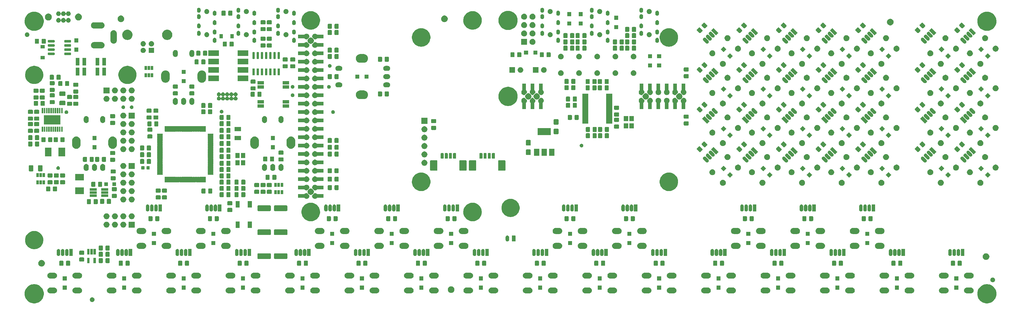
<source format=gbs>
%TF.GenerationSoftware,KiCad,Pcbnew,5.1.5*%
%TF.CreationDate,2020-03-30T21:07:22+02:00*%
%TF.ProjectId,OTTOdiy_SMD,4f54544f-6469-4795-9f53-4d442e6b6963,rev?*%
%TF.SameCoordinates,PX269fb20PYbb65a20*%
%TF.FileFunction,Soldermask,Bot*%
%TF.FilePolarity,Negative*%
%FSLAX46Y46*%
G04 Gerber Fmt 4.6, Leading zero omitted, Abs format (unit mm)*
G04 Created by KiCad (PCBNEW 5.1.5) date 2020-03-30 21:07:22*
%MOMM*%
%LPD*%
G04 APERTURE LIST*
%ADD10C,0.150000*%
G04 APERTURE END LIST*
D10*
G36*
X293222383Y7112852D02*
G01*
X293595899Y7038555D01*
X294123665Y6819947D01*
X294598642Y6502577D01*
X295002577Y6098642D01*
X295319947Y5623665D01*
X295538555Y5095899D01*
X295650000Y4535625D01*
X295650000Y3964375D01*
X295538555Y3404101D01*
X295319947Y2876335D01*
X295002577Y2401358D01*
X294598642Y1997423D01*
X294123665Y1680053D01*
X293595899Y1461445D01*
X293222383Y1387148D01*
X293035626Y1350000D01*
X292464374Y1350000D01*
X292277617Y1387148D01*
X291904101Y1461445D01*
X291376335Y1680053D01*
X290901358Y1997423D01*
X290497423Y2401358D01*
X290180053Y2876335D01*
X289961445Y3404101D01*
X289850000Y3964375D01*
X289850000Y4535625D01*
X289961445Y5095899D01*
X290180053Y5623665D01*
X290497423Y6098642D01*
X290901358Y6502577D01*
X291376335Y6819947D01*
X291904101Y7038555D01*
X292277617Y7112852D01*
X292464374Y7150000D01*
X293035626Y7150000D01*
X293222383Y7112852D01*
G37*
G36*
X4722383Y7112852D02*
G01*
X5095899Y7038555D01*
X5623665Y6819947D01*
X6098642Y6502577D01*
X6502577Y6098642D01*
X6819947Y5623665D01*
X7038555Y5095899D01*
X7150000Y4535625D01*
X7150000Y3964375D01*
X7038555Y3404101D01*
X6819947Y2876335D01*
X6502577Y2401358D01*
X6098642Y1997423D01*
X5623665Y1680053D01*
X5095899Y1461445D01*
X4722383Y1387148D01*
X4535626Y1350000D01*
X3964374Y1350000D01*
X3777617Y1387148D01*
X3404101Y1461445D01*
X2876335Y1680053D01*
X2401358Y1997423D01*
X1997423Y2401358D01*
X1680053Y2876335D01*
X1461445Y3404101D01*
X1350000Y3964375D01*
X1350000Y4535625D01*
X1461445Y5095899D01*
X1680053Y5623665D01*
X1997423Y6098642D01*
X2401358Y6502577D01*
X2876335Y6819947D01*
X3404101Y7038555D01*
X3777617Y7112852D01*
X3964374Y7150000D01*
X4535626Y7150000D01*
X4722383Y7112852D01*
G37*
G36*
X21914186Y3167020D02*
G01*
X22004474Y3149061D01*
X22132048Y3096218D01*
X22246862Y3019502D01*
X22344502Y2921862D01*
X22421218Y2807048D01*
X22474061Y2679474D01*
X22474061Y2679472D01*
X22501000Y2544043D01*
X22501000Y2405957D01*
X22500085Y2401358D01*
X22474061Y2270526D01*
X22421218Y2142952D01*
X22344502Y2028138D01*
X22246862Y1930498D01*
X22132048Y1853782D01*
X22004474Y1800939D01*
X21914186Y1782980D01*
X21869043Y1774000D01*
X21730957Y1774000D01*
X21685814Y1782980D01*
X21595526Y1800939D01*
X21467952Y1853782D01*
X21353138Y1930498D01*
X21255498Y2028138D01*
X21178782Y2142952D01*
X21125939Y2270526D01*
X21099915Y2401358D01*
X21099000Y2405957D01*
X21099000Y2544043D01*
X21125939Y2679472D01*
X21125939Y2679474D01*
X21178782Y2807048D01*
X21255498Y2921862D01*
X21353138Y3019502D01*
X21467952Y3096218D01*
X21595526Y3149061D01*
X21685814Y3167020D01*
X21730957Y3176000D01*
X21869043Y3176000D01*
X21914186Y3167020D01*
G37*
G36*
X118426627Y6137963D02*
G01*
X118596466Y6086443D01*
X118752991Y6002778D01*
X118890185Y5890185D01*
X119002778Y5752991D01*
X119086443Y5596466D01*
X119137963Y5426627D01*
X119155359Y5250000D01*
X119137963Y5073373D01*
X119086443Y4903534D01*
X119002778Y4747009D01*
X118890185Y4609815D01*
X118752991Y4497222D01*
X118596466Y4413557D01*
X118426627Y4362037D01*
X118294258Y4349000D01*
X117105742Y4349000D01*
X116973373Y4362037D01*
X116803534Y4413557D01*
X116647009Y4497222D01*
X116509815Y4609815D01*
X116397222Y4747009D01*
X116313557Y4903534D01*
X116262037Y5073373D01*
X116244641Y5250000D01*
X116262037Y5426627D01*
X116313557Y5596466D01*
X116397222Y5752991D01*
X116509815Y5890185D01*
X116647009Y6002778D01*
X116803534Y6086443D01*
X116973373Y6137963D01*
X117105742Y6151000D01*
X118294258Y6151000D01*
X118426627Y6137963D01*
G37*
G36*
X244426627Y6137963D02*
G01*
X244596466Y6086443D01*
X244752991Y6002778D01*
X244890185Y5890185D01*
X245002778Y5752991D01*
X245086443Y5596466D01*
X245137963Y5426627D01*
X245155359Y5250000D01*
X245137963Y5073373D01*
X245086443Y4903534D01*
X245002778Y4747009D01*
X244890185Y4609815D01*
X244752991Y4497222D01*
X244596466Y4413557D01*
X244426627Y4362037D01*
X244294258Y4349000D01*
X243105742Y4349000D01*
X242973373Y4362037D01*
X242803534Y4413557D01*
X242647009Y4497222D01*
X242509815Y4609815D01*
X242397222Y4747009D01*
X242313557Y4903534D01*
X242262037Y5073373D01*
X242244641Y5250000D01*
X242262037Y5426627D01*
X242313557Y5596466D01*
X242397222Y5752991D01*
X242509815Y5890185D01*
X242647009Y6002778D01*
X242803534Y6086443D01*
X242973373Y6137963D01*
X243105742Y6151000D01*
X244294258Y6151000D01*
X244426627Y6137963D01*
G37*
G36*
X180026627Y6137963D02*
G01*
X180196466Y6086443D01*
X180352991Y6002778D01*
X180490185Y5890185D01*
X180602778Y5752991D01*
X180686443Y5596466D01*
X180737963Y5426627D01*
X180755359Y5250000D01*
X180737963Y5073373D01*
X180686443Y4903534D01*
X180602778Y4747009D01*
X180490185Y4609815D01*
X180352991Y4497222D01*
X180196466Y4413557D01*
X180026627Y4362037D01*
X179894258Y4349000D01*
X178705742Y4349000D01*
X178573373Y4362037D01*
X178403534Y4413557D01*
X178247009Y4497222D01*
X178109815Y4609815D01*
X177997222Y4747009D01*
X177913557Y4903534D01*
X177862037Y5073373D01*
X177844641Y5250000D01*
X177862037Y5426627D01*
X177913557Y5596466D01*
X177997222Y5752991D01*
X178109815Y5890185D01*
X178247009Y6002778D01*
X178403534Y6086443D01*
X178573373Y6137963D01*
X178705742Y6151000D01*
X179894258Y6151000D01*
X180026627Y6137963D01*
G37*
G36*
X190426627Y6137963D02*
G01*
X190596466Y6086443D01*
X190752991Y6002778D01*
X190890185Y5890185D01*
X191002778Y5752991D01*
X191086443Y5596466D01*
X191137963Y5426627D01*
X191155359Y5250000D01*
X191137963Y5073373D01*
X191086443Y4903534D01*
X191002778Y4747009D01*
X190890185Y4609815D01*
X190752991Y4497222D01*
X190596466Y4413557D01*
X190426627Y4362037D01*
X190294258Y4349000D01*
X189105742Y4349000D01*
X188973373Y4362037D01*
X188803534Y4413557D01*
X188647009Y4497222D01*
X188509815Y4609815D01*
X188397222Y4747009D01*
X188313557Y4903534D01*
X188262037Y5073373D01*
X188244641Y5250000D01*
X188262037Y5426627D01*
X188313557Y5596466D01*
X188397222Y5752991D01*
X188509815Y5890185D01*
X188647009Y6002778D01*
X188803534Y6086443D01*
X188973373Y6137963D01*
X189105742Y6151000D01*
X190294258Y6151000D01*
X190426627Y6137963D01*
G37*
G36*
X172426627Y6137963D02*
G01*
X172596466Y6086443D01*
X172752991Y6002778D01*
X172890185Y5890185D01*
X173002778Y5752991D01*
X173086443Y5596466D01*
X173137963Y5426627D01*
X173155359Y5250000D01*
X173137963Y5073373D01*
X173086443Y4903534D01*
X173002778Y4747009D01*
X172890185Y4609815D01*
X172752991Y4497222D01*
X172596466Y4413557D01*
X172426627Y4362037D01*
X172294258Y4349000D01*
X171105742Y4349000D01*
X170973373Y4362037D01*
X170803534Y4413557D01*
X170647009Y4497222D01*
X170509815Y4609815D01*
X170397222Y4747009D01*
X170313557Y4903534D01*
X170262037Y5073373D01*
X170244641Y5250000D01*
X170262037Y5426627D01*
X170313557Y5596466D01*
X170397222Y5752991D01*
X170509815Y5890185D01*
X170647009Y6002778D01*
X170803534Y6086443D01*
X170973373Y6137963D01*
X171105742Y6151000D01*
X172294258Y6151000D01*
X172426627Y6137963D01*
G37*
G36*
X162026627Y6137963D02*
G01*
X162196466Y6086443D01*
X162352991Y6002778D01*
X162490185Y5890185D01*
X162602778Y5752991D01*
X162686443Y5596466D01*
X162737963Y5426627D01*
X162755359Y5250000D01*
X162737963Y5073373D01*
X162686443Y4903534D01*
X162602778Y4747009D01*
X162490185Y4609815D01*
X162352991Y4497222D01*
X162196466Y4413557D01*
X162026627Y4362037D01*
X161894258Y4349000D01*
X160705742Y4349000D01*
X160573373Y4362037D01*
X160403534Y4413557D01*
X160247009Y4497222D01*
X160109815Y4609815D01*
X159997222Y4747009D01*
X159913557Y4903534D01*
X159862037Y5073373D01*
X159844641Y5250000D01*
X159862037Y5426627D01*
X159913557Y5596466D01*
X159997222Y5752991D01*
X160109815Y5890185D01*
X160247009Y6002778D01*
X160403534Y6086443D01*
X160573373Y6137963D01*
X160705742Y6151000D01*
X161894258Y6151000D01*
X162026627Y6137963D01*
G37*
G36*
X154426627Y6137963D02*
G01*
X154596466Y6086443D01*
X154752991Y6002778D01*
X154890185Y5890185D01*
X155002778Y5752991D01*
X155086443Y5596466D01*
X155137963Y5426627D01*
X155155359Y5250000D01*
X155137963Y5073373D01*
X155086443Y4903534D01*
X155002778Y4747009D01*
X154890185Y4609815D01*
X154752991Y4497222D01*
X154596466Y4413557D01*
X154426627Y4362037D01*
X154294258Y4349000D01*
X153105742Y4349000D01*
X152973373Y4362037D01*
X152803534Y4413557D01*
X152647009Y4497222D01*
X152509815Y4609815D01*
X152397222Y4747009D01*
X152313557Y4903534D01*
X152262037Y5073373D01*
X152244641Y5250000D01*
X152262037Y5426627D01*
X152313557Y5596466D01*
X152397222Y5752991D01*
X152509815Y5890185D01*
X152647009Y6002778D01*
X152803534Y6086443D01*
X152973373Y6137963D01*
X153105742Y6151000D01*
X154294258Y6151000D01*
X154426627Y6137963D01*
G37*
G36*
X144026627Y6137963D02*
G01*
X144196466Y6086443D01*
X144352991Y6002778D01*
X144490185Y5890185D01*
X144602778Y5752991D01*
X144686443Y5596466D01*
X144737963Y5426627D01*
X144755359Y5250000D01*
X144737963Y5073373D01*
X144686443Y4903534D01*
X144602778Y4747009D01*
X144490185Y4609815D01*
X144352991Y4497222D01*
X144196466Y4413557D01*
X144026627Y4362037D01*
X143894258Y4349000D01*
X142705742Y4349000D01*
X142573373Y4362037D01*
X142403534Y4413557D01*
X142247009Y4497222D01*
X142109815Y4609815D01*
X141997222Y4747009D01*
X141913557Y4903534D01*
X141862037Y5073373D01*
X141844641Y5250000D01*
X141862037Y5426627D01*
X141913557Y5596466D01*
X141997222Y5752991D01*
X142109815Y5890185D01*
X142247009Y6002778D01*
X142403534Y6086443D01*
X142573373Y6137963D01*
X142705742Y6151000D01*
X143894258Y6151000D01*
X144026627Y6137963D01*
G37*
G36*
X136426627Y6137963D02*
G01*
X136596466Y6086443D01*
X136752991Y6002778D01*
X136890185Y5890185D01*
X137002778Y5752991D01*
X137086443Y5596466D01*
X137137963Y5426627D01*
X137155359Y5250000D01*
X137137963Y5073373D01*
X137086443Y4903534D01*
X137002778Y4747009D01*
X136890185Y4609815D01*
X136752991Y4497222D01*
X136596466Y4413557D01*
X136426627Y4362037D01*
X136294258Y4349000D01*
X135105742Y4349000D01*
X134973373Y4362037D01*
X134803534Y4413557D01*
X134647009Y4497222D01*
X134509815Y4609815D01*
X134397222Y4747009D01*
X134313557Y4903534D01*
X134262037Y5073373D01*
X134244641Y5250000D01*
X134262037Y5426627D01*
X134313557Y5596466D01*
X134397222Y5752991D01*
X134509815Y5890185D01*
X134647009Y6002778D01*
X134803534Y6086443D01*
X134973373Y6137963D01*
X135105742Y6151000D01*
X136294258Y6151000D01*
X136426627Y6137963D01*
G37*
G36*
X126026627Y6137963D02*
G01*
X126196466Y6086443D01*
X126352991Y6002778D01*
X126490185Y5890185D01*
X126602778Y5752991D01*
X126686443Y5596466D01*
X126737963Y5426627D01*
X126755359Y5250000D01*
X126737963Y5073373D01*
X126686443Y4903534D01*
X126602778Y4747009D01*
X126490185Y4609815D01*
X126352991Y4497222D01*
X126196466Y4413557D01*
X126026627Y4362037D01*
X125894258Y4349000D01*
X124705742Y4349000D01*
X124573373Y4362037D01*
X124403534Y4413557D01*
X124247009Y4497222D01*
X124109815Y4609815D01*
X123997222Y4747009D01*
X123913557Y4903534D01*
X123862037Y5073373D01*
X123844641Y5250000D01*
X123862037Y5426627D01*
X123913557Y5596466D01*
X123997222Y5752991D01*
X124109815Y5890185D01*
X124247009Y6002778D01*
X124403534Y6086443D01*
X124573373Y6137963D01*
X124705742Y6151000D01*
X125894258Y6151000D01*
X126026627Y6137963D01*
G37*
G36*
X108026627Y6137963D02*
G01*
X108196466Y6086443D01*
X108352991Y6002778D01*
X108490185Y5890185D01*
X108602778Y5752991D01*
X108686443Y5596466D01*
X108737963Y5426627D01*
X108755359Y5250000D01*
X108737963Y5073373D01*
X108686443Y4903534D01*
X108602778Y4747009D01*
X108490185Y4609815D01*
X108352991Y4497222D01*
X108196466Y4413557D01*
X108026627Y4362037D01*
X107894258Y4349000D01*
X106705742Y4349000D01*
X106573373Y4362037D01*
X106403534Y4413557D01*
X106247009Y4497222D01*
X106109815Y4609815D01*
X105997222Y4747009D01*
X105913557Y4903534D01*
X105862037Y5073373D01*
X105844641Y5250000D01*
X105862037Y5426627D01*
X105913557Y5596466D01*
X105997222Y5752991D01*
X106109815Y5890185D01*
X106247009Y6002778D01*
X106403534Y6086443D01*
X106573373Y6137963D01*
X106705742Y6151000D01*
X107894258Y6151000D01*
X108026627Y6137963D01*
G37*
G36*
X28426627Y6137963D02*
G01*
X28596466Y6086443D01*
X28752991Y6002778D01*
X28890185Y5890185D01*
X29002778Y5752991D01*
X29086443Y5596466D01*
X29137963Y5426627D01*
X29155359Y5250000D01*
X29137963Y5073373D01*
X29086443Y4903534D01*
X29002778Y4747009D01*
X28890185Y4609815D01*
X28752991Y4497222D01*
X28596466Y4413557D01*
X28426627Y4362037D01*
X28294258Y4349000D01*
X27105742Y4349000D01*
X26973373Y4362037D01*
X26803534Y4413557D01*
X26647009Y4497222D01*
X26509815Y4609815D01*
X26397222Y4747009D01*
X26313557Y4903534D01*
X26262037Y5073373D01*
X26244641Y5250000D01*
X26262037Y5426627D01*
X26313557Y5596466D01*
X26397222Y5752991D01*
X26509815Y5890185D01*
X26647009Y6002778D01*
X26803534Y6086443D01*
X26973373Y6137963D01*
X27105742Y6151000D01*
X28294258Y6151000D01*
X28426627Y6137963D01*
G37*
G36*
X36026627Y6137963D02*
G01*
X36196466Y6086443D01*
X36352991Y6002778D01*
X36490185Y5890185D01*
X36602778Y5752991D01*
X36686443Y5596466D01*
X36737963Y5426627D01*
X36755359Y5250000D01*
X36737963Y5073373D01*
X36686443Y4903534D01*
X36602778Y4747009D01*
X36490185Y4609815D01*
X36352991Y4497222D01*
X36196466Y4413557D01*
X36026627Y4362037D01*
X35894258Y4349000D01*
X34705742Y4349000D01*
X34573373Y4362037D01*
X34403534Y4413557D01*
X34247009Y4497222D01*
X34109815Y4609815D01*
X33997222Y4747009D01*
X33913557Y4903534D01*
X33862037Y5073373D01*
X33844641Y5250000D01*
X33862037Y5426627D01*
X33913557Y5596466D01*
X33997222Y5752991D01*
X34109815Y5890185D01*
X34247009Y6002778D01*
X34403534Y6086443D01*
X34573373Y6137963D01*
X34705742Y6151000D01*
X35894258Y6151000D01*
X36026627Y6137963D01*
G37*
G36*
X46426627Y6137963D02*
G01*
X46596466Y6086443D01*
X46752991Y6002778D01*
X46890185Y5890185D01*
X47002778Y5752991D01*
X47086443Y5596466D01*
X47137963Y5426627D01*
X47155359Y5250000D01*
X47137963Y5073373D01*
X47086443Y4903534D01*
X47002778Y4747009D01*
X46890185Y4609815D01*
X46752991Y4497222D01*
X46596466Y4413557D01*
X46426627Y4362037D01*
X46294258Y4349000D01*
X45105742Y4349000D01*
X44973373Y4362037D01*
X44803534Y4413557D01*
X44647009Y4497222D01*
X44509815Y4609815D01*
X44397222Y4747009D01*
X44313557Y4903534D01*
X44262037Y5073373D01*
X44244641Y5250000D01*
X44262037Y5426627D01*
X44313557Y5596466D01*
X44397222Y5752991D01*
X44509815Y5890185D01*
X44647009Y6002778D01*
X44803534Y6086443D01*
X44973373Y6137963D01*
X45105742Y6151000D01*
X46294258Y6151000D01*
X46426627Y6137963D01*
G37*
G36*
X54026627Y6137963D02*
G01*
X54196466Y6086443D01*
X54352991Y6002778D01*
X54490185Y5890185D01*
X54602778Y5752991D01*
X54686443Y5596466D01*
X54737963Y5426627D01*
X54755359Y5250000D01*
X54737963Y5073373D01*
X54686443Y4903534D01*
X54602778Y4747009D01*
X54490185Y4609815D01*
X54352991Y4497222D01*
X54196466Y4413557D01*
X54026627Y4362037D01*
X53894258Y4349000D01*
X52705742Y4349000D01*
X52573373Y4362037D01*
X52403534Y4413557D01*
X52247009Y4497222D01*
X52109815Y4609815D01*
X51997222Y4747009D01*
X51913557Y4903534D01*
X51862037Y5073373D01*
X51844641Y5250000D01*
X51862037Y5426627D01*
X51913557Y5596466D01*
X51997222Y5752991D01*
X52109815Y5890185D01*
X52247009Y6002778D01*
X52403534Y6086443D01*
X52573373Y6137963D01*
X52705742Y6151000D01*
X53894258Y6151000D01*
X54026627Y6137963D01*
G37*
G36*
X64426627Y6137963D02*
G01*
X64596466Y6086443D01*
X64752991Y6002778D01*
X64890185Y5890185D01*
X65002778Y5752991D01*
X65086443Y5596466D01*
X65137963Y5426627D01*
X65155359Y5250000D01*
X65137963Y5073373D01*
X65086443Y4903534D01*
X65002778Y4747009D01*
X64890185Y4609815D01*
X64752991Y4497222D01*
X64596466Y4413557D01*
X64426627Y4362037D01*
X64294258Y4349000D01*
X63105742Y4349000D01*
X62973373Y4362037D01*
X62803534Y4413557D01*
X62647009Y4497222D01*
X62509815Y4609815D01*
X62397222Y4747009D01*
X62313557Y4903534D01*
X62262037Y5073373D01*
X62244641Y5250000D01*
X62262037Y5426627D01*
X62313557Y5596466D01*
X62397222Y5752991D01*
X62509815Y5890185D01*
X62647009Y6002778D01*
X62803534Y6086443D01*
X62973373Y6137963D01*
X63105742Y6151000D01*
X64294258Y6151000D01*
X64426627Y6137963D01*
G37*
G36*
X10426627Y6137963D02*
G01*
X10596466Y6086443D01*
X10752991Y6002778D01*
X10890185Y5890185D01*
X11002778Y5752991D01*
X11086443Y5596466D01*
X11137963Y5426627D01*
X11155359Y5250000D01*
X11137963Y5073373D01*
X11086443Y4903534D01*
X11002778Y4747009D01*
X10890185Y4609815D01*
X10752991Y4497222D01*
X10596466Y4413557D01*
X10426627Y4362037D01*
X10294258Y4349000D01*
X9105742Y4349000D01*
X8973373Y4362037D01*
X8803534Y4413557D01*
X8647009Y4497222D01*
X8509815Y4609815D01*
X8397222Y4747009D01*
X8313557Y4903534D01*
X8262037Y5073373D01*
X8244641Y5250000D01*
X8262037Y5426627D01*
X8313557Y5596466D01*
X8397222Y5752991D01*
X8509815Y5890185D01*
X8647009Y6002778D01*
X8803534Y6086443D01*
X8973373Y6137963D01*
X9105742Y6151000D01*
X10294258Y6151000D01*
X10426627Y6137963D01*
G37*
G36*
X18026627Y6137963D02*
G01*
X18196466Y6086443D01*
X18352991Y6002778D01*
X18490185Y5890185D01*
X18602778Y5752991D01*
X18686443Y5596466D01*
X18737963Y5426627D01*
X18755359Y5250000D01*
X18737963Y5073373D01*
X18686443Y4903534D01*
X18602778Y4747009D01*
X18490185Y4609815D01*
X18352991Y4497222D01*
X18196466Y4413557D01*
X18026627Y4362037D01*
X17894258Y4349000D01*
X16705742Y4349000D01*
X16573373Y4362037D01*
X16403534Y4413557D01*
X16247009Y4497222D01*
X16109815Y4609815D01*
X15997222Y4747009D01*
X15913557Y4903534D01*
X15862037Y5073373D01*
X15844641Y5250000D01*
X15862037Y5426627D01*
X15913557Y5596466D01*
X15997222Y5752991D01*
X16109815Y5890185D01*
X16247009Y6002778D01*
X16403534Y6086443D01*
X16573373Y6137963D01*
X16705742Y6151000D01*
X17894258Y6151000D01*
X18026627Y6137963D01*
G37*
G36*
X82426627Y6137963D02*
G01*
X82596466Y6086443D01*
X82752991Y6002778D01*
X82890185Y5890185D01*
X83002778Y5752991D01*
X83086443Y5596466D01*
X83137963Y5426627D01*
X83155359Y5250000D01*
X83137963Y5073373D01*
X83086443Y4903534D01*
X83002778Y4747009D01*
X82890185Y4609815D01*
X82752991Y4497222D01*
X82596466Y4413557D01*
X82426627Y4362037D01*
X82294258Y4349000D01*
X81105742Y4349000D01*
X80973373Y4362037D01*
X80803534Y4413557D01*
X80647009Y4497222D01*
X80509815Y4609815D01*
X80397222Y4747009D01*
X80313557Y4903534D01*
X80262037Y5073373D01*
X80244641Y5250000D01*
X80262037Y5426627D01*
X80313557Y5596466D01*
X80397222Y5752991D01*
X80509815Y5890185D01*
X80647009Y6002778D01*
X80803534Y6086443D01*
X80973373Y6137963D01*
X81105742Y6151000D01*
X82294258Y6151000D01*
X82426627Y6137963D01*
G37*
G36*
X90026627Y6137963D02*
G01*
X90196466Y6086443D01*
X90352991Y6002778D01*
X90490185Y5890185D01*
X90602778Y5752991D01*
X90686443Y5596466D01*
X90737963Y5426627D01*
X90755359Y5250000D01*
X90737963Y5073373D01*
X90686443Y4903534D01*
X90602778Y4747009D01*
X90490185Y4609815D01*
X90352991Y4497222D01*
X90196466Y4413557D01*
X90026627Y4362037D01*
X89894258Y4349000D01*
X88705742Y4349000D01*
X88573373Y4362037D01*
X88403534Y4413557D01*
X88247009Y4497222D01*
X88109815Y4609815D01*
X87997222Y4747009D01*
X87913557Y4903534D01*
X87862037Y5073373D01*
X87844641Y5250000D01*
X87862037Y5426627D01*
X87913557Y5596466D01*
X87997222Y5752991D01*
X88109815Y5890185D01*
X88247009Y6002778D01*
X88403534Y6086443D01*
X88573373Y6137963D01*
X88705742Y6151000D01*
X89894258Y6151000D01*
X90026627Y6137963D01*
G37*
G36*
X100426627Y6137963D02*
G01*
X100596466Y6086443D01*
X100752991Y6002778D01*
X100890185Y5890185D01*
X101002778Y5752991D01*
X101086443Y5596466D01*
X101137963Y5426627D01*
X101155359Y5250000D01*
X101137963Y5073373D01*
X101086443Y4903534D01*
X101002778Y4747009D01*
X100890185Y4609815D01*
X100752991Y4497222D01*
X100596466Y4413557D01*
X100426627Y4362037D01*
X100294258Y4349000D01*
X99105742Y4349000D01*
X98973373Y4362037D01*
X98803534Y4413557D01*
X98647009Y4497222D01*
X98509815Y4609815D01*
X98397222Y4747009D01*
X98313557Y4903534D01*
X98262037Y5073373D01*
X98244641Y5250000D01*
X98262037Y5426627D01*
X98313557Y5596466D01*
X98397222Y5752991D01*
X98509815Y5890185D01*
X98647009Y6002778D01*
X98803534Y6086443D01*
X98973373Y6137963D01*
X99105742Y6151000D01*
X100294258Y6151000D01*
X100426627Y6137963D01*
G37*
G36*
X198026627Y6137963D02*
G01*
X198196466Y6086443D01*
X198352991Y6002778D01*
X198490185Y5890185D01*
X198602778Y5752991D01*
X198686443Y5596466D01*
X198737963Y5426627D01*
X198755359Y5250000D01*
X198737963Y5073373D01*
X198686443Y4903534D01*
X198602778Y4747009D01*
X198490185Y4609815D01*
X198352991Y4497222D01*
X198196466Y4413557D01*
X198026627Y4362037D01*
X197894258Y4349000D01*
X196705742Y4349000D01*
X196573373Y4362037D01*
X196403534Y4413557D01*
X196247009Y4497222D01*
X196109815Y4609815D01*
X195997222Y4747009D01*
X195913557Y4903534D01*
X195862037Y5073373D01*
X195844641Y5250000D01*
X195862037Y5426627D01*
X195913557Y5596466D01*
X195997222Y5752991D01*
X196109815Y5890185D01*
X196247009Y6002778D01*
X196403534Y6086443D01*
X196573373Y6137963D01*
X196705742Y6151000D01*
X197894258Y6151000D01*
X198026627Y6137963D01*
G37*
G36*
X208426627Y6137963D02*
G01*
X208596466Y6086443D01*
X208752991Y6002778D01*
X208890185Y5890185D01*
X209002778Y5752991D01*
X209086443Y5596466D01*
X209137963Y5426627D01*
X209155359Y5250000D01*
X209137963Y5073373D01*
X209086443Y4903534D01*
X209002778Y4747009D01*
X208890185Y4609815D01*
X208752991Y4497222D01*
X208596466Y4413557D01*
X208426627Y4362037D01*
X208294258Y4349000D01*
X207105742Y4349000D01*
X206973373Y4362037D01*
X206803534Y4413557D01*
X206647009Y4497222D01*
X206509815Y4609815D01*
X206397222Y4747009D01*
X206313557Y4903534D01*
X206262037Y5073373D01*
X206244641Y5250000D01*
X206262037Y5426627D01*
X206313557Y5596466D01*
X206397222Y5752991D01*
X206509815Y5890185D01*
X206647009Y6002778D01*
X206803534Y6086443D01*
X206973373Y6137963D01*
X207105742Y6151000D01*
X208294258Y6151000D01*
X208426627Y6137963D01*
G37*
G36*
X216026627Y6137963D02*
G01*
X216196466Y6086443D01*
X216352991Y6002778D01*
X216490185Y5890185D01*
X216602778Y5752991D01*
X216686443Y5596466D01*
X216737963Y5426627D01*
X216755359Y5250000D01*
X216737963Y5073373D01*
X216686443Y4903534D01*
X216602778Y4747009D01*
X216490185Y4609815D01*
X216352991Y4497222D01*
X216196466Y4413557D01*
X216026627Y4362037D01*
X215894258Y4349000D01*
X214705742Y4349000D01*
X214573373Y4362037D01*
X214403534Y4413557D01*
X214247009Y4497222D01*
X214109815Y4609815D01*
X213997222Y4747009D01*
X213913557Y4903534D01*
X213862037Y5073373D01*
X213844641Y5250000D01*
X213862037Y5426627D01*
X213913557Y5596466D01*
X213997222Y5752991D01*
X214109815Y5890185D01*
X214247009Y6002778D01*
X214403534Y6086443D01*
X214573373Y6137963D01*
X214705742Y6151000D01*
X215894258Y6151000D01*
X216026627Y6137963D01*
G37*
G36*
X226426627Y6137963D02*
G01*
X226596466Y6086443D01*
X226752991Y6002778D01*
X226890185Y5890185D01*
X227002778Y5752991D01*
X227086443Y5596466D01*
X227137963Y5426627D01*
X227155359Y5250000D01*
X227137963Y5073373D01*
X227086443Y4903534D01*
X227002778Y4747009D01*
X226890185Y4609815D01*
X226752991Y4497222D01*
X226596466Y4413557D01*
X226426627Y4362037D01*
X226294258Y4349000D01*
X225105742Y4349000D01*
X224973373Y4362037D01*
X224803534Y4413557D01*
X224647009Y4497222D01*
X224509815Y4609815D01*
X224397222Y4747009D01*
X224313557Y4903534D01*
X224262037Y5073373D01*
X224244641Y5250000D01*
X224262037Y5426627D01*
X224313557Y5596466D01*
X224397222Y5752991D01*
X224509815Y5890185D01*
X224647009Y6002778D01*
X224803534Y6086443D01*
X224973373Y6137963D01*
X225105742Y6151000D01*
X226294258Y6151000D01*
X226426627Y6137963D01*
G37*
G36*
X72026627Y6137963D02*
G01*
X72196466Y6086443D01*
X72352991Y6002778D01*
X72490185Y5890185D01*
X72602778Y5752991D01*
X72686443Y5596466D01*
X72737963Y5426627D01*
X72755359Y5250000D01*
X72737963Y5073373D01*
X72686443Y4903534D01*
X72602778Y4747009D01*
X72490185Y4609815D01*
X72352991Y4497222D01*
X72196466Y4413557D01*
X72026627Y4362037D01*
X71894258Y4349000D01*
X70705742Y4349000D01*
X70573373Y4362037D01*
X70403534Y4413557D01*
X70247009Y4497222D01*
X70109815Y4609815D01*
X69997222Y4747009D01*
X69913557Y4903534D01*
X69862037Y5073373D01*
X69844641Y5250000D01*
X69862037Y5426627D01*
X69913557Y5596466D01*
X69997222Y5752991D01*
X70109815Y5890185D01*
X70247009Y6002778D01*
X70403534Y6086443D01*
X70573373Y6137963D01*
X70705742Y6151000D01*
X71894258Y6151000D01*
X72026627Y6137963D01*
G37*
G36*
X252026627Y6137963D02*
G01*
X252196466Y6086443D01*
X252352991Y6002778D01*
X252490185Y5890185D01*
X252602778Y5752991D01*
X252686443Y5596466D01*
X252737963Y5426627D01*
X252755359Y5250000D01*
X252737963Y5073373D01*
X252686443Y4903534D01*
X252602778Y4747009D01*
X252490185Y4609815D01*
X252352991Y4497222D01*
X252196466Y4413557D01*
X252026627Y4362037D01*
X251894258Y4349000D01*
X250705742Y4349000D01*
X250573373Y4362037D01*
X250403534Y4413557D01*
X250247009Y4497222D01*
X250109815Y4609815D01*
X249997222Y4747009D01*
X249913557Y4903534D01*
X249862037Y5073373D01*
X249844641Y5250000D01*
X249862037Y5426627D01*
X249913557Y5596466D01*
X249997222Y5752991D01*
X250109815Y5890185D01*
X250247009Y6002778D01*
X250403534Y6086443D01*
X250573373Y6137963D01*
X250705742Y6151000D01*
X251894258Y6151000D01*
X252026627Y6137963D01*
G37*
G36*
X262426627Y6137963D02*
G01*
X262596466Y6086443D01*
X262752991Y6002778D01*
X262890185Y5890185D01*
X263002778Y5752991D01*
X263086443Y5596466D01*
X263137963Y5426627D01*
X263155359Y5250000D01*
X263137963Y5073373D01*
X263086443Y4903534D01*
X263002778Y4747009D01*
X262890185Y4609815D01*
X262752991Y4497222D01*
X262596466Y4413557D01*
X262426627Y4362037D01*
X262294258Y4349000D01*
X261105742Y4349000D01*
X260973373Y4362037D01*
X260803534Y4413557D01*
X260647009Y4497222D01*
X260509815Y4609815D01*
X260397222Y4747009D01*
X260313557Y4903534D01*
X260262037Y5073373D01*
X260244641Y5250000D01*
X260262037Y5426627D01*
X260313557Y5596466D01*
X260397222Y5752991D01*
X260509815Y5890185D01*
X260647009Y6002778D01*
X260803534Y6086443D01*
X260973373Y6137963D01*
X261105742Y6151000D01*
X262294258Y6151000D01*
X262426627Y6137963D01*
G37*
G36*
X280426627Y6137963D02*
G01*
X280596466Y6086443D01*
X280752991Y6002778D01*
X280890185Y5890185D01*
X281002778Y5752991D01*
X281086443Y5596466D01*
X281137963Y5426627D01*
X281155359Y5250000D01*
X281137963Y5073373D01*
X281086443Y4903534D01*
X281002778Y4747009D01*
X280890185Y4609815D01*
X280752991Y4497222D01*
X280596466Y4413557D01*
X280426627Y4362037D01*
X280294258Y4349000D01*
X279105742Y4349000D01*
X278973373Y4362037D01*
X278803534Y4413557D01*
X278647009Y4497222D01*
X278509815Y4609815D01*
X278397222Y4747009D01*
X278313557Y4903534D01*
X278262037Y5073373D01*
X278244641Y5250000D01*
X278262037Y5426627D01*
X278313557Y5596466D01*
X278397222Y5752991D01*
X278509815Y5890185D01*
X278647009Y6002778D01*
X278803534Y6086443D01*
X278973373Y6137963D01*
X279105742Y6151000D01*
X280294258Y6151000D01*
X280426627Y6137963D01*
G37*
G36*
X270026627Y6137963D02*
G01*
X270196466Y6086443D01*
X270352991Y6002778D01*
X270490185Y5890185D01*
X270602778Y5752991D01*
X270686443Y5596466D01*
X270737963Y5426627D01*
X270755359Y5250000D01*
X270737963Y5073373D01*
X270686443Y4903534D01*
X270602778Y4747009D01*
X270490185Y4609815D01*
X270352991Y4497222D01*
X270196466Y4413557D01*
X270026627Y4362037D01*
X269894258Y4349000D01*
X268705742Y4349000D01*
X268573373Y4362037D01*
X268403534Y4413557D01*
X268247009Y4497222D01*
X268109815Y4609815D01*
X267997222Y4747009D01*
X267913557Y4903534D01*
X267862037Y5073373D01*
X267844641Y5250000D01*
X267862037Y5426627D01*
X267913557Y5596466D01*
X267997222Y5752991D01*
X268109815Y5890185D01*
X268247009Y6002778D01*
X268403534Y6086443D01*
X268573373Y6137963D01*
X268705742Y6151000D01*
X269894258Y6151000D01*
X270026627Y6137963D01*
G37*
G36*
X288026627Y6137963D02*
G01*
X288196466Y6086443D01*
X288352991Y6002778D01*
X288490185Y5890185D01*
X288602778Y5752991D01*
X288686443Y5596466D01*
X288737963Y5426627D01*
X288755359Y5250000D01*
X288737963Y5073373D01*
X288686443Y4903534D01*
X288602778Y4747009D01*
X288490185Y4609815D01*
X288352991Y4497222D01*
X288196466Y4413557D01*
X288026627Y4362037D01*
X287894258Y4349000D01*
X286705742Y4349000D01*
X286573373Y4362037D01*
X286403534Y4413557D01*
X286247009Y4497222D01*
X286109815Y4609815D01*
X285997222Y4747009D01*
X285913557Y4903534D01*
X285862037Y5073373D01*
X285844641Y5250000D01*
X285862037Y5426627D01*
X285913557Y5596466D01*
X285997222Y5752991D01*
X286109815Y5890185D01*
X286247009Y6002778D01*
X286403534Y6086443D01*
X286573373Y6137963D01*
X286705742Y6151000D01*
X287894258Y6151000D01*
X288026627Y6137963D01*
G37*
G36*
X234026627Y6137963D02*
G01*
X234196466Y6086443D01*
X234352991Y6002778D01*
X234490185Y5890185D01*
X234602778Y5752991D01*
X234686443Y5596466D01*
X234737963Y5426627D01*
X234755359Y5250000D01*
X234737963Y5073373D01*
X234686443Y4903534D01*
X234602778Y4747009D01*
X234490185Y4609815D01*
X234352991Y4497222D01*
X234196466Y4413557D01*
X234026627Y4362037D01*
X233894258Y4349000D01*
X232705742Y4349000D01*
X232573373Y4362037D01*
X232403534Y4413557D01*
X232247009Y4497222D01*
X232109815Y4609815D01*
X231997222Y4747009D01*
X231913557Y4903534D01*
X231862037Y5073373D01*
X231844641Y5250000D01*
X231862037Y5426627D01*
X231913557Y5596466D01*
X231997222Y5752991D01*
X232109815Y5890185D01*
X232247009Y6002778D01*
X232403534Y6086443D01*
X232573373Y6137963D01*
X232705742Y6151000D01*
X233894258Y6151000D01*
X234026627Y6137963D01*
G37*
G36*
X130695090Y6480785D02*
G01*
X130791689Y6461571D01*
X130973678Y6386189D01*
X131137463Y6276751D01*
X131276751Y6137463D01*
X131386189Y5973678D01*
X131461571Y5791689D01*
X131461571Y5791687D01*
X131494993Y5623666D01*
X131500000Y5598491D01*
X131500000Y5401509D01*
X131461571Y5208311D01*
X131386189Y5026322D01*
X131276751Y4862537D01*
X131137463Y4723249D01*
X130973678Y4613811D01*
X130791689Y4538429D01*
X130695090Y4519214D01*
X130598493Y4500000D01*
X130401507Y4500000D01*
X130304910Y4519214D01*
X130208311Y4538429D01*
X130026322Y4613811D01*
X129862537Y4723249D01*
X129723249Y4862537D01*
X129613811Y5026322D01*
X129538429Y5208311D01*
X129500000Y5401509D01*
X129500000Y5598491D01*
X129505008Y5623666D01*
X129538429Y5791687D01*
X129538429Y5791689D01*
X129613811Y5973678D01*
X129723249Y6137463D01*
X129862537Y6276751D01*
X130026322Y6386189D01*
X130208311Y6461571D01*
X130304910Y6480786D01*
X130401507Y6500000D01*
X130598493Y6500000D01*
X130695090Y6480785D01*
G37*
G36*
X68101000Y5499000D02*
G01*
X66899000Y5499000D01*
X66899000Y6701000D01*
X68101000Y6701000D01*
X68101000Y5499000D01*
G37*
G36*
X14101000Y5499000D02*
G01*
X12899000Y5499000D01*
X12899000Y6701000D01*
X14101000Y6701000D01*
X14101000Y5499000D01*
G37*
G36*
X32101000Y5499000D02*
G01*
X30899000Y5499000D01*
X30899000Y6701000D01*
X32101000Y6701000D01*
X32101000Y5499000D01*
G37*
G36*
X50101000Y5499000D02*
G01*
X48899000Y5499000D01*
X48899000Y6701000D01*
X50101000Y6701000D01*
X50101000Y5499000D01*
G37*
G36*
X86101000Y5499000D02*
G01*
X84899000Y5499000D01*
X84899000Y6701000D01*
X86101000Y6701000D01*
X86101000Y5499000D01*
G37*
G36*
X104101000Y5499000D02*
G01*
X102899000Y5499000D01*
X102899000Y6701000D01*
X104101000Y6701000D01*
X104101000Y5499000D01*
G37*
G36*
X122101000Y5499000D02*
G01*
X120899000Y5499000D01*
X120899000Y6701000D01*
X122101000Y6701000D01*
X122101000Y5499000D01*
G37*
G36*
X140101000Y5499000D02*
G01*
X138899000Y5499000D01*
X138899000Y6701000D01*
X140101000Y6701000D01*
X140101000Y5499000D01*
G37*
G36*
X212101000Y5499000D02*
G01*
X210899000Y5499000D01*
X210899000Y6701000D01*
X212101000Y6701000D01*
X212101000Y5499000D01*
G37*
G36*
X230101000Y5499000D02*
G01*
X228899000Y5499000D01*
X228899000Y6701000D01*
X230101000Y6701000D01*
X230101000Y5499000D01*
G37*
G36*
X176101000Y5499000D02*
G01*
X174899000Y5499000D01*
X174899000Y6701000D01*
X176101000Y6701000D01*
X176101000Y5499000D01*
G37*
G36*
X266101000Y5499000D02*
G01*
X264899000Y5499000D01*
X264899000Y6701000D01*
X266101000Y6701000D01*
X266101000Y5499000D01*
G37*
G36*
X284101000Y5499000D02*
G01*
X282899000Y5499000D01*
X282899000Y6701000D01*
X284101000Y6701000D01*
X284101000Y5499000D01*
G37*
G36*
X158101000Y5499000D02*
G01*
X156899000Y5499000D01*
X156899000Y6701000D01*
X158101000Y6701000D01*
X158101000Y5499000D01*
G37*
G36*
X248101000Y5499000D02*
G01*
X246899000Y5499000D01*
X246899000Y6701000D01*
X248101000Y6701000D01*
X248101000Y5499000D01*
G37*
G36*
X194101000Y5499000D02*
G01*
X192899000Y5499000D01*
X192899000Y6701000D01*
X194101000Y6701000D01*
X194101000Y5499000D01*
G37*
G36*
X294639186Y9142020D02*
G01*
X294729474Y9124061D01*
X294857048Y9071218D01*
X294971862Y8994502D01*
X295069502Y8896862D01*
X295146218Y8782048D01*
X295199061Y8654474D01*
X295226000Y8519042D01*
X295226000Y8380958D01*
X295199061Y8245526D01*
X295146218Y8117952D01*
X295069502Y8003138D01*
X294971862Y7905498D01*
X294857048Y7828782D01*
X294729474Y7775939D01*
X294639186Y7757980D01*
X294594043Y7749000D01*
X294455957Y7749000D01*
X294410814Y7757980D01*
X294320526Y7775939D01*
X294192952Y7828782D01*
X294078138Y7905498D01*
X293980498Y8003138D01*
X293903782Y8117952D01*
X293850939Y8245526D01*
X293824000Y8380958D01*
X293824000Y8519042D01*
X293850939Y8654474D01*
X293903782Y8782048D01*
X293980498Y8896862D01*
X294078138Y8994502D01*
X294192952Y9071218D01*
X294320526Y9124061D01*
X294410814Y9142020D01*
X294455957Y9151000D01*
X294594043Y9151000D01*
X294639186Y9142020D01*
G37*
G36*
X284101000Y8299000D02*
G01*
X282899000Y8299000D01*
X282899000Y9501000D01*
X284101000Y9501000D01*
X284101000Y8299000D01*
G37*
G36*
X212101000Y8299000D02*
G01*
X210899000Y8299000D01*
X210899000Y9501000D01*
X212101000Y9501000D01*
X212101000Y8299000D01*
G37*
G36*
X230101000Y8299000D02*
G01*
X228899000Y8299000D01*
X228899000Y9501000D01*
X230101000Y9501000D01*
X230101000Y8299000D01*
G37*
G36*
X248101000Y8299000D02*
G01*
X246899000Y8299000D01*
X246899000Y9501000D01*
X248101000Y9501000D01*
X248101000Y8299000D01*
G37*
G36*
X266101000Y8299000D02*
G01*
X264899000Y8299000D01*
X264899000Y9501000D01*
X266101000Y9501000D01*
X266101000Y8299000D01*
G37*
G36*
X14101000Y8299000D02*
G01*
X12899000Y8299000D01*
X12899000Y9501000D01*
X14101000Y9501000D01*
X14101000Y8299000D01*
G37*
G36*
X50101000Y8299000D02*
G01*
X48899000Y8299000D01*
X48899000Y9501000D01*
X50101000Y9501000D01*
X50101000Y8299000D01*
G37*
G36*
X68101000Y8299000D02*
G01*
X66899000Y8299000D01*
X66899000Y9501000D01*
X68101000Y9501000D01*
X68101000Y8299000D01*
G37*
G36*
X158101000Y8299000D02*
G01*
X156899000Y8299000D01*
X156899000Y9501000D01*
X158101000Y9501000D01*
X158101000Y8299000D01*
G37*
G36*
X86101000Y8299000D02*
G01*
X84899000Y8299000D01*
X84899000Y9501000D01*
X86101000Y9501000D01*
X86101000Y8299000D01*
G37*
G36*
X104101000Y8299000D02*
G01*
X102899000Y8299000D01*
X102899000Y9501000D01*
X104101000Y9501000D01*
X104101000Y8299000D01*
G37*
G36*
X122101000Y8299000D02*
G01*
X120899000Y8299000D01*
X120899000Y9501000D01*
X122101000Y9501000D01*
X122101000Y8299000D01*
G37*
G36*
X176101000Y8299000D02*
G01*
X174899000Y8299000D01*
X174899000Y9501000D01*
X176101000Y9501000D01*
X176101000Y8299000D01*
G37*
G36*
X194101000Y8299000D02*
G01*
X192899000Y8299000D01*
X192899000Y9501000D01*
X194101000Y9501000D01*
X194101000Y8299000D01*
G37*
G36*
X32101000Y8299000D02*
G01*
X30899000Y8299000D01*
X30899000Y9501000D01*
X32101000Y9501000D01*
X32101000Y8299000D01*
G37*
G36*
X140101000Y8299000D02*
G01*
X138899000Y8299000D01*
X138899000Y9501000D01*
X140101000Y9501000D01*
X140101000Y8299000D01*
G37*
G36*
X144026627Y10637963D02*
G01*
X144196466Y10586443D01*
X144352991Y10502778D01*
X144490185Y10390185D01*
X144602778Y10252991D01*
X144686443Y10096466D01*
X144737963Y9926627D01*
X144755359Y9750000D01*
X144737963Y9573373D01*
X144686443Y9403534D01*
X144602778Y9247009D01*
X144490185Y9109815D01*
X144352991Y8997222D01*
X144196466Y8913557D01*
X144026627Y8862037D01*
X143894258Y8849000D01*
X142705742Y8849000D01*
X142573373Y8862037D01*
X142403534Y8913557D01*
X142247009Y8997222D01*
X142109815Y9109815D01*
X141997222Y9247009D01*
X141913557Y9403534D01*
X141862037Y9573373D01*
X141844641Y9750000D01*
X141862037Y9926627D01*
X141913557Y10096466D01*
X141997222Y10252991D01*
X142109815Y10390185D01*
X142247009Y10502778D01*
X142403534Y10586443D01*
X142573373Y10637963D01*
X142705742Y10651000D01*
X143894258Y10651000D01*
X144026627Y10637963D01*
G37*
G36*
X198026627Y10637963D02*
G01*
X198196466Y10586443D01*
X198352991Y10502778D01*
X198490185Y10390185D01*
X198602778Y10252991D01*
X198686443Y10096466D01*
X198737963Y9926627D01*
X198755359Y9750000D01*
X198737963Y9573373D01*
X198686443Y9403534D01*
X198602778Y9247009D01*
X198490185Y9109815D01*
X198352991Y8997222D01*
X198196466Y8913557D01*
X198026627Y8862037D01*
X197894258Y8849000D01*
X196705742Y8849000D01*
X196573373Y8862037D01*
X196403534Y8913557D01*
X196247009Y8997222D01*
X196109815Y9109815D01*
X195997222Y9247009D01*
X195913557Y9403534D01*
X195862037Y9573373D01*
X195844641Y9750000D01*
X195862037Y9926627D01*
X195913557Y10096466D01*
X195997222Y10252991D01*
X196109815Y10390185D01*
X196247009Y10502778D01*
X196403534Y10586443D01*
X196573373Y10637963D01*
X196705742Y10651000D01*
X197894258Y10651000D01*
X198026627Y10637963D01*
G37*
G36*
X118426627Y10637963D02*
G01*
X118596466Y10586443D01*
X118752991Y10502778D01*
X118890185Y10390185D01*
X119002778Y10252991D01*
X119086443Y10096466D01*
X119137963Y9926627D01*
X119155359Y9750000D01*
X119137963Y9573373D01*
X119086443Y9403534D01*
X119002778Y9247009D01*
X118890185Y9109815D01*
X118752991Y8997222D01*
X118596466Y8913557D01*
X118426627Y8862037D01*
X118294258Y8849000D01*
X117105742Y8849000D01*
X116973373Y8862037D01*
X116803534Y8913557D01*
X116647009Y8997222D01*
X116509815Y9109815D01*
X116397222Y9247009D01*
X116313557Y9403534D01*
X116262037Y9573373D01*
X116244641Y9750000D01*
X116262037Y9926627D01*
X116313557Y10096466D01*
X116397222Y10252991D01*
X116509815Y10390185D01*
X116647009Y10502778D01*
X116803534Y10586443D01*
X116973373Y10637963D01*
X117105742Y10651000D01*
X118294258Y10651000D01*
X118426627Y10637963D01*
G37*
G36*
X126026627Y10637963D02*
G01*
X126196466Y10586443D01*
X126352991Y10502778D01*
X126490185Y10390185D01*
X126602778Y10252991D01*
X126686443Y10096466D01*
X126737963Y9926627D01*
X126755359Y9750000D01*
X126737963Y9573373D01*
X126686443Y9403534D01*
X126602778Y9247009D01*
X126490185Y9109815D01*
X126352991Y8997222D01*
X126196466Y8913557D01*
X126026627Y8862037D01*
X125894258Y8849000D01*
X124705742Y8849000D01*
X124573373Y8862037D01*
X124403534Y8913557D01*
X124247009Y8997222D01*
X124109815Y9109815D01*
X123997222Y9247009D01*
X123913557Y9403534D01*
X123862037Y9573373D01*
X123844641Y9750000D01*
X123862037Y9926627D01*
X123913557Y10096466D01*
X123997222Y10252991D01*
X124109815Y10390185D01*
X124247009Y10502778D01*
X124403534Y10586443D01*
X124573373Y10637963D01*
X124705742Y10651000D01*
X125894258Y10651000D01*
X126026627Y10637963D01*
G37*
G36*
X36026627Y10637963D02*
G01*
X36196466Y10586443D01*
X36352991Y10502778D01*
X36490185Y10390185D01*
X36602778Y10252991D01*
X36686443Y10096466D01*
X36737963Y9926627D01*
X36755359Y9750000D01*
X36737963Y9573373D01*
X36686443Y9403534D01*
X36602778Y9247009D01*
X36490185Y9109815D01*
X36352991Y8997222D01*
X36196466Y8913557D01*
X36026627Y8862037D01*
X35894258Y8849000D01*
X34705742Y8849000D01*
X34573373Y8862037D01*
X34403534Y8913557D01*
X34247009Y8997222D01*
X34109815Y9109815D01*
X33997222Y9247009D01*
X33913557Y9403534D01*
X33862037Y9573373D01*
X33844641Y9750000D01*
X33862037Y9926627D01*
X33913557Y10096466D01*
X33997222Y10252991D01*
X34109815Y10390185D01*
X34247009Y10502778D01*
X34403534Y10586443D01*
X34573373Y10637963D01*
X34705742Y10651000D01*
X35894258Y10651000D01*
X36026627Y10637963D01*
G37*
G36*
X226426627Y10637963D02*
G01*
X226596466Y10586443D01*
X226752991Y10502778D01*
X226890185Y10390185D01*
X227002778Y10252991D01*
X227086443Y10096466D01*
X227137963Y9926627D01*
X227155359Y9750000D01*
X227137963Y9573373D01*
X227086443Y9403534D01*
X227002778Y9247009D01*
X226890185Y9109815D01*
X226752991Y8997222D01*
X226596466Y8913557D01*
X226426627Y8862037D01*
X226294258Y8849000D01*
X225105742Y8849000D01*
X224973373Y8862037D01*
X224803534Y8913557D01*
X224647009Y8997222D01*
X224509815Y9109815D01*
X224397222Y9247009D01*
X224313557Y9403534D01*
X224262037Y9573373D01*
X224244641Y9750000D01*
X224262037Y9926627D01*
X224313557Y10096466D01*
X224397222Y10252991D01*
X224509815Y10390185D01*
X224647009Y10502778D01*
X224803534Y10586443D01*
X224973373Y10637963D01*
X225105742Y10651000D01*
X226294258Y10651000D01*
X226426627Y10637963D01*
G37*
G36*
X54026627Y10637963D02*
G01*
X54196466Y10586443D01*
X54352991Y10502778D01*
X54490185Y10390185D01*
X54602778Y10252991D01*
X54686443Y10096466D01*
X54737963Y9926627D01*
X54755359Y9750000D01*
X54737963Y9573373D01*
X54686443Y9403534D01*
X54602778Y9247009D01*
X54490185Y9109815D01*
X54352991Y8997222D01*
X54196466Y8913557D01*
X54026627Y8862037D01*
X53894258Y8849000D01*
X52705742Y8849000D01*
X52573373Y8862037D01*
X52403534Y8913557D01*
X52247009Y8997222D01*
X52109815Y9109815D01*
X51997222Y9247009D01*
X51913557Y9403534D01*
X51862037Y9573373D01*
X51844641Y9750000D01*
X51862037Y9926627D01*
X51913557Y10096466D01*
X51997222Y10252991D01*
X52109815Y10390185D01*
X52247009Y10502778D01*
X52403534Y10586443D01*
X52573373Y10637963D01*
X52705742Y10651000D01*
X53894258Y10651000D01*
X54026627Y10637963D01*
G37*
G36*
X46426627Y10637963D02*
G01*
X46596466Y10586443D01*
X46752991Y10502778D01*
X46890185Y10390185D01*
X47002778Y10252991D01*
X47086443Y10096466D01*
X47137963Y9926627D01*
X47155359Y9750000D01*
X47137963Y9573373D01*
X47086443Y9403534D01*
X47002778Y9247009D01*
X46890185Y9109815D01*
X46752991Y8997222D01*
X46596466Y8913557D01*
X46426627Y8862037D01*
X46294258Y8849000D01*
X45105742Y8849000D01*
X44973373Y8862037D01*
X44803534Y8913557D01*
X44647009Y8997222D01*
X44509815Y9109815D01*
X44397222Y9247009D01*
X44313557Y9403534D01*
X44262037Y9573373D01*
X44244641Y9750000D01*
X44262037Y9926627D01*
X44313557Y10096466D01*
X44397222Y10252991D01*
X44509815Y10390185D01*
X44647009Y10502778D01*
X44803534Y10586443D01*
X44973373Y10637963D01*
X45105742Y10651000D01*
X46294258Y10651000D01*
X46426627Y10637963D01*
G37*
G36*
X72026627Y10637963D02*
G01*
X72196466Y10586443D01*
X72352991Y10502778D01*
X72490185Y10390185D01*
X72602778Y10252991D01*
X72686443Y10096466D01*
X72737963Y9926627D01*
X72755359Y9750000D01*
X72737963Y9573373D01*
X72686443Y9403534D01*
X72602778Y9247009D01*
X72490185Y9109815D01*
X72352991Y8997222D01*
X72196466Y8913557D01*
X72026627Y8862037D01*
X71894258Y8849000D01*
X70705742Y8849000D01*
X70573373Y8862037D01*
X70403534Y8913557D01*
X70247009Y8997222D01*
X70109815Y9109815D01*
X69997222Y9247009D01*
X69913557Y9403534D01*
X69862037Y9573373D01*
X69844641Y9750000D01*
X69862037Y9926627D01*
X69913557Y10096466D01*
X69997222Y10252991D01*
X70109815Y10390185D01*
X70247009Y10502778D01*
X70403534Y10586443D01*
X70573373Y10637963D01*
X70705742Y10651000D01*
X71894258Y10651000D01*
X72026627Y10637963D01*
G37*
G36*
X64426627Y10637963D02*
G01*
X64596466Y10586443D01*
X64752991Y10502778D01*
X64890185Y10390185D01*
X65002778Y10252991D01*
X65086443Y10096466D01*
X65137963Y9926627D01*
X65155359Y9750000D01*
X65137963Y9573373D01*
X65086443Y9403534D01*
X65002778Y9247009D01*
X64890185Y9109815D01*
X64752991Y8997222D01*
X64596466Y8913557D01*
X64426627Y8862037D01*
X64294258Y8849000D01*
X63105742Y8849000D01*
X62973373Y8862037D01*
X62803534Y8913557D01*
X62647009Y8997222D01*
X62509815Y9109815D01*
X62397222Y9247009D01*
X62313557Y9403534D01*
X62262037Y9573373D01*
X62244641Y9750000D01*
X62262037Y9926627D01*
X62313557Y10096466D01*
X62397222Y10252991D01*
X62509815Y10390185D01*
X62647009Y10502778D01*
X62803534Y10586443D01*
X62973373Y10637963D01*
X63105742Y10651000D01*
X64294258Y10651000D01*
X64426627Y10637963D01*
G37*
G36*
X90026627Y10637963D02*
G01*
X90196466Y10586443D01*
X90352991Y10502778D01*
X90490185Y10390185D01*
X90602778Y10252991D01*
X90686443Y10096466D01*
X90737963Y9926627D01*
X90755359Y9750000D01*
X90737963Y9573373D01*
X90686443Y9403534D01*
X90602778Y9247009D01*
X90490185Y9109815D01*
X90352991Y8997222D01*
X90196466Y8913557D01*
X90026627Y8862037D01*
X89894258Y8849000D01*
X88705742Y8849000D01*
X88573373Y8862037D01*
X88403534Y8913557D01*
X88247009Y8997222D01*
X88109815Y9109815D01*
X87997222Y9247009D01*
X87913557Y9403534D01*
X87862037Y9573373D01*
X87844641Y9750000D01*
X87862037Y9926627D01*
X87913557Y10096466D01*
X87997222Y10252991D01*
X88109815Y10390185D01*
X88247009Y10502778D01*
X88403534Y10586443D01*
X88573373Y10637963D01*
X88705742Y10651000D01*
X89894258Y10651000D01*
X90026627Y10637963D01*
G37*
G36*
X82426627Y10637963D02*
G01*
X82596466Y10586443D01*
X82752991Y10502778D01*
X82890185Y10390185D01*
X83002778Y10252991D01*
X83086443Y10096466D01*
X83137963Y9926627D01*
X83155359Y9750000D01*
X83137963Y9573373D01*
X83086443Y9403534D01*
X83002778Y9247009D01*
X82890185Y9109815D01*
X82752991Y8997222D01*
X82596466Y8913557D01*
X82426627Y8862037D01*
X82294258Y8849000D01*
X81105742Y8849000D01*
X80973373Y8862037D01*
X80803534Y8913557D01*
X80647009Y8997222D01*
X80509815Y9109815D01*
X80397222Y9247009D01*
X80313557Y9403534D01*
X80262037Y9573373D01*
X80244641Y9750000D01*
X80262037Y9926627D01*
X80313557Y10096466D01*
X80397222Y10252991D01*
X80509815Y10390185D01*
X80647009Y10502778D01*
X80803534Y10586443D01*
X80973373Y10637963D01*
X81105742Y10651000D01*
X82294258Y10651000D01*
X82426627Y10637963D01*
G37*
G36*
X172426627Y10637963D02*
G01*
X172596466Y10586443D01*
X172752991Y10502778D01*
X172890185Y10390185D01*
X173002778Y10252991D01*
X173086443Y10096466D01*
X173137963Y9926627D01*
X173155359Y9750000D01*
X173137963Y9573373D01*
X173086443Y9403534D01*
X173002778Y9247009D01*
X172890185Y9109815D01*
X172752991Y8997222D01*
X172596466Y8913557D01*
X172426627Y8862037D01*
X172294258Y8849000D01*
X171105742Y8849000D01*
X170973373Y8862037D01*
X170803534Y8913557D01*
X170647009Y8997222D01*
X170509815Y9109815D01*
X170397222Y9247009D01*
X170313557Y9403534D01*
X170262037Y9573373D01*
X170244641Y9750000D01*
X170262037Y9926627D01*
X170313557Y10096466D01*
X170397222Y10252991D01*
X170509815Y10390185D01*
X170647009Y10502778D01*
X170803534Y10586443D01*
X170973373Y10637963D01*
X171105742Y10651000D01*
X172294258Y10651000D01*
X172426627Y10637963D01*
G37*
G36*
X216026627Y10637963D02*
G01*
X216196466Y10586443D01*
X216352991Y10502778D01*
X216490185Y10390185D01*
X216602778Y10252991D01*
X216686443Y10096466D01*
X216737963Y9926627D01*
X216755359Y9750000D01*
X216737963Y9573373D01*
X216686443Y9403534D01*
X216602778Y9247009D01*
X216490185Y9109815D01*
X216352991Y8997222D01*
X216196466Y8913557D01*
X216026627Y8862037D01*
X215894258Y8849000D01*
X214705742Y8849000D01*
X214573373Y8862037D01*
X214403534Y8913557D01*
X214247009Y8997222D01*
X214109815Y9109815D01*
X213997222Y9247009D01*
X213913557Y9403534D01*
X213862037Y9573373D01*
X213844641Y9750000D01*
X213862037Y9926627D01*
X213913557Y10096466D01*
X213997222Y10252991D01*
X214109815Y10390185D01*
X214247009Y10502778D01*
X214403534Y10586443D01*
X214573373Y10637963D01*
X214705742Y10651000D01*
X215894258Y10651000D01*
X216026627Y10637963D01*
G37*
G36*
X208426627Y10637963D02*
G01*
X208596466Y10586443D01*
X208752991Y10502778D01*
X208890185Y10390185D01*
X209002778Y10252991D01*
X209086443Y10096466D01*
X209137963Y9926627D01*
X209155359Y9750000D01*
X209137963Y9573373D01*
X209086443Y9403534D01*
X209002778Y9247009D01*
X208890185Y9109815D01*
X208752991Y8997222D01*
X208596466Y8913557D01*
X208426627Y8862037D01*
X208294258Y8849000D01*
X207105742Y8849000D01*
X206973373Y8862037D01*
X206803534Y8913557D01*
X206647009Y8997222D01*
X206509815Y9109815D01*
X206397222Y9247009D01*
X206313557Y9403534D01*
X206262037Y9573373D01*
X206244641Y9750000D01*
X206262037Y9926627D01*
X206313557Y10096466D01*
X206397222Y10252991D01*
X206509815Y10390185D01*
X206647009Y10502778D01*
X206803534Y10586443D01*
X206973373Y10637963D01*
X207105742Y10651000D01*
X208294258Y10651000D01*
X208426627Y10637963D01*
G37*
G36*
X234026627Y10637963D02*
G01*
X234196466Y10586443D01*
X234352991Y10502778D01*
X234490185Y10390185D01*
X234602778Y10252991D01*
X234686443Y10096466D01*
X234737963Y9926627D01*
X234755359Y9750000D01*
X234737963Y9573373D01*
X234686443Y9403534D01*
X234602778Y9247009D01*
X234490185Y9109815D01*
X234352991Y8997222D01*
X234196466Y8913557D01*
X234026627Y8862037D01*
X233894258Y8849000D01*
X232705742Y8849000D01*
X232573373Y8862037D01*
X232403534Y8913557D01*
X232247009Y8997222D01*
X232109815Y9109815D01*
X231997222Y9247009D01*
X231913557Y9403534D01*
X231862037Y9573373D01*
X231844641Y9750000D01*
X231862037Y9926627D01*
X231913557Y10096466D01*
X231997222Y10252991D01*
X232109815Y10390185D01*
X232247009Y10502778D01*
X232403534Y10586443D01*
X232573373Y10637963D01*
X232705742Y10651000D01*
X233894258Y10651000D01*
X234026627Y10637963D01*
G37*
G36*
X162026627Y10637963D02*
G01*
X162196466Y10586443D01*
X162352991Y10502778D01*
X162490185Y10390185D01*
X162602778Y10252991D01*
X162686443Y10096466D01*
X162737963Y9926627D01*
X162755359Y9750000D01*
X162737963Y9573373D01*
X162686443Y9403534D01*
X162602778Y9247009D01*
X162490185Y9109815D01*
X162352991Y8997222D01*
X162196466Y8913557D01*
X162026627Y8862037D01*
X161894258Y8849000D01*
X160705742Y8849000D01*
X160573373Y8862037D01*
X160403534Y8913557D01*
X160247009Y8997222D01*
X160109815Y9109815D01*
X159997222Y9247009D01*
X159913557Y9403534D01*
X159862037Y9573373D01*
X159844641Y9750000D01*
X159862037Y9926627D01*
X159913557Y10096466D01*
X159997222Y10252991D01*
X160109815Y10390185D01*
X160247009Y10502778D01*
X160403534Y10586443D01*
X160573373Y10637963D01*
X160705742Y10651000D01*
X161894258Y10651000D01*
X162026627Y10637963D01*
G37*
G36*
X252026627Y10637963D02*
G01*
X252196466Y10586443D01*
X252352991Y10502778D01*
X252490185Y10390185D01*
X252602778Y10252991D01*
X252686443Y10096466D01*
X252737963Y9926627D01*
X252755359Y9750000D01*
X252737963Y9573373D01*
X252686443Y9403534D01*
X252602778Y9247009D01*
X252490185Y9109815D01*
X252352991Y8997222D01*
X252196466Y8913557D01*
X252026627Y8862037D01*
X251894258Y8849000D01*
X250705742Y8849000D01*
X250573373Y8862037D01*
X250403534Y8913557D01*
X250247009Y8997222D01*
X250109815Y9109815D01*
X249997222Y9247009D01*
X249913557Y9403534D01*
X249862037Y9573373D01*
X249844641Y9750000D01*
X249862037Y9926627D01*
X249913557Y10096466D01*
X249997222Y10252991D01*
X250109815Y10390185D01*
X250247009Y10502778D01*
X250403534Y10586443D01*
X250573373Y10637963D01*
X250705742Y10651000D01*
X251894258Y10651000D01*
X252026627Y10637963D01*
G37*
G36*
X10426627Y10637963D02*
G01*
X10596466Y10586443D01*
X10752991Y10502778D01*
X10890185Y10390185D01*
X11002778Y10252991D01*
X11086443Y10096466D01*
X11137963Y9926627D01*
X11155359Y9750000D01*
X11137963Y9573373D01*
X11086443Y9403534D01*
X11002778Y9247009D01*
X10890185Y9109815D01*
X10752991Y8997222D01*
X10596466Y8913557D01*
X10426627Y8862037D01*
X10294258Y8849000D01*
X9105742Y8849000D01*
X8973373Y8862037D01*
X8803534Y8913557D01*
X8647009Y8997222D01*
X8509815Y9109815D01*
X8397222Y9247009D01*
X8313557Y9403534D01*
X8262037Y9573373D01*
X8244641Y9750000D01*
X8262037Y9926627D01*
X8313557Y10096466D01*
X8397222Y10252991D01*
X8509815Y10390185D01*
X8647009Y10502778D01*
X8803534Y10586443D01*
X8973373Y10637963D01*
X9105742Y10651000D01*
X10294258Y10651000D01*
X10426627Y10637963D01*
G37*
G36*
X18026627Y10637963D02*
G01*
X18196466Y10586443D01*
X18352991Y10502778D01*
X18490185Y10390185D01*
X18602778Y10252991D01*
X18686443Y10096466D01*
X18737963Y9926627D01*
X18755359Y9750000D01*
X18737963Y9573373D01*
X18686443Y9403534D01*
X18602778Y9247009D01*
X18490185Y9109815D01*
X18352991Y8997222D01*
X18196466Y8913557D01*
X18026627Y8862037D01*
X17894258Y8849000D01*
X16705742Y8849000D01*
X16573373Y8862037D01*
X16403534Y8913557D01*
X16247009Y8997222D01*
X16109815Y9109815D01*
X15997222Y9247009D01*
X15913557Y9403534D01*
X15862037Y9573373D01*
X15844641Y9750000D01*
X15862037Y9926627D01*
X15913557Y10096466D01*
X15997222Y10252991D01*
X16109815Y10390185D01*
X16247009Y10502778D01*
X16403534Y10586443D01*
X16573373Y10637963D01*
X16705742Y10651000D01*
X17894258Y10651000D01*
X18026627Y10637963D01*
G37*
G36*
X100426627Y10637963D02*
G01*
X100596466Y10586443D01*
X100752991Y10502778D01*
X100890185Y10390185D01*
X101002778Y10252991D01*
X101086443Y10096466D01*
X101137963Y9926627D01*
X101155359Y9750000D01*
X101137963Y9573373D01*
X101086443Y9403534D01*
X101002778Y9247009D01*
X100890185Y9109815D01*
X100752991Y8997222D01*
X100596466Y8913557D01*
X100426627Y8862037D01*
X100294258Y8849000D01*
X99105742Y8849000D01*
X98973373Y8862037D01*
X98803534Y8913557D01*
X98647009Y8997222D01*
X98509815Y9109815D01*
X98397222Y9247009D01*
X98313557Y9403534D01*
X98262037Y9573373D01*
X98244641Y9750000D01*
X98262037Y9926627D01*
X98313557Y10096466D01*
X98397222Y10252991D01*
X98509815Y10390185D01*
X98647009Y10502778D01*
X98803534Y10586443D01*
X98973373Y10637963D01*
X99105742Y10651000D01*
X100294258Y10651000D01*
X100426627Y10637963D01*
G37*
G36*
X244426627Y10637963D02*
G01*
X244596466Y10586443D01*
X244752991Y10502778D01*
X244890185Y10390185D01*
X245002778Y10252991D01*
X245086443Y10096466D01*
X245137963Y9926627D01*
X245155359Y9750000D01*
X245137963Y9573373D01*
X245086443Y9403534D01*
X245002778Y9247009D01*
X244890185Y9109815D01*
X244752991Y8997222D01*
X244596466Y8913557D01*
X244426627Y8862037D01*
X244294258Y8849000D01*
X243105742Y8849000D01*
X242973373Y8862037D01*
X242803534Y8913557D01*
X242647009Y8997222D01*
X242509815Y9109815D01*
X242397222Y9247009D01*
X242313557Y9403534D01*
X242262037Y9573373D01*
X242244641Y9750000D01*
X242262037Y9926627D01*
X242313557Y10096466D01*
X242397222Y10252991D01*
X242509815Y10390185D01*
X242647009Y10502778D01*
X242803534Y10586443D01*
X242973373Y10637963D01*
X243105742Y10651000D01*
X244294258Y10651000D01*
X244426627Y10637963D01*
G37*
G36*
X280426627Y10637963D02*
G01*
X280596466Y10586443D01*
X280752991Y10502778D01*
X280890185Y10390185D01*
X281002778Y10252991D01*
X281086443Y10096466D01*
X281137963Y9926627D01*
X281155359Y9750000D01*
X281137963Y9573373D01*
X281086443Y9403534D01*
X281002778Y9247009D01*
X280890185Y9109815D01*
X280752991Y8997222D01*
X280596466Y8913557D01*
X280426627Y8862037D01*
X280294258Y8849000D01*
X279105742Y8849000D01*
X278973373Y8862037D01*
X278803534Y8913557D01*
X278647009Y8997222D01*
X278509815Y9109815D01*
X278397222Y9247009D01*
X278313557Y9403534D01*
X278262037Y9573373D01*
X278244641Y9750000D01*
X278262037Y9926627D01*
X278313557Y10096466D01*
X278397222Y10252991D01*
X278509815Y10390185D01*
X278647009Y10502778D01*
X278803534Y10586443D01*
X278973373Y10637963D01*
X279105742Y10651000D01*
X280294258Y10651000D01*
X280426627Y10637963D01*
G37*
G36*
X270026627Y10637963D02*
G01*
X270196466Y10586443D01*
X270352991Y10502778D01*
X270490185Y10390185D01*
X270602778Y10252991D01*
X270686443Y10096466D01*
X270737963Y9926627D01*
X270755359Y9750000D01*
X270737963Y9573373D01*
X270686443Y9403534D01*
X270602778Y9247009D01*
X270490185Y9109815D01*
X270352991Y8997222D01*
X270196466Y8913557D01*
X270026627Y8862037D01*
X269894258Y8849000D01*
X268705742Y8849000D01*
X268573373Y8862037D01*
X268403534Y8913557D01*
X268247009Y8997222D01*
X268109815Y9109815D01*
X267997222Y9247009D01*
X267913557Y9403534D01*
X267862037Y9573373D01*
X267844641Y9750000D01*
X267862037Y9926627D01*
X267913557Y10096466D01*
X267997222Y10252991D01*
X268109815Y10390185D01*
X268247009Y10502778D01*
X268403534Y10586443D01*
X268573373Y10637963D01*
X268705742Y10651000D01*
X269894258Y10651000D01*
X270026627Y10637963D01*
G37*
G36*
X288026627Y10637963D02*
G01*
X288196466Y10586443D01*
X288352991Y10502778D01*
X288490185Y10390185D01*
X288602778Y10252991D01*
X288686443Y10096466D01*
X288737963Y9926627D01*
X288755359Y9750000D01*
X288737963Y9573373D01*
X288686443Y9403534D01*
X288602778Y9247009D01*
X288490185Y9109815D01*
X288352991Y8997222D01*
X288196466Y8913557D01*
X288026627Y8862037D01*
X287894258Y8849000D01*
X286705742Y8849000D01*
X286573373Y8862037D01*
X286403534Y8913557D01*
X286247009Y8997222D01*
X286109815Y9109815D01*
X285997222Y9247009D01*
X285913557Y9403534D01*
X285862037Y9573373D01*
X285844641Y9750000D01*
X285862037Y9926627D01*
X285913557Y10096466D01*
X285997222Y10252991D01*
X286109815Y10390185D01*
X286247009Y10502778D01*
X286403534Y10586443D01*
X286573373Y10637963D01*
X286705742Y10651000D01*
X287894258Y10651000D01*
X288026627Y10637963D01*
G37*
G36*
X262426627Y10637963D02*
G01*
X262596466Y10586443D01*
X262752991Y10502778D01*
X262890185Y10390185D01*
X263002778Y10252991D01*
X263086443Y10096466D01*
X263137963Y9926627D01*
X263155359Y9750000D01*
X263137963Y9573373D01*
X263086443Y9403534D01*
X263002778Y9247009D01*
X262890185Y9109815D01*
X262752991Y8997222D01*
X262596466Y8913557D01*
X262426627Y8862037D01*
X262294258Y8849000D01*
X261105742Y8849000D01*
X260973373Y8862037D01*
X260803534Y8913557D01*
X260647009Y8997222D01*
X260509815Y9109815D01*
X260397222Y9247009D01*
X260313557Y9403534D01*
X260262037Y9573373D01*
X260244641Y9750000D01*
X260262037Y9926627D01*
X260313557Y10096466D01*
X260397222Y10252991D01*
X260509815Y10390185D01*
X260647009Y10502778D01*
X260803534Y10586443D01*
X260973373Y10637963D01*
X261105742Y10651000D01*
X262294258Y10651000D01*
X262426627Y10637963D01*
G37*
G36*
X108026627Y10637963D02*
G01*
X108196466Y10586443D01*
X108352991Y10502778D01*
X108490185Y10390185D01*
X108602778Y10252991D01*
X108686443Y10096466D01*
X108737963Y9926627D01*
X108755359Y9750000D01*
X108737963Y9573373D01*
X108686443Y9403534D01*
X108602778Y9247009D01*
X108490185Y9109815D01*
X108352991Y8997222D01*
X108196466Y8913557D01*
X108026627Y8862037D01*
X107894258Y8849000D01*
X106705742Y8849000D01*
X106573373Y8862037D01*
X106403534Y8913557D01*
X106247009Y8997222D01*
X106109815Y9109815D01*
X105997222Y9247009D01*
X105913557Y9403534D01*
X105862037Y9573373D01*
X105844641Y9750000D01*
X105862037Y9926627D01*
X105913557Y10096466D01*
X105997222Y10252991D01*
X106109815Y10390185D01*
X106247009Y10502778D01*
X106403534Y10586443D01*
X106573373Y10637963D01*
X106705742Y10651000D01*
X107894258Y10651000D01*
X108026627Y10637963D01*
G37*
G36*
X28426627Y10637963D02*
G01*
X28596466Y10586443D01*
X28752991Y10502778D01*
X28890185Y10390185D01*
X29002778Y10252991D01*
X29086443Y10096466D01*
X29137963Y9926627D01*
X29155359Y9750000D01*
X29137963Y9573373D01*
X29086443Y9403534D01*
X29002778Y9247009D01*
X28890185Y9109815D01*
X28752991Y8997222D01*
X28596466Y8913557D01*
X28426627Y8862037D01*
X28294258Y8849000D01*
X27105742Y8849000D01*
X26973373Y8862037D01*
X26803534Y8913557D01*
X26647009Y8997222D01*
X26509815Y9109815D01*
X26397222Y9247009D01*
X26313557Y9403534D01*
X26262037Y9573373D01*
X26244641Y9750000D01*
X26262037Y9926627D01*
X26313557Y10096466D01*
X26397222Y10252991D01*
X26509815Y10390185D01*
X26647009Y10502778D01*
X26803534Y10586443D01*
X26973373Y10637963D01*
X27105742Y10651000D01*
X28294258Y10651000D01*
X28426627Y10637963D01*
G37*
G36*
X180026627Y10637963D02*
G01*
X180196466Y10586443D01*
X180352991Y10502778D01*
X180490185Y10390185D01*
X180602778Y10252991D01*
X180686443Y10096466D01*
X180737963Y9926627D01*
X180755359Y9750000D01*
X180737963Y9573373D01*
X180686443Y9403534D01*
X180602778Y9247009D01*
X180490185Y9109815D01*
X180352991Y8997222D01*
X180196466Y8913557D01*
X180026627Y8862037D01*
X179894258Y8849000D01*
X178705742Y8849000D01*
X178573373Y8862037D01*
X178403534Y8913557D01*
X178247009Y8997222D01*
X178109815Y9109815D01*
X177997222Y9247009D01*
X177913557Y9403534D01*
X177862037Y9573373D01*
X177844641Y9750000D01*
X177862037Y9926627D01*
X177913557Y10096466D01*
X177997222Y10252991D01*
X178109815Y10390185D01*
X178247009Y10502778D01*
X178403534Y10586443D01*
X178573373Y10637963D01*
X178705742Y10651000D01*
X179894258Y10651000D01*
X180026627Y10637963D01*
G37*
G36*
X190426627Y10637963D02*
G01*
X190596466Y10586443D01*
X190752991Y10502778D01*
X190890185Y10390185D01*
X191002778Y10252991D01*
X191086443Y10096466D01*
X191137963Y9926627D01*
X191155359Y9750000D01*
X191137963Y9573373D01*
X191086443Y9403534D01*
X191002778Y9247009D01*
X190890185Y9109815D01*
X190752991Y8997222D01*
X190596466Y8913557D01*
X190426627Y8862037D01*
X190294258Y8849000D01*
X189105742Y8849000D01*
X188973373Y8862037D01*
X188803534Y8913557D01*
X188647009Y8997222D01*
X188509815Y9109815D01*
X188397222Y9247009D01*
X188313557Y9403534D01*
X188262037Y9573373D01*
X188244641Y9750000D01*
X188262037Y9926627D01*
X188313557Y10096466D01*
X188397222Y10252991D01*
X188509815Y10390185D01*
X188647009Y10502778D01*
X188803534Y10586443D01*
X188973373Y10637963D01*
X189105742Y10651000D01*
X190294258Y10651000D01*
X190426627Y10637963D01*
G37*
G36*
X154426627Y10637963D02*
G01*
X154596466Y10586443D01*
X154752991Y10502778D01*
X154890185Y10390185D01*
X155002778Y10252991D01*
X155086443Y10096466D01*
X155137963Y9926627D01*
X155155359Y9750000D01*
X155137963Y9573373D01*
X155086443Y9403534D01*
X155002778Y9247009D01*
X154890185Y9109815D01*
X154752991Y8997222D01*
X154596466Y8913557D01*
X154426627Y8862037D01*
X154294258Y8849000D01*
X153105742Y8849000D01*
X152973373Y8862037D01*
X152803534Y8913557D01*
X152647009Y8997222D01*
X152509815Y9109815D01*
X152397222Y9247009D01*
X152313557Y9403534D01*
X152262037Y9573373D01*
X152244641Y9750000D01*
X152262037Y9926627D01*
X152313557Y10096466D01*
X152397222Y10252991D01*
X152509815Y10390185D01*
X152647009Y10502778D01*
X152803534Y10586443D01*
X152973373Y10637963D01*
X153105742Y10651000D01*
X154294258Y10651000D01*
X154426627Y10637963D01*
G37*
G36*
X136426627Y10637963D02*
G01*
X136596466Y10586443D01*
X136752991Y10502778D01*
X136890185Y10390185D01*
X137002778Y10252991D01*
X137086443Y10096466D01*
X137137963Y9926627D01*
X137155359Y9750000D01*
X137137963Y9573373D01*
X137086443Y9403534D01*
X137002778Y9247009D01*
X136890185Y9109815D01*
X136752991Y8997222D01*
X136596466Y8913557D01*
X136426627Y8862037D01*
X136294258Y8849000D01*
X135105742Y8849000D01*
X134973373Y8862037D01*
X134803534Y8913557D01*
X134647009Y8997222D01*
X134509815Y9109815D01*
X134397222Y9247009D01*
X134313557Y9403534D01*
X134262037Y9573373D01*
X134244641Y9750000D01*
X134262037Y9926627D01*
X134313557Y10096466D01*
X134397222Y10252991D01*
X134509815Y10390185D01*
X134647009Y10502778D01*
X134803534Y10586443D01*
X134973373Y10637963D01*
X135105742Y10651000D01*
X136294258Y10651000D01*
X136426627Y10637963D01*
G37*
G36*
X6695090Y14480785D02*
G01*
X6791689Y14461571D01*
X6973678Y14386189D01*
X7137463Y14276751D01*
X7276751Y14137463D01*
X7386189Y13973678D01*
X7461571Y13791689D01*
X7500000Y13598491D01*
X7500000Y13401509D01*
X7461571Y13208311D01*
X7386189Y13026322D01*
X7276751Y12862537D01*
X7137463Y12723249D01*
X6973678Y12613811D01*
X6791689Y12538429D01*
X6695090Y12519214D01*
X6598493Y12500000D01*
X6401507Y12500000D01*
X6304910Y12519214D01*
X6208311Y12538429D01*
X6026322Y12613811D01*
X5862537Y12723249D01*
X5723249Y12862537D01*
X5613811Y13026322D01*
X5538429Y13208311D01*
X5500000Y13401509D01*
X5500000Y13598491D01*
X5538429Y13791689D01*
X5613811Y13973678D01*
X5723249Y14137463D01*
X5862537Y14276751D01*
X6026322Y14386189D01*
X6208311Y14461571D01*
X6304910Y14480785D01*
X6401507Y14500000D01*
X6598493Y14500000D01*
X6695090Y14480785D01*
G37*
G36*
X86959166Y14246137D02*
G01*
X87003807Y14232595D01*
X87044949Y14210604D01*
X87081010Y14181010D01*
X87110604Y14144949D01*
X87132595Y14103807D01*
X87146137Y14059166D01*
X87151000Y14009792D01*
X87151000Y12990208D01*
X87146137Y12940834D01*
X87132595Y12896193D01*
X87110604Y12855051D01*
X87081010Y12818990D01*
X87044949Y12789396D01*
X87003807Y12767405D01*
X86959166Y12753863D01*
X86909792Y12749000D01*
X86140208Y12749000D01*
X86090834Y12753863D01*
X86046193Y12767405D01*
X86005051Y12789396D01*
X85968990Y12818990D01*
X85939396Y12855051D01*
X85917405Y12896193D01*
X85903863Y12940834D01*
X85899000Y12990208D01*
X85899000Y14009792D01*
X85903863Y14059166D01*
X85917405Y14103807D01*
X85939396Y14144949D01*
X85968990Y14181010D01*
X86005051Y14210604D01*
X86046193Y14232595D01*
X86090834Y14246137D01*
X86140208Y14251000D01*
X86909792Y14251000D01*
X86959166Y14246137D01*
G37*
G36*
X66909166Y14246137D02*
G01*
X66953807Y14232595D01*
X66994949Y14210604D01*
X67031010Y14181010D01*
X67060604Y14144949D01*
X67082595Y14103807D01*
X67096137Y14059166D01*
X67101000Y14009792D01*
X67101000Y12990208D01*
X67096137Y12940834D01*
X67082595Y12896193D01*
X67060604Y12855051D01*
X67031010Y12818990D01*
X66994949Y12789396D01*
X66953807Y12767405D01*
X66909166Y12753863D01*
X66859792Y12749000D01*
X66090208Y12749000D01*
X66040834Y12753863D01*
X65996193Y12767405D01*
X65955051Y12789396D01*
X65918990Y12818990D01*
X65889396Y12855051D01*
X65867405Y12896193D01*
X65853863Y12940834D01*
X65849000Y12990208D01*
X65849000Y14009792D01*
X65853863Y14059166D01*
X65867405Y14103807D01*
X65889396Y14144949D01*
X65918990Y14181010D01*
X65955051Y14210604D01*
X65996193Y14232595D01*
X66040834Y14246137D01*
X66090208Y14251000D01*
X66859792Y14251000D01*
X66909166Y14246137D01*
G37*
G36*
X14959166Y14246137D02*
G01*
X15003807Y14232595D01*
X15044949Y14210604D01*
X15081010Y14181010D01*
X15110604Y14144949D01*
X15132595Y14103807D01*
X15146137Y14059166D01*
X15151000Y14009792D01*
X15151000Y12990208D01*
X15146137Y12940834D01*
X15132595Y12896193D01*
X15110604Y12855051D01*
X15081010Y12818990D01*
X15044949Y12789396D01*
X15003807Y12767405D01*
X14959166Y12753863D01*
X14909792Y12749000D01*
X14140208Y12749000D01*
X14090834Y12753863D01*
X14046193Y12767405D01*
X14005051Y12789396D01*
X13968990Y12818990D01*
X13939396Y12855051D01*
X13917405Y12896193D01*
X13903863Y12940834D01*
X13899000Y12990208D01*
X13899000Y14009792D01*
X13903863Y14059166D01*
X13917405Y14103807D01*
X13939396Y14144949D01*
X13968990Y14181010D01*
X14005051Y14210604D01*
X14046193Y14232595D01*
X14090834Y14246137D01*
X14140208Y14251000D01*
X14909792Y14251000D01*
X14959166Y14246137D01*
G37*
G36*
X32959166Y14246137D02*
G01*
X33003807Y14232595D01*
X33044949Y14210604D01*
X33081010Y14181010D01*
X33110604Y14144949D01*
X33132595Y14103807D01*
X33146137Y14059166D01*
X33151000Y14009792D01*
X33151000Y12990208D01*
X33146137Y12940834D01*
X33132595Y12896193D01*
X33110604Y12855051D01*
X33081010Y12818990D01*
X33044949Y12789396D01*
X33003807Y12767405D01*
X32959166Y12753863D01*
X32909792Y12749000D01*
X32140208Y12749000D01*
X32090834Y12753863D01*
X32046193Y12767405D01*
X32005051Y12789396D01*
X31968990Y12818990D01*
X31939396Y12855051D01*
X31917405Y12896193D01*
X31903863Y12940834D01*
X31899000Y12990208D01*
X31899000Y14009792D01*
X31903863Y14059166D01*
X31917405Y14103807D01*
X31939396Y14144949D01*
X31968990Y14181010D01*
X32005051Y14210604D01*
X32046193Y14232595D01*
X32090834Y14246137D01*
X32140208Y14251000D01*
X32909792Y14251000D01*
X32959166Y14246137D01*
G37*
G36*
X30909166Y14246137D02*
G01*
X30953807Y14232595D01*
X30994949Y14210604D01*
X31031010Y14181010D01*
X31060604Y14144949D01*
X31082595Y14103807D01*
X31096137Y14059166D01*
X31101000Y14009792D01*
X31101000Y12990208D01*
X31096137Y12940834D01*
X31082595Y12896193D01*
X31060604Y12855051D01*
X31031010Y12818990D01*
X30994949Y12789396D01*
X30953807Y12767405D01*
X30909166Y12753863D01*
X30859792Y12749000D01*
X30090208Y12749000D01*
X30040834Y12753863D01*
X29996193Y12767405D01*
X29955051Y12789396D01*
X29918990Y12818990D01*
X29889396Y12855051D01*
X29867405Y12896193D01*
X29853863Y12940834D01*
X29849000Y12990208D01*
X29849000Y14009792D01*
X29853863Y14059166D01*
X29867405Y14103807D01*
X29889396Y14144949D01*
X29918990Y14181010D01*
X29955051Y14210604D01*
X29996193Y14232595D01*
X30040834Y14246137D01*
X30090208Y14251000D01*
X30859792Y14251000D01*
X30909166Y14246137D01*
G37*
G36*
X50959166Y14246137D02*
G01*
X51003807Y14232595D01*
X51044949Y14210604D01*
X51081010Y14181010D01*
X51110604Y14144949D01*
X51132595Y14103807D01*
X51146137Y14059166D01*
X51151000Y14009792D01*
X51151000Y12990208D01*
X51146137Y12940834D01*
X51132595Y12896193D01*
X51110604Y12855051D01*
X51081010Y12818990D01*
X51044949Y12789396D01*
X51003807Y12767405D01*
X50959166Y12753863D01*
X50909792Y12749000D01*
X50140208Y12749000D01*
X50090834Y12753863D01*
X50046193Y12767405D01*
X50005051Y12789396D01*
X49968990Y12818990D01*
X49939396Y12855051D01*
X49917405Y12896193D01*
X49903863Y12940834D01*
X49899000Y12990208D01*
X49899000Y14009792D01*
X49903863Y14059166D01*
X49917405Y14103807D01*
X49939396Y14144949D01*
X49968990Y14181010D01*
X50005051Y14210604D01*
X50046193Y14232595D01*
X50090834Y14246137D01*
X50140208Y14251000D01*
X50909792Y14251000D01*
X50959166Y14246137D01*
G37*
G36*
X48909166Y14246137D02*
G01*
X48953807Y14232595D01*
X48994949Y14210604D01*
X49031010Y14181010D01*
X49060604Y14144949D01*
X49082595Y14103807D01*
X49096137Y14059166D01*
X49101000Y14009792D01*
X49101000Y12990208D01*
X49096137Y12940834D01*
X49082595Y12896193D01*
X49060604Y12855051D01*
X49031010Y12818990D01*
X48994949Y12789396D01*
X48953807Y12767405D01*
X48909166Y12753863D01*
X48859792Y12749000D01*
X48090208Y12749000D01*
X48040834Y12753863D01*
X47996193Y12767405D01*
X47955051Y12789396D01*
X47918990Y12818990D01*
X47889396Y12855051D01*
X47867405Y12896193D01*
X47853863Y12940834D01*
X47849000Y12990208D01*
X47849000Y14009792D01*
X47853863Y14059166D01*
X47867405Y14103807D01*
X47889396Y14144949D01*
X47918990Y14181010D01*
X47955051Y14210604D01*
X47996193Y14232595D01*
X48040834Y14246137D01*
X48090208Y14251000D01*
X48859792Y14251000D01*
X48909166Y14246137D01*
G37*
G36*
X68959166Y14246137D02*
G01*
X69003807Y14232595D01*
X69044949Y14210604D01*
X69081010Y14181010D01*
X69110604Y14144949D01*
X69132595Y14103807D01*
X69146137Y14059166D01*
X69151000Y14009792D01*
X69151000Y12990208D01*
X69146137Y12940834D01*
X69132595Y12896193D01*
X69110604Y12855051D01*
X69081010Y12818990D01*
X69044949Y12789396D01*
X69003807Y12767405D01*
X68959166Y12753863D01*
X68909792Y12749000D01*
X68140208Y12749000D01*
X68090834Y12753863D01*
X68046193Y12767405D01*
X68005051Y12789396D01*
X67968990Y12818990D01*
X67939396Y12855051D01*
X67917405Y12896193D01*
X67903863Y12940834D01*
X67899000Y12990208D01*
X67899000Y14009792D01*
X67903863Y14059166D01*
X67917405Y14103807D01*
X67939396Y14144949D01*
X67968990Y14181010D01*
X68005051Y14210604D01*
X68046193Y14232595D01*
X68090834Y14246137D01*
X68140208Y14251000D01*
X68909792Y14251000D01*
X68959166Y14246137D01*
G37*
G36*
X138909166Y14246137D02*
G01*
X138953807Y14232595D01*
X138994949Y14210604D01*
X139031010Y14181010D01*
X139060604Y14144949D01*
X139082595Y14103807D01*
X139096137Y14059166D01*
X139101000Y14009792D01*
X139101000Y12990208D01*
X139096137Y12940834D01*
X139082595Y12896193D01*
X139060604Y12855051D01*
X139031010Y12818990D01*
X138994949Y12789396D01*
X138953807Y12767405D01*
X138909166Y12753863D01*
X138859792Y12749000D01*
X138090208Y12749000D01*
X138040834Y12753863D01*
X137996193Y12767405D01*
X137955051Y12789396D01*
X137918990Y12818990D01*
X137889396Y12855051D01*
X137867405Y12896193D01*
X137853863Y12940834D01*
X137849000Y12990208D01*
X137849000Y14009792D01*
X137853863Y14059166D01*
X137867405Y14103807D01*
X137889396Y14144949D01*
X137918990Y14181010D01*
X137955051Y14210604D01*
X137996193Y14232595D01*
X138040834Y14246137D01*
X138090208Y14251000D01*
X138859792Y14251000D01*
X138909166Y14246137D01*
G37*
G36*
X282909166Y14246137D02*
G01*
X282953807Y14232595D01*
X282994949Y14210604D01*
X283031010Y14181010D01*
X283060604Y14144949D01*
X283082595Y14103807D01*
X283096137Y14059166D01*
X283101000Y14009792D01*
X283101000Y12990208D01*
X283096137Y12940834D01*
X283082595Y12896193D01*
X283060604Y12855051D01*
X283031010Y12818990D01*
X282994949Y12789396D01*
X282953807Y12767405D01*
X282909166Y12753863D01*
X282859792Y12749000D01*
X282090208Y12749000D01*
X282040834Y12753863D01*
X281996193Y12767405D01*
X281955051Y12789396D01*
X281918990Y12818990D01*
X281889396Y12855051D01*
X281867405Y12896193D01*
X281853863Y12940834D01*
X281849000Y12990208D01*
X281849000Y14009792D01*
X281853863Y14059166D01*
X281867405Y14103807D01*
X281889396Y14144949D01*
X281918990Y14181010D01*
X281955051Y14210604D01*
X281996193Y14232595D01*
X282040834Y14246137D01*
X282090208Y14251000D01*
X282859792Y14251000D01*
X282909166Y14246137D01*
G37*
G36*
X84909166Y14246137D02*
G01*
X84953807Y14232595D01*
X84994949Y14210604D01*
X85031010Y14181010D01*
X85060604Y14144949D01*
X85082595Y14103807D01*
X85096137Y14059166D01*
X85101000Y14009792D01*
X85101000Y12990208D01*
X85096137Y12940834D01*
X85082595Y12896193D01*
X85060604Y12855051D01*
X85031010Y12818990D01*
X84994949Y12789396D01*
X84953807Y12767405D01*
X84909166Y12753863D01*
X84859792Y12749000D01*
X84090208Y12749000D01*
X84040834Y12753863D01*
X83996193Y12767405D01*
X83955051Y12789396D01*
X83918990Y12818990D01*
X83889396Y12855051D01*
X83867405Y12896193D01*
X83853863Y12940834D01*
X83849000Y12990208D01*
X83849000Y14009792D01*
X83853863Y14059166D01*
X83867405Y14103807D01*
X83889396Y14144949D01*
X83918990Y14181010D01*
X83955051Y14210604D01*
X83996193Y14232595D01*
X84040834Y14246137D01*
X84090208Y14251000D01*
X84859792Y14251000D01*
X84909166Y14246137D01*
G37*
G36*
X104959166Y14246137D02*
G01*
X105003807Y14232595D01*
X105044949Y14210604D01*
X105081010Y14181010D01*
X105110604Y14144949D01*
X105132595Y14103807D01*
X105146137Y14059166D01*
X105151000Y14009792D01*
X105151000Y12990208D01*
X105146137Y12940834D01*
X105132595Y12896193D01*
X105110604Y12855051D01*
X105081010Y12818990D01*
X105044949Y12789396D01*
X105003807Y12767405D01*
X104959166Y12753863D01*
X104909792Y12749000D01*
X104140208Y12749000D01*
X104090834Y12753863D01*
X104046193Y12767405D01*
X104005051Y12789396D01*
X103968990Y12818990D01*
X103939396Y12855051D01*
X103917405Y12896193D01*
X103903863Y12940834D01*
X103899000Y12990208D01*
X103899000Y14009792D01*
X103903863Y14059166D01*
X103917405Y14103807D01*
X103939396Y14144949D01*
X103968990Y14181010D01*
X104005051Y14210604D01*
X104046193Y14232595D01*
X104090834Y14246137D01*
X104140208Y14251000D01*
X104909792Y14251000D01*
X104959166Y14246137D01*
G37*
G36*
X102909166Y14246137D02*
G01*
X102953807Y14232595D01*
X102994949Y14210604D01*
X103031010Y14181010D01*
X103060604Y14144949D01*
X103082595Y14103807D01*
X103096137Y14059166D01*
X103101000Y14009792D01*
X103101000Y12990208D01*
X103096137Y12940834D01*
X103082595Y12896193D01*
X103060604Y12855051D01*
X103031010Y12818990D01*
X102994949Y12789396D01*
X102953807Y12767405D01*
X102909166Y12753863D01*
X102859792Y12749000D01*
X102090208Y12749000D01*
X102040834Y12753863D01*
X101996193Y12767405D01*
X101955051Y12789396D01*
X101918990Y12818990D01*
X101889396Y12855051D01*
X101867405Y12896193D01*
X101853863Y12940834D01*
X101849000Y12990208D01*
X101849000Y14009792D01*
X101853863Y14059166D01*
X101867405Y14103807D01*
X101889396Y14144949D01*
X101918990Y14181010D01*
X101955051Y14210604D01*
X101996193Y14232595D01*
X102040834Y14246137D01*
X102090208Y14251000D01*
X102859792Y14251000D01*
X102909166Y14246137D01*
G37*
G36*
X122959166Y14246137D02*
G01*
X123003807Y14232595D01*
X123044949Y14210604D01*
X123081010Y14181010D01*
X123110604Y14144949D01*
X123132595Y14103807D01*
X123146137Y14059166D01*
X123151000Y14009792D01*
X123151000Y12990208D01*
X123146137Y12940834D01*
X123132595Y12896193D01*
X123110604Y12855051D01*
X123081010Y12818990D01*
X123044949Y12789396D01*
X123003807Y12767405D01*
X122959166Y12753863D01*
X122909792Y12749000D01*
X122140208Y12749000D01*
X122090834Y12753863D01*
X122046193Y12767405D01*
X122005051Y12789396D01*
X121968990Y12818990D01*
X121939396Y12855051D01*
X121917405Y12896193D01*
X121903863Y12940834D01*
X121899000Y12990208D01*
X121899000Y14009792D01*
X121903863Y14059166D01*
X121917405Y14103807D01*
X121939396Y14144949D01*
X121968990Y14181010D01*
X122005051Y14210604D01*
X122046193Y14232595D01*
X122090834Y14246137D01*
X122140208Y14251000D01*
X122909792Y14251000D01*
X122959166Y14246137D01*
G37*
G36*
X120909166Y14246137D02*
G01*
X120953807Y14232595D01*
X120994949Y14210604D01*
X121031010Y14181010D01*
X121060604Y14144949D01*
X121082595Y14103807D01*
X121096137Y14059166D01*
X121101000Y14009792D01*
X121101000Y12990208D01*
X121096137Y12940834D01*
X121082595Y12896193D01*
X121060604Y12855051D01*
X121031010Y12818990D01*
X120994949Y12789396D01*
X120953807Y12767405D01*
X120909166Y12753863D01*
X120859792Y12749000D01*
X120090208Y12749000D01*
X120040834Y12753863D01*
X119996193Y12767405D01*
X119955051Y12789396D01*
X119918990Y12818990D01*
X119889396Y12855051D01*
X119867405Y12896193D01*
X119853863Y12940834D01*
X119849000Y12990208D01*
X119849000Y14009792D01*
X119853863Y14059166D01*
X119867405Y14103807D01*
X119889396Y14144949D01*
X119918990Y14181010D01*
X119955051Y14210604D01*
X119996193Y14232595D01*
X120040834Y14246137D01*
X120090208Y14251000D01*
X120859792Y14251000D01*
X120909166Y14246137D01*
G37*
G36*
X140959166Y14246137D02*
G01*
X141003807Y14232595D01*
X141044949Y14210604D01*
X141081010Y14181010D01*
X141110604Y14144949D01*
X141132595Y14103807D01*
X141146137Y14059166D01*
X141151000Y14009792D01*
X141151000Y12990208D01*
X141146137Y12940834D01*
X141132595Y12896193D01*
X141110604Y12855051D01*
X141081010Y12818990D01*
X141044949Y12789396D01*
X141003807Y12767405D01*
X140959166Y12753863D01*
X140909792Y12749000D01*
X140140208Y12749000D01*
X140090834Y12753863D01*
X140046193Y12767405D01*
X140005051Y12789396D01*
X139968990Y12818990D01*
X139939396Y12855051D01*
X139917405Y12896193D01*
X139903863Y12940834D01*
X139899000Y12990208D01*
X139899000Y14009792D01*
X139903863Y14059166D01*
X139917405Y14103807D01*
X139939396Y14144949D01*
X139968990Y14181010D01*
X140005051Y14210604D01*
X140046193Y14232595D01*
X140090834Y14246137D01*
X140140208Y14251000D01*
X140909792Y14251000D01*
X140959166Y14246137D01*
G37*
G36*
X210909166Y14246137D02*
G01*
X210953807Y14232595D01*
X210994949Y14210604D01*
X211031010Y14181010D01*
X211060604Y14144949D01*
X211082595Y14103807D01*
X211096137Y14059166D01*
X211101000Y14009792D01*
X211101000Y12990208D01*
X211096137Y12940834D01*
X211082595Y12896193D01*
X211060604Y12855051D01*
X211031010Y12818990D01*
X210994949Y12789396D01*
X210953807Y12767405D01*
X210909166Y12753863D01*
X210859792Y12749000D01*
X210090208Y12749000D01*
X210040834Y12753863D01*
X209996193Y12767405D01*
X209955051Y12789396D01*
X209918990Y12818990D01*
X209889396Y12855051D01*
X209867405Y12896193D01*
X209853863Y12940834D01*
X209849000Y12990208D01*
X209849000Y14009792D01*
X209853863Y14059166D01*
X209867405Y14103807D01*
X209889396Y14144949D01*
X209918990Y14181010D01*
X209955051Y14210604D01*
X209996193Y14232595D01*
X210040834Y14246137D01*
X210090208Y14251000D01*
X210859792Y14251000D01*
X210909166Y14246137D01*
G37*
G36*
X284959166Y14246137D02*
G01*
X285003807Y14232595D01*
X285044949Y14210604D01*
X285081010Y14181010D01*
X285110604Y14144949D01*
X285132595Y14103807D01*
X285146137Y14059166D01*
X285151000Y14009792D01*
X285151000Y12990208D01*
X285146137Y12940834D01*
X285132595Y12896193D01*
X285110604Y12855051D01*
X285081010Y12818990D01*
X285044949Y12789396D01*
X285003807Y12767405D01*
X284959166Y12753863D01*
X284909792Y12749000D01*
X284140208Y12749000D01*
X284090834Y12753863D01*
X284046193Y12767405D01*
X284005051Y12789396D01*
X283968990Y12818990D01*
X283939396Y12855051D01*
X283917405Y12896193D01*
X283903863Y12940834D01*
X283899000Y12990208D01*
X283899000Y14009792D01*
X283903863Y14059166D01*
X283917405Y14103807D01*
X283939396Y14144949D01*
X283968990Y14181010D01*
X284005051Y14210604D01*
X284046193Y14232595D01*
X284090834Y14246137D01*
X284140208Y14251000D01*
X284909792Y14251000D01*
X284959166Y14246137D01*
G37*
G36*
X264909166Y14246137D02*
G01*
X264953807Y14232595D01*
X264994949Y14210604D01*
X265031010Y14181010D01*
X265060604Y14144949D01*
X265082595Y14103807D01*
X265096137Y14059166D01*
X265101000Y14009792D01*
X265101000Y12990208D01*
X265096137Y12940834D01*
X265082595Y12896193D01*
X265060604Y12855051D01*
X265031010Y12818990D01*
X264994949Y12789396D01*
X264953807Y12767405D01*
X264909166Y12753863D01*
X264859792Y12749000D01*
X264090208Y12749000D01*
X264040834Y12753863D01*
X263996193Y12767405D01*
X263955051Y12789396D01*
X263918990Y12818990D01*
X263889396Y12855051D01*
X263867405Y12896193D01*
X263853863Y12940834D01*
X263849000Y12990208D01*
X263849000Y14009792D01*
X263853863Y14059166D01*
X263867405Y14103807D01*
X263889396Y14144949D01*
X263918990Y14181010D01*
X263955051Y14210604D01*
X263996193Y14232595D01*
X264040834Y14246137D01*
X264090208Y14251000D01*
X264859792Y14251000D01*
X264909166Y14246137D01*
G37*
G36*
X266959166Y14246137D02*
G01*
X267003807Y14232595D01*
X267044949Y14210604D01*
X267081010Y14181010D01*
X267110604Y14144949D01*
X267132595Y14103807D01*
X267146137Y14059166D01*
X267151000Y14009792D01*
X267151000Y12990208D01*
X267146137Y12940834D01*
X267132595Y12896193D01*
X267110604Y12855051D01*
X267081010Y12818990D01*
X267044949Y12789396D01*
X267003807Y12767405D01*
X266959166Y12753863D01*
X266909792Y12749000D01*
X266140208Y12749000D01*
X266090834Y12753863D01*
X266046193Y12767405D01*
X266005051Y12789396D01*
X265968990Y12818990D01*
X265939396Y12855051D01*
X265917405Y12896193D01*
X265903863Y12940834D01*
X265899000Y12990208D01*
X265899000Y14009792D01*
X265903863Y14059166D01*
X265917405Y14103807D01*
X265939396Y14144949D01*
X265968990Y14181010D01*
X266005051Y14210604D01*
X266046193Y14232595D01*
X266090834Y14246137D01*
X266140208Y14251000D01*
X266909792Y14251000D01*
X266959166Y14246137D01*
G37*
G36*
X246909166Y14246137D02*
G01*
X246953807Y14232595D01*
X246994949Y14210604D01*
X247031010Y14181010D01*
X247060604Y14144949D01*
X247082595Y14103807D01*
X247096137Y14059166D01*
X247101000Y14009792D01*
X247101000Y12990208D01*
X247096137Y12940834D01*
X247082595Y12896193D01*
X247060604Y12855051D01*
X247031010Y12818990D01*
X246994949Y12789396D01*
X246953807Y12767405D01*
X246909166Y12753863D01*
X246859792Y12749000D01*
X246090208Y12749000D01*
X246040834Y12753863D01*
X245996193Y12767405D01*
X245955051Y12789396D01*
X245918990Y12818990D01*
X245889396Y12855051D01*
X245867405Y12896193D01*
X245853863Y12940834D01*
X245849000Y12990208D01*
X245849000Y14009792D01*
X245853863Y14059166D01*
X245867405Y14103807D01*
X245889396Y14144949D01*
X245918990Y14181010D01*
X245955051Y14210604D01*
X245996193Y14232595D01*
X246040834Y14246137D01*
X246090208Y14251000D01*
X246859792Y14251000D01*
X246909166Y14246137D01*
G37*
G36*
X248959166Y14246137D02*
G01*
X249003807Y14232595D01*
X249044949Y14210604D01*
X249081010Y14181010D01*
X249110604Y14144949D01*
X249132595Y14103807D01*
X249146137Y14059166D01*
X249151000Y14009792D01*
X249151000Y12990208D01*
X249146137Y12940834D01*
X249132595Y12896193D01*
X249110604Y12855051D01*
X249081010Y12818990D01*
X249044949Y12789396D01*
X249003807Y12767405D01*
X248959166Y12753863D01*
X248909792Y12749000D01*
X248140208Y12749000D01*
X248090834Y12753863D01*
X248046193Y12767405D01*
X248005051Y12789396D01*
X247968990Y12818990D01*
X247939396Y12855051D01*
X247917405Y12896193D01*
X247903863Y12940834D01*
X247899000Y12990208D01*
X247899000Y14009792D01*
X247903863Y14059166D01*
X247917405Y14103807D01*
X247939396Y14144949D01*
X247968990Y14181010D01*
X248005051Y14210604D01*
X248046193Y14232595D01*
X248090834Y14246137D01*
X248140208Y14251000D01*
X248909792Y14251000D01*
X248959166Y14246137D01*
G37*
G36*
X228909166Y14246137D02*
G01*
X228953807Y14232595D01*
X228994949Y14210604D01*
X229031010Y14181010D01*
X229060604Y14144949D01*
X229082595Y14103807D01*
X229096137Y14059166D01*
X229101000Y14009792D01*
X229101000Y12990208D01*
X229096137Y12940834D01*
X229082595Y12896193D01*
X229060604Y12855051D01*
X229031010Y12818990D01*
X228994949Y12789396D01*
X228953807Y12767405D01*
X228909166Y12753863D01*
X228859792Y12749000D01*
X228090208Y12749000D01*
X228040834Y12753863D01*
X227996193Y12767405D01*
X227955051Y12789396D01*
X227918990Y12818990D01*
X227889396Y12855051D01*
X227867405Y12896193D01*
X227853863Y12940834D01*
X227849000Y12990208D01*
X227849000Y14009792D01*
X227853863Y14059166D01*
X227867405Y14103807D01*
X227889396Y14144949D01*
X227918990Y14181010D01*
X227955051Y14210604D01*
X227996193Y14232595D01*
X228040834Y14246137D01*
X228090208Y14251000D01*
X228859792Y14251000D01*
X228909166Y14246137D01*
G37*
G36*
X230959166Y14246137D02*
G01*
X231003807Y14232595D01*
X231044949Y14210604D01*
X231081010Y14181010D01*
X231110604Y14144949D01*
X231132595Y14103807D01*
X231146137Y14059166D01*
X231151000Y14009792D01*
X231151000Y12990208D01*
X231146137Y12940834D01*
X231132595Y12896193D01*
X231110604Y12855051D01*
X231081010Y12818990D01*
X231044949Y12789396D01*
X231003807Y12767405D01*
X230959166Y12753863D01*
X230909792Y12749000D01*
X230140208Y12749000D01*
X230090834Y12753863D01*
X230046193Y12767405D01*
X230005051Y12789396D01*
X229968990Y12818990D01*
X229939396Y12855051D01*
X229917405Y12896193D01*
X229903863Y12940834D01*
X229899000Y12990208D01*
X229899000Y14009792D01*
X229903863Y14059166D01*
X229917405Y14103807D01*
X229939396Y14144949D01*
X229968990Y14181010D01*
X230005051Y14210604D01*
X230046193Y14232595D01*
X230090834Y14246137D01*
X230140208Y14251000D01*
X230909792Y14251000D01*
X230959166Y14246137D01*
G37*
G36*
X158959166Y14246137D02*
G01*
X159003807Y14232595D01*
X159044949Y14210604D01*
X159081010Y14181010D01*
X159110604Y14144949D01*
X159132595Y14103807D01*
X159146137Y14059166D01*
X159151000Y14009792D01*
X159151000Y12990208D01*
X159146137Y12940834D01*
X159132595Y12896193D01*
X159110604Y12855051D01*
X159081010Y12818990D01*
X159044949Y12789396D01*
X159003807Y12767405D01*
X158959166Y12753863D01*
X158909792Y12749000D01*
X158140208Y12749000D01*
X158090834Y12753863D01*
X158046193Y12767405D01*
X158005051Y12789396D01*
X157968990Y12818990D01*
X157939396Y12855051D01*
X157917405Y12896193D01*
X157903863Y12940834D01*
X157899000Y12990208D01*
X157899000Y14009792D01*
X157903863Y14059166D01*
X157917405Y14103807D01*
X157939396Y14144949D01*
X157968990Y14181010D01*
X158005051Y14210604D01*
X158046193Y14232595D01*
X158090834Y14246137D01*
X158140208Y14251000D01*
X158909792Y14251000D01*
X158959166Y14246137D01*
G37*
G36*
X12909166Y14246137D02*
G01*
X12953807Y14232595D01*
X12994949Y14210604D01*
X13031010Y14181010D01*
X13060604Y14144949D01*
X13082595Y14103807D01*
X13096137Y14059166D01*
X13101000Y14009792D01*
X13101000Y12990208D01*
X13096137Y12940834D01*
X13082595Y12896193D01*
X13060604Y12855051D01*
X13031010Y12818990D01*
X12994949Y12789396D01*
X12953807Y12767405D01*
X12909166Y12753863D01*
X12859792Y12749000D01*
X12090208Y12749000D01*
X12040834Y12753863D01*
X11996193Y12767405D01*
X11955051Y12789396D01*
X11918990Y12818990D01*
X11889396Y12855051D01*
X11867405Y12896193D01*
X11853863Y12940834D01*
X11849000Y12990208D01*
X11849000Y14009792D01*
X11853863Y14059166D01*
X11867405Y14103807D01*
X11889396Y14144949D01*
X11918990Y14181010D01*
X11955051Y14210604D01*
X11996193Y14232595D01*
X12040834Y14246137D01*
X12090208Y14251000D01*
X12859792Y14251000D01*
X12909166Y14246137D01*
G37*
G36*
X156909166Y14246137D02*
G01*
X156953807Y14232595D01*
X156994949Y14210604D01*
X157031010Y14181010D01*
X157060604Y14144949D01*
X157082595Y14103807D01*
X157096137Y14059166D01*
X157101000Y14009792D01*
X157101000Y12990208D01*
X157096137Y12940834D01*
X157082595Y12896193D01*
X157060604Y12855051D01*
X157031010Y12818990D01*
X156994949Y12789396D01*
X156953807Y12767405D01*
X156909166Y12753863D01*
X156859792Y12749000D01*
X156090208Y12749000D01*
X156040834Y12753863D01*
X155996193Y12767405D01*
X155955051Y12789396D01*
X155918990Y12818990D01*
X155889396Y12855051D01*
X155867405Y12896193D01*
X155853863Y12940834D01*
X155849000Y12990208D01*
X155849000Y14009792D01*
X155853863Y14059166D01*
X155867405Y14103807D01*
X155889396Y14144949D01*
X155918990Y14181010D01*
X155955051Y14210604D01*
X155996193Y14232595D01*
X156040834Y14246137D01*
X156090208Y14251000D01*
X156859792Y14251000D01*
X156909166Y14246137D01*
G37*
G36*
X176959166Y14246137D02*
G01*
X177003807Y14232595D01*
X177044949Y14210604D01*
X177081010Y14181010D01*
X177110604Y14144949D01*
X177132595Y14103807D01*
X177146137Y14059166D01*
X177151000Y14009792D01*
X177151000Y12990208D01*
X177146137Y12940834D01*
X177132595Y12896193D01*
X177110604Y12855051D01*
X177081010Y12818990D01*
X177044949Y12789396D01*
X177003807Y12767405D01*
X176959166Y12753863D01*
X176909792Y12749000D01*
X176140208Y12749000D01*
X176090834Y12753863D01*
X176046193Y12767405D01*
X176005051Y12789396D01*
X175968990Y12818990D01*
X175939396Y12855051D01*
X175917405Y12896193D01*
X175903863Y12940834D01*
X175899000Y12990208D01*
X175899000Y14009792D01*
X175903863Y14059166D01*
X175917405Y14103807D01*
X175939396Y14144949D01*
X175968990Y14181010D01*
X176005051Y14210604D01*
X176046193Y14232595D01*
X176090834Y14246137D01*
X176140208Y14251000D01*
X176909792Y14251000D01*
X176959166Y14246137D01*
G37*
G36*
X174909166Y14246137D02*
G01*
X174953807Y14232595D01*
X174994949Y14210604D01*
X175031010Y14181010D01*
X175060604Y14144949D01*
X175082595Y14103807D01*
X175096137Y14059166D01*
X175101000Y14009792D01*
X175101000Y12990208D01*
X175096137Y12940834D01*
X175082595Y12896193D01*
X175060604Y12855051D01*
X175031010Y12818990D01*
X174994949Y12789396D01*
X174953807Y12767405D01*
X174909166Y12753863D01*
X174859792Y12749000D01*
X174090208Y12749000D01*
X174040834Y12753863D01*
X173996193Y12767405D01*
X173955051Y12789396D01*
X173918990Y12818990D01*
X173889396Y12855051D01*
X173867405Y12896193D01*
X173853863Y12940834D01*
X173849000Y12990208D01*
X173849000Y14009792D01*
X173853863Y14059166D01*
X173867405Y14103807D01*
X173889396Y14144949D01*
X173918990Y14181010D01*
X173955051Y14210604D01*
X173996193Y14232595D01*
X174040834Y14246137D01*
X174090208Y14251000D01*
X174859792Y14251000D01*
X174909166Y14246137D01*
G37*
G36*
X194959166Y14246137D02*
G01*
X195003807Y14232595D01*
X195044949Y14210604D01*
X195081010Y14181010D01*
X195110604Y14144949D01*
X195132595Y14103807D01*
X195146137Y14059166D01*
X195151000Y14009792D01*
X195151000Y12990208D01*
X195146137Y12940834D01*
X195132595Y12896193D01*
X195110604Y12855051D01*
X195081010Y12818990D01*
X195044949Y12789396D01*
X195003807Y12767405D01*
X194959166Y12753863D01*
X194909792Y12749000D01*
X194140208Y12749000D01*
X194090834Y12753863D01*
X194046193Y12767405D01*
X194005051Y12789396D01*
X193968990Y12818990D01*
X193939396Y12855051D01*
X193917405Y12896193D01*
X193903863Y12940834D01*
X193899000Y12990208D01*
X193899000Y14009792D01*
X193903863Y14059166D01*
X193917405Y14103807D01*
X193939396Y14144949D01*
X193968990Y14181010D01*
X194005051Y14210604D01*
X194046193Y14232595D01*
X194090834Y14246137D01*
X194140208Y14251000D01*
X194909792Y14251000D01*
X194959166Y14246137D01*
G37*
G36*
X192909166Y14246137D02*
G01*
X192953807Y14232595D01*
X192994949Y14210604D01*
X193031010Y14181010D01*
X193060604Y14144949D01*
X193082595Y14103807D01*
X193096137Y14059166D01*
X193101000Y14009792D01*
X193101000Y12990208D01*
X193096137Y12940834D01*
X193082595Y12896193D01*
X193060604Y12855051D01*
X193031010Y12818990D01*
X192994949Y12789396D01*
X192953807Y12767405D01*
X192909166Y12753863D01*
X192859792Y12749000D01*
X192090208Y12749000D01*
X192040834Y12753863D01*
X191996193Y12767405D01*
X191955051Y12789396D01*
X191918990Y12818990D01*
X191889396Y12855051D01*
X191867405Y12896193D01*
X191853863Y12940834D01*
X191849000Y12990208D01*
X191849000Y14009792D01*
X191853863Y14059166D01*
X191867405Y14103807D01*
X191889396Y14144949D01*
X191918990Y14181010D01*
X191955051Y14210604D01*
X191996193Y14232595D01*
X192040834Y14246137D01*
X192090208Y14251000D01*
X192859792Y14251000D01*
X192909166Y14246137D01*
G37*
G36*
X212959166Y14246137D02*
G01*
X213003807Y14232595D01*
X213044949Y14210604D01*
X213081010Y14181010D01*
X213110604Y14144949D01*
X213132595Y14103807D01*
X213146137Y14059166D01*
X213151000Y14009792D01*
X213151000Y12990208D01*
X213146137Y12940834D01*
X213132595Y12896193D01*
X213110604Y12855051D01*
X213081010Y12818990D01*
X213044949Y12789396D01*
X213003807Y12767405D01*
X212959166Y12753863D01*
X212909792Y12749000D01*
X212140208Y12749000D01*
X212090834Y12753863D01*
X212046193Y12767405D01*
X212005051Y12789396D01*
X211968990Y12818990D01*
X211939396Y12855051D01*
X211917405Y12896193D01*
X211903863Y12940834D01*
X211899000Y12990208D01*
X211899000Y14009792D01*
X211903863Y14059166D01*
X211917405Y14103807D01*
X211939396Y14144949D01*
X211968990Y14181010D01*
X212005051Y14210604D01*
X212046193Y14232595D01*
X212090834Y14246137D01*
X212140208Y14251000D01*
X212909792Y14251000D01*
X212959166Y14246137D01*
G37*
G36*
X22926000Y13469000D02*
G01*
X22174000Y13469000D01*
X22174000Y15131000D01*
X22926000Y15131000D01*
X22926000Y13469000D01*
G37*
G36*
X21026000Y13469000D02*
G01*
X20274000Y13469000D01*
X20274000Y15131000D01*
X21026000Y15131000D01*
X21026000Y13469000D01*
G37*
G36*
X24859166Y15046137D02*
G01*
X24903807Y15032595D01*
X24944949Y15010604D01*
X24981010Y14981010D01*
X25010604Y14944949D01*
X25032595Y14903807D01*
X25046137Y14859166D01*
X25051000Y14809792D01*
X25051000Y13790208D01*
X25046137Y13740834D01*
X25032595Y13696193D01*
X25010604Y13655051D01*
X24981010Y13618990D01*
X24944949Y13589396D01*
X24903807Y13567405D01*
X24859166Y13553863D01*
X24809792Y13549000D01*
X24040208Y13549000D01*
X23990834Y13553863D01*
X23946193Y13567405D01*
X23905051Y13589396D01*
X23868990Y13618990D01*
X23839396Y13655051D01*
X23817405Y13696193D01*
X23803863Y13740834D01*
X23799000Y13790208D01*
X23799000Y14809792D01*
X23803863Y14859166D01*
X23817405Y14903807D01*
X23839396Y14944949D01*
X23868990Y14981010D01*
X23905051Y15010604D01*
X23946193Y15032595D01*
X23990834Y15046137D01*
X24040208Y15051000D01*
X24809792Y15051000D01*
X24859166Y15046137D01*
G37*
G36*
X26909166Y15046137D02*
G01*
X26953807Y15032595D01*
X26994949Y15010604D01*
X27031010Y14981010D01*
X27060604Y14944949D01*
X27082595Y14903807D01*
X27096137Y14859166D01*
X27101000Y14809792D01*
X27101000Y13790208D01*
X27096137Y13740834D01*
X27082595Y13696193D01*
X27060604Y13655051D01*
X27031010Y13618990D01*
X26994949Y13589396D01*
X26953807Y13567405D01*
X26909166Y13553863D01*
X26859792Y13549000D01*
X26090208Y13549000D01*
X26040834Y13553863D01*
X25996193Y13567405D01*
X25955051Y13589396D01*
X25918990Y13618990D01*
X25889396Y13655051D01*
X25867405Y13696193D01*
X25853863Y13740834D01*
X25849000Y13790208D01*
X25849000Y14809792D01*
X25853863Y14859166D01*
X25867405Y14903807D01*
X25889396Y14944949D01*
X25918990Y14981010D01*
X25955051Y15010604D01*
X25996193Y15032595D01*
X26040834Y15046137D01*
X26090208Y15051000D01*
X26859792Y15051000D01*
X26909166Y15046137D01*
G37*
G36*
X19209166Y15246137D02*
G01*
X19253807Y15232595D01*
X19294949Y15210604D01*
X19331010Y15181010D01*
X19360604Y15144949D01*
X19382595Y15103807D01*
X19396137Y15059166D01*
X19401000Y15009792D01*
X19401000Y14240208D01*
X19396137Y14190834D01*
X19382595Y14146193D01*
X19360604Y14105051D01*
X19331010Y14068990D01*
X19294949Y14039396D01*
X19253807Y14017405D01*
X19209166Y14003863D01*
X19159792Y13999000D01*
X18140208Y13999000D01*
X18090834Y14003863D01*
X18046193Y14017405D01*
X18005051Y14039396D01*
X17968990Y14068990D01*
X17939396Y14105051D01*
X17917405Y14146193D01*
X17903863Y14190834D01*
X17899000Y14240208D01*
X17899000Y15009792D01*
X17903863Y15059166D01*
X17917405Y15103807D01*
X17939396Y15144949D01*
X17968990Y15181010D01*
X18005051Y15210604D01*
X18046193Y15232595D01*
X18090834Y15246137D01*
X18140208Y15251000D01*
X19159792Y15251000D01*
X19209166Y15246137D01*
G37*
G36*
X292680624Y16483663D02*
G01*
X292791689Y16461571D01*
X292973678Y16386189D01*
X293137463Y16276751D01*
X293276751Y16137463D01*
X293386189Y15973678D01*
X293461571Y15791689D01*
X293500000Y15598491D01*
X293500000Y15401509D01*
X293461571Y15208311D01*
X293386189Y15026322D01*
X293276751Y14862537D01*
X293137463Y14723249D01*
X292973678Y14613811D01*
X292791689Y14538429D01*
X292695090Y14519215D01*
X292598493Y14500000D01*
X292401507Y14500000D01*
X292304910Y14519214D01*
X292208311Y14538429D01*
X292026322Y14613811D01*
X291862537Y14723249D01*
X291723249Y14862537D01*
X291613811Y15026322D01*
X291538429Y15208311D01*
X291500000Y15401509D01*
X291500000Y15598491D01*
X291538429Y15791689D01*
X291613811Y15973678D01*
X291723249Y16137463D01*
X291862537Y16276751D01*
X292026322Y16386189D01*
X292208311Y16461571D01*
X292319376Y16483663D01*
X292401507Y16500000D01*
X292598493Y16500000D01*
X292680624Y16483663D01*
G37*
G36*
X75720457Y16496407D02*
G01*
X75762468Y16483663D01*
X75801180Y16462970D01*
X75835119Y16435119D01*
X75862970Y16401180D01*
X75883663Y16362468D01*
X75896407Y16320457D01*
X75901000Y16273823D01*
X75901000Y15026177D01*
X75896407Y14979543D01*
X75883663Y14937532D01*
X75862970Y14898820D01*
X75835119Y14864881D01*
X75801180Y14837030D01*
X75762468Y14816337D01*
X75720457Y14803593D01*
X75673823Y14799000D01*
X72126177Y14799000D01*
X72079543Y14803593D01*
X72037532Y14816337D01*
X71998820Y14837030D01*
X71964881Y14864881D01*
X71937030Y14898820D01*
X71916337Y14937532D01*
X71903593Y14979543D01*
X71899000Y15026177D01*
X71899000Y16273823D01*
X71903593Y16320457D01*
X71916337Y16362468D01*
X71937030Y16401180D01*
X71964881Y16435119D01*
X71998820Y16462970D01*
X72037532Y16483663D01*
X72079543Y16496407D01*
X72126177Y16501000D01*
X75673823Y16501000D01*
X75720457Y16496407D01*
G37*
G36*
X80720457Y16496407D02*
G01*
X80762468Y16483663D01*
X80801180Y16462970D01*
X80835119Y16435119D01*
X80862970Y16401180D01*
X80883663Y16362468D01*
X80896407Y16320457D01*
X80901000Y16273823D01*
X80901000Y15026177D01*
X80896407Y14979543D01*
X80883663Y14937532D01*
X80862970Y14898820D01*
X80835119Y14864881D01*
X80801180Y14837030D01*
X80762468Y14816337D01*
X80720457Y14803593D01*
X80673823Y14799000D01*
X77126177Y14799000D01*
X77079543Y14803593D01*
X77037532Y14816337D01*
X76998820Y14837030D01*
X76964881Y14864881D01*
X76937030Y14898820D01*
X76916337Y14937532D01*
X76903593Y14979543D01*
X76899000Y15026177D01*
X76899000Y16273823D01*
X76903593Y16320457D01*
X76916337Y16362468D01*
X76937030Y16401180D01*
X76964881Y16435119D01*
X76998820Y16462970D01*
X77037532Y16483663D01*
X77079543Y16496407D01*
X77126177Y16501000D01*
X80673823Y16501000D01*
X80720457Y16496407D01*
G37*
G36*
X26909166Y16946137D02*
G01*
X26953807Y16932595D01*
X26994949Y16910604D01*
X27031010Y16881010D01*
X27060604Y16844949D01*
X27082595Y16803807D01*
X27096137Y16759166D01*
X27101000Y16709792D01*
X27101000Y15690208D01*
X27096137Y15640834D01*
X27082595Y15596193D01*
X27060604Y15555051D01*
X27031010Y15518990D01*
X26994949Y15489396D01*
X26953807Y15467405D01*
X26909166Y15453863D01*
X26859792Y15449000D01*
X26090208Y15449000D01*
X26040834Y15453863D01*
X25996193Y15467405D01*
X25955051Y15489396D01*
X25918990Y15518990D01*
X25889396Y15555051D01*
X25867405Y15596193D01*
X25853863Y15640834D01*
X25849000Y15690208D01*
X25849000Y16709792D01*
X25853863Y16759166D01*
X25867405Y16803807D01*
X25889396Y16844949D01*
X25918990Y16881010D01*
X25955051Y16910604D01*
X25996193Y16932595D01*
X26040834Y16946137D01*
X26090208Y16951000D01*
X26859792Y16951000D01*
X26909166Y16946137D01*
G37*
G36*
X24859166Y16946137D02*
G01*
X24903807Y16932595D01*
X24944949Y16910604D01*
X24981010Y16881010D01*
X25010604Y16844949D01*
X25032595Y16803807D01*
X25046137Y16759166D01*
X25051000Y16709792D01*
X25051000Y15690208D01*
X25046137Y15640834D01*
X25032595Y15596193D01*
X25010604Y15555051D01*
X24981010Y15518990D01*
X24944949Y15489396D01*
X24903807Y15467405D01*
X24859166Y15453863D01*
X24809792Y15449000D01*
X24040208Y15449000D01*
X23990834Y15453863D01*
X23946193Y15467405D01*
X23905051Y15489396D01*
X23868990Y15518990D01*
X23839396Y15555051D01*
X23817405Y15596193D01*
X23803863Y15640834D01*
X23799000Y15690208D01*
X23799000Y16709792D01*
X23803863Y16759166D01*
X23817405Y16803807D01*
X23839396Y16844949D01*
X23868990Y16881010D01*
X23905051Y16910604D01*
X23946193Y16932595D01*
X23990834Y16946137D01*
X24040208Y16951000D01*
X24809792Y16951000D01*
X24859166Y16946137D01*
G37*
G36*
X14238502Y17793361D02*
G01*
X14338038Y17763167D01*
X14429756Y17714142D01*
X14429757Y17714141D01*
X14429759Y17714140D01*
X14446031Y17700786D01*
X14510158Y17648159D01*
X14576141Y17567757D01*
X14625166Y17476039D01*
X14655360Y17376503D01*
X14662999Y17298939D01*
X14662999Y16201061D01*
X14655360Y16123497D01*
X14625166Y16023961D01*
X14576141Y15932243D01*
X14510158Y15851841D01*
X14446031Y15799214D01*
X14429759Y15785860D01*
X14429757Y15785859D01*
X14429756Y15785858D01*
X14338037Y15736833D01*
X14238501Y15706639D01*
X14134999Y15696445D01*
X14031496Y15706639D01*
X13931960Y15736833D01*
X13840242Y15785858D01*
X13840241Y15785859D01*
X13840239Y15785860D01*
X13823967Y15799214D01*
X13759840Y15851841D01*
X13693857Y15932243D01*
X13644832Y16023962D01*
X13614638Y16123498D01*
X13606999Y16201062D01*
X13607000Y17298939D01*
X13614639Y17376503D01*
X13644833Y17476039D01*
X13693858Y17567757D01*
X13759841Y17648159D01*
X13823968Y17700786D01*
X13840240Y17714140D01*
X13840242Y17714141D01*
X13840243Y17714142D01*
X13931961Y17763167D01*
X14031497Y17793361D01*
X14134999Y17803555D01*
X14238502Y17793361D01*
G37*
G36*
X281698503Y17793361D02*
G01*
X281798039Y17763167D01*
X281889757Y17714142D01*
X281889758Y17714141D01*
X281889760Y17714140D01*
X281906032Y17700786D01*
X281970159Y17648159D01*
X282036142Y17567757D01*
X282085167Y17476039D01*
X282115361Y17376503D01*
X282123000Y17298939D01*
X282123000Y16201061D01*
X282115361Y16123497D01*
X282085167Y16023961D01*
X282036142Y15932243D01*
X281970159Y15851841D01*
X281906032Y15799214D01*
X281889760Y15785860D01*
X281889758Y15785859D01*
X281889757Y15785858D01*
X281798038Y15736833D01*
X281698502Y15706639D01*
X281595000Y15696445D01*
X281491497Y15706639D01*
X281391961Y15736833D01*
X281300243Y15785858D01*
X281300242Y15785859D01*
X281300240Y15785860D01*
X281283968Y15799214D01*
X281219841Y15851841D01*
X281153858Y15932243D01*
X281104833Y16023962D01*
X281074639Y16123498D01*
X281067000Y16201062D01*
X281067001Y17298939D01*
X281074640Y17376503D01*
X281104834Y17476039D01*
X281153859Y17567757D01*
X281219842Y17648159D01*
X281283969Y17700786D01*
X281300241Y17714140D01*
X281300243Y17714141D01*
X281300244Y17714142D01*
X281391962Y17763167D01*
X281491498Y17793361D01*
X281595000Y17803555D01*
X281698503Y17793361D01*
G37*
G36*
X263698503Y17793361D02*
G01*
X263798039Y17763167D01*
X263889757Y17714142D01*
X263889758Y17714141D01*
X263889760Y17714140D01*
X263906032Y17700786D01*
X263970159Y17648159D01*
X264036142Y17567757D01*
X264085167Y17476039D01*
X264115361Y17376503D01*
X264123000Y17298939D01*
X264123000Y16201061D01*
X264115361Y16123497D01*
X264085167Y16023961D01*
X264036142Y15932243D01*
X263970159Y15851841D01*
X263906032Y15799214D01*
X263889760Y15785860D01*
X263889758Y15785859D01*
X263889757Y15785858D01*
X263798038Y15736833D01*
X263698502Y15706639D01*
X263595000Y15696445D01*
X263491497Y15706639D01*
X263391961Y15736833D01*
X263300243Y15785858D01*
X263300242Y15785859D01*
X263300240Y15785860D01*
X263283968Y15799214D01*
X263219841Y15851841D01*
X263153858Y15932243D01*
X263104833Y16023962D01*
X263074639Y16123498D01*
X263067000Y16201062D01*
X263067001Y17298939D01*
X263074640Y17376503D01*
X263104834Y17476039D01*
X263153859Y17567757D01*
X263219842Y17648159D01*
X263283969Y17700786D01*
X263300241Y17714140D01*
X263300243Y17714141D01*
X263300244Y17714142D01*
X263391962Y17763167D01*
X263491498Y17793361D01*
X263595000Y17803555D01*
X263698503Y17793361D01*
G37*
G36*
X86238502Y17793361D02*
G01*
X86338038Y17763167D01*
X86429756Y17714142D01*
X86429757Y17714141D01*
X86429759Y17714140D01*
X86446031Y17700786D01*
X86510158Y17648159D01*
X86576141Y17567757D01*
X86625166Y17476039D01*
X86655360Y17376503D01*
X86662999Y17298939D01*
X86662999Y16201061D01*
X86655360Y16123497D01*
X86625166Y16023961D01*
X86576141Y15932243D01*
X86510158Y15851841D01*
X86446031Y15799214D01*
X86429759Y15785860D01*
X86429757Y15785859D01*
X86429756Y15785858D01*
X86338037Y15736833D01*
X86238501Y15706639D01*
X86134999Y15696445D01*
X86031496Y15706639D01*
X85931960Y15736833D01*
X85840242Y15785858D01*
X85840241Y15785859D01*
X85840239Y15785860D01*
X85823967Y15799214D01*
X85759840Y15851841D01*
X85693857Y15932243D01*
X85644832Y16023962D01*
X85614638Y16123498D01*
X85606999Y16201062D01*
X85607000Y17298939D01*
X85614639Y17376503D01*
X85644833Y17476039D01*
X85693858Y17567757D01*
X85759841Y17648159D01*
X85823968Y17700786D01*
X85840240Y17714140D01*
X85840242Y17714141D01*
X85840243Y17714142D01*
X85931961Y17763167D01*
X86031497Y17793361D01*
X86134999Y17803555D01*
X86238502Y17793361D01*
G37*
G36*
X102968503Y17793361D02*
G01*
X103068039Y17763167D01*
X103159757Y17714142D01*
X103159758Y17714141D01*
X103159760Y17714140D01*
X103176032Y17700786D01*
X103240159Y17648159D01*
X103306142Y17567757D01*
X103355167Y17476039D01*
X103385361Y17376503D01*
X103393000Y17298939D01*
X103393000Y16201061D01*
X103385361Y16123497D01*
X103355167Y16023961D01*
X103306142Y15932243D01*
X103240159Y15851841D01*
X103176032Y15799214D01*
X103159760Y15785860D01*
X103159758Y15785859D01*
X103159757Y15785858D01*
X103068038Y15736833D01*
X102968502Y15706639D01*
X102865000Y15696445D01*
X102761497Y15706639D01*
X102661961Y15736833D01*
X102570243Y15785858D01*
X102570242Y15785859D01*
X102570240Y15785860D01*
X102553968Y15799214D01*
X102489841Y15851841D01*
X102423858Y15932243D01*
X102374833Y16023962D01*
X102344639Y16123498D01*
X102337000Y16201062D01*
X102337001Y17298939D01*
X102344640Y17376503D01*
X102374834Y17476039D01*
X102423859Y17567757D01*
X102489842Y17648159D01*
X102553969Y17700786D01*
X102570241Y17714140D01*
X102570243Y17714141D01*
X102570244Y17714142D01*
X102661962Y17763167D01*
X102761498Y17793361D01*
X102865000Y17803555D01*
X102968503Y17793361D01*
G37*
G36*
X104238502Y17793361D02*
G01*
X104338038Y17763167D01*
X104429756Y17714142D01*
X104429757Y17714141D01*
X104429759Y17714140D01*
X104446031Y17700786D01*
X104510158Y17648159D01*
X104576141Y17567757D01*
X104625166Y17476039D01*
X104655360Y17376503D01*
X104662999Y17298939D01*
X104662999Y16201061D01*
X104655360Y16123497D01*
X104625166Y16023961D01*
X104576141Y15932243D01*
X104510158Y15851841D01*
X104446031Y15799214D01*
X104429759Y15785860D01*
X104429757Y15785859D01*
X104429756Y15785858D01*
X104338037Y15736833D01*
X104238501Y15706639D01*
X104134999Y15696445D01*
X104031496Y15706639D01*
X103931960Y15736833D01*
X103840242Y15785858D01*
X103840241Y15785859D01*
X103840239Y15785860D01*
X103823967Y15799214D01*
X103759840Y15851841D01*
X103693857Y15932243D01*
X103644832Y16023962D01*
X103614638Y16123498D01*
X103606999Y16201062D01*
X103607000Y17298939D01*
X103614639Y17376503D01*
X103644833Y17476039D01*
X103693858Y17567757D01*
X103759841Y17648159D01*
X103823968Y17700786D01*
X103840240Y17714140D01*
X103840242Y17714141D01*
X103840243Y17714142D01*
X103931961Y17763167D01*
X104031497Y17793361D01*
X104134999Y17803555D01*
X104238502Y17793361D01*
G37*
G36*
X119698503Y17793361D02*
G01*
X119798039Y17763167D01*
X119889757Y17714142D01*
X119889758Y17714141D01*
X119889760Y17714140D01*
X119906032Y17700786D01*
X119970159Y17648159D01*
X120036142Y17567757D01*
X120085167Y17476039D01*
X120115361Y17376503D01*
X120123000Y17298939D01*
X120123000Y16201061D01*
X120115361Y16123497D01*
X120085167Y16023961D01*
X120036142Y15932243D01*
X119970159Y15851841D01*
X119906032Y15799214D01*
X119889760Y15785860D01*
X119889758Y15785859D01*
X119889757Y15785858D01*
X119798038Y15736833D01*
X119698502Y15706639D01*
X119595000Y15696445D01*
X119491497Y15706639D01*
X119391961Y15736833D01*
X119300243Y15785858D01*
X119300242Y15785859D01*
X119300240Y15785860D01*
X119283968Y15799214D01*
X119219841Y15851841D01*
X119153858Y15932243D01*
X119104833Y16023962D01*
X119074639Y16123498D01*
X119067000Y16201062D01*
X119067001Y17298939D01*
X119074640Y17376503D01*
X119104834Y17476039D01*
X119153859Y17567757D01*
X119219842Y17648159D01*
X119283969Y17700786D01*
X119300241Y17714140D01*
X119300243Y17714141D01*
X119300244Y17714142D01*
X119391962Y17763167D01*
X119491498Y17793361D01*
X119595000Y17803555D01*
X119698503Y17793361D01*
G37*
G36*
X120968503Y17793361D02*
G01*
X121068039Y17763167D01*
X121159757Y17714142D01*
X121159758Y17714141D01*
X121159760Y17714140D01*
X121176032Y17700786D01*
X121240159Y17648159D01*
X121306142Y17567757D01*
X121355167Y17476039D01*
X121385361Y17376503D01*
X121393000Y17298939D01*
X121393000Y16201061D01*
X121385361Y16123497D01*
X121355167Y16023961D01*
X121306142Y15932243D01*
X121240159Y15851841D01*
X121176032Y15799214D01*
X121159760Y15785860D01*
X121159758Y15785859D01*
X121159757Y15785858D01*
X121068038Y15736833D01*
X120968502Y15706639D01*
X120865000Y15696445D01*
X120761497Y15706639D01*
X120661961Y15736833D01*
X120570243Y15785858D01*
X120570242Y15785859D01*
X120570240Y15785860D01*
X120553968Y15799214D01*
X120489841Y15851841D01*
X120423858Y15932243D01*
X120374833Y16023962D01*
X120344639Y16123498D01*
X120337000Y16201062D01*
X120337001Y17298939D01*
X120344640Y17376503D01*
X120374834Y17476039D01*
X120423859Y17567757D01*
X120489842Y17648159D01*
X120553969Y17700786D01*
X120570241Y17714140D01*
X120570243Y17714141D01*
X120570244Y17714142D01*
X120661962Y17763167D01*
X120761498Y17793361D01*
X120865000Y17803555D01*
X120968503Y17793361D01*
G37*
G36*
X122238502Y17793361D02*
G01*
X122338038Y17763167D01*
X122429756Y17714142D01*
X122429757Y17714141D01*
X122429759Y17714140D01*
X122446031Y17700786D01*
X122510158Y17648159D01*
X122576141Y17567757D01*
X122625166Y17476039D01*
X122655360Y17376503D01*
X122662999Y17298939D01*
X122662999Y16201061D01*
X122655360Y16123497D01*
X122625166Y16023961D01*
X122576141Y15932243D01*
X122510158Y15851841D01*
X122446031Y15799214D01*
X122429759Y15785860D01*
X122429757Y15785859D01*
X122429756Y15785858D01*
X122338037Y15736833D01*
X122238501Y15706639D01*
X122134999Y15696445D01*
X122031496Y15706639D01*
X121931960Y15736833D01*
X121840242Y15785858D01*
X121840241Y15785859D01*
X121840239Y15785860D01*
X121823967Y15799214D01*
X121759840Y15851841D01*
X121693857Y15932243D01*
X121644832Y16023962D01*
X121614638Y16123498D01*
X121606999Y16201062D01*
X121607000Y17298939D01*
X121614639Y17376503D01*
X121644833Y17476039D01*
X121693858Y17567757D01*
X121759841Y17648159D01*
X121823968Y17700786D01*
X121840240Y17714140D01*
X121840242Y17714141D01*
X121840243Y17714142D01*
X121931961Y17763167D01*
X122031497Y17793361D01*
X122134999Y17803555D01*
X122238502Y17793361D01*
G37*
G36*
X137698503Y17793361D02*
G01*
X137798039Y17763167D01*
X137889757Y17714142D01*
X137889758Y17714141D01*
X137889760Y17714140D01*
X137906032Y17700786D01*
X137970159Y17648159D01*
X138036142Y17567757D01*
X138085167Y17476039D01*
X138115361Y17376503D01*
X138123000Y17298939D01*
X138123000Y16201061D01*
X138115361Y16123497D01*
X138085167Y16023961D01*
X138036142Y15932243D01*
X137970159Y15851841D01*
X137906032Y15799214D01*
X137889760Y15785860D01*
X137889758Y15785859D01*
X137889757Y15785858D01*
X137798038Y15736833D01*
X137698502Y15706639D01*
X137595000Y15696445D01*
X137491497Y15706639D01*
X137391961Y15736833D01*
X137300243Y15785858D01*
X137300242Y15785859D01*
X137300240Y15785860D01*
X137283968Y15799214D01*
X137219841Y15851841D01*
X137153858Y15932243D01*
X137104833Y16023962D01*
X137074639Y16123498D01*
X137067000Y16201062D01*
X137067001Y17298939D01*
X137074640Y17376503D01*
X137104834Y17476039D01*
X137153859Y17567757D01*
X137219842Y17648159D01*
X137283969Y17700786D01*
X137300241Y17714140D01*
X137300243Y17714141D01*
X137300244Y17714142D01*
X137391962Y17763167D01*
X137491498Y17793361D01*
X137595000Y17803555D01*
X137698503Y17793361D01*
G37*
G36*
X264968503Y17793361D02*
G01*
X265068039Y17763167D01*
X265159757Y17714142D01*
X265159758Y17714141D01*
X265159760Y17714140D01*
X265176032Y17700786D01*
X265240159Y17648159D01*
X265306142Y17567757D01*
X265355167Y17476039D01*
X265385361Y17376503D01*
X265393000Y17298939D01*
X265393000Y16201061D01*
X265385361Y16123497D01*
X265355167Y16023961D01*
X265306142Y15932243D01*
X265240159Y15851841D01*
X265176032Y15799214D01*
X265159760Y15785860D01*
X265159758Y15785859D01*
X265159757Y15785858D01*
X265068038Y15736833D01*
X264968502Y15706639D01*
X264865000Y15696445D01*
X264761497Y15706639D01*
X264661961Y15736833D01*
X264570243Y15785858D01*
X264570242Y15785859D01*
X264570240Y15785860D01*
X264553968Y15799214D01*
X264489841Y15851841D01*
X264423858Y15932243D01*
X264374833Y16023962D01*
X264344639Y16123498D01*
X264337000Y16201062D01*
X264337001Y17298939D01*
X264344640Y17376503D01*
X264374834Y17476039D01*
X264423859Y17567757D01*
X264489842Y17648159D01*
X264553969Y17700786D01*
X264570241Y17714140D01*
X264570243Y17714141D01*
X264570244Y17714142D01*
X264661962Y17763167D01*
X264761498Y17793361D01*
X264865000Y17803555D01*
X264968503Y17793361D01*
G37*
G36*
X266238502Y17793361D02*
G01*
X266338038Y17763167D01*
X266429756Y17714142D01*
X266429757Y17714141D01*
X266429759Y17714140D01*
X266446031Y17700786D01*
X266510158Y17648159D01*
X266576141Y17567757D01*
X266625166Y17476039D01*
X266655360Y17376503D01*
X266662999Y17298939D01*
X266662999Y16201061D01*
X266655360Y16123497D01*
X266625166Y16023961D01*
X266576141Y15932243D01*
X266510158Y15851841D01*
X266446031Y15799214D01*
X266429759Y15785860D01*
X266429757Y15785859D01*
X266429756Y15785858D01*
X266338037Y15736833D01*
X266238501Y15706639D01*
X266134999Y15696445D01*
X266031496Y15706639D01*
X265931960Y15736833D01*
X265840242Y15785858D01*
X265840241Y15785859D01*
X265840239Y15785860D01*
X265823967Y15799214D01*
X265759840Y15851841D01*
X265693857Y15932243D01*
X265644832Y16023962D01*
X265614638Y16123498D01*
X265606999Y16201062D01*
X265607000Y17298939D01*
X265614639Y17376503D01*
X265644833Y17476039D01*
X265693858Y17567757D01*
X265759841Y17648159D01*
X265823968Y17700786D01*
X265840240Y17714140D01*
X265840242Y17714141D01*
X265840243Y17714142D01*
X265931961Y17763167D01*
X266031497Y17793361D01*
X266134999Y17803555D01*
X266238502Y17793361D01*
G37*
G36*
X30968503Y17793361D02*
G01*
X31068039Y17763167D01*
X31159757Y17714142D01*
X31159758Y17714141D01*
X31159760Y17714140D01*
X31176032Y17700786D01*
X31240159Y17648159D01*
X31306142Y17567757D01*
X31355167Y17476039D01*
X31385361Y17376503D01*
X31393000Y17298939D01*
X31393000Y16201061D01*
X31385361Y16123497D01*
X31355167Y16023961D01*
X31306142Y15932243D01*
X31240159Y15851841D01*
X31176032Y15799214D01*
X31159760Y15785860D01*
X31159758Y15785859D01*
X31159757Y15785858D01*
X31068038Y15736833D01*
X30968502Y15706639D01*
X30865000Y15696445D01*
X30761497Y15706639D01*
X30661961Y15736833D01*
X30570243Y15785858D01*
X30570242Y15785859D01*
X30570240Y15785860D01*
X30553968Y15799214D01*
X30489841Y15851841D01*
X30423858Y15932243D01*
X30374833Y16023962D01*
X30344639Y16123498D01*
X30337000Y16201062D01*
X30337001Y17298939D01*
X30344640Y17376503D01*
X30374834Y17476039D01*
X30423859Y17567757D01*
X30489842Y17648159D01*
X30553969Y17700786D01*
X30570241Y17714140D01*
X30570243Y17714141D01*
X30570244Y17714142D01*
X30661962Y17763167D01*
X30761498Y17793361D01*
X30865000Y17803555D01*
X30968503Y17793361D01*
G37*
G36*
X32238502Y17793361D02*
G01*
X32338038Y17763167D01*
X32429756Y17714142D01*
X32429757Y17714141D01*
X32429759Y17714140D01*
X32446031Y17700786D01*
X32510158Y17648159D01*
X32576141Y17567757D01*
X32625166Y17476039D01*
X32655360Y17376503D01*
X32662999Y17298939D01*
X32662999Y16201061D01*
X32655360Y16123497D01*
X32625166Y16023961D01*
X32576141Y15932243D01*
X32510158Y15851841D01*
X32446031Y15799214D01*
X32429759Y15785860D01*
X32429757Y15785859D01*
X32429756Y15785858D01*
X32338037Y15736833D01*
X32238501Y15706639D01*
X32134999Y15696445D01*
X32031496Y15706639D01*
X31931960Y15736833D01*
X31840242Y15785858D01*
X31840241Y15785859D01*
X31840239Y15785860D01*
X31823967Y15799214D01*
X31759840Y15851841D01*
X31693857Y15932243D01*
X31644832Y16023962D01*
X31614638Y16123498D01*
X31606999Y16201062D01*
X31607000Y17298939D01*
X31614639Y17376503D01*
X31644833Y17476039D01*
X31693858Y17567757D01*
X31759841Y17648159D01*
X31823968Y17700786D01*
X31840240Y17714140D01*
X31840242Y17714141D01*
X31840243Y17714142D01*
X31931961Y17763167D01*
X32031497Y17793361D01*
X32134999Y17803555D01*
X32238502Y17793361D01*
G37*
G36*
X47698503Y17793361D02*
G01*
X47798039Y17763167D01*
X47889757Y17714142D01*
X47889758Y17714141D01*
X47889760Y17714140D01*
X47906032Y17700786D01*
X47970159Y17648159D01*
X48036142Y17567757D01*
X48085167Y17476039D01*
X48115361Y17376503D01*
X48123000Y17298939D01*
X48123000Y16201061D01*
X48115361Y16123497D01*
X48085167Y16023961D01*
X48036142Y15932243D01*
X47970159Y15851841D01*
X47906032Y15799214D01*
X47889760Y15785860D01*
X47889758Y15785859D01*
X47889757Y15785858D01*
X47798038Y15736833D01*
X47698502Y15706639D01*
X47595000Y15696445D01*
X47491497Y15706639D01*
X47391961Y15736833D01*
X47300243Y15785858D01*
X47300242Y15785859D01*
X47300240Y15785860D01*
X47283968Y15799214D01*
X47219841Y15851841D01*
X47153858Y15932243D01*
X47104833Y16023962D01*
X47074639Y16123498D01*
X47067000Y16201062D01*
X47067001Y17298939D01*
X47074640Y17376503D01*
X47104834Y17476039D01*
X47153859Y17567757D01*
X47219842Y17648159D01*
X47283969Y17700786D01*
X47300241Y17714140D01*
X47300243Y17714141D01*
X47300244Y17714142D01*
X47391962Y17763167D01*
X47491498Y17793361D01*
X47595000Y17803555D01*
X47698503Y17793361D01*
G37*
G36*
X48968503Y17793361D02*
G01*
X49068039Y17763167D01*
X49159757Y17714142D01*
X49159758Y17714141D01*
X49159760Y17714140D01*
X49176032Y17700786D01*
X49240159Y17648159D01*
X49306142Y17567757D01*
X49355167Y17476039D01*
X49385361Y17376503D01*
X49393000Y17298939D01*
X49393000Y16201061D01*
X49385361Y16123497D01*
X49355167Y16023961D01*
X49306142Y15932243D01*
X49240159Y15851841D01*
X49176032Y15799214D01*
X49159760Y15785860D01*
X49159758Y15785859D01*
X49159757Y15785858D01*
X49068038Y15736833D01*
X48968502Y15706639D01*
X48865000Y15696445D01*
X48761497Y15706639D01*
X48661961Y15736833D01*
X48570243Y15785858D01*
X48570242Y15785859D01*
X48570240Y15785860D01*
X48553968Y15799214D01*
X48489841Y15851841D01*
X48423858Y15932243D01*
X48374833Y16023962D01*
X48344639Y16123498D01*
X48337000Y16201062D01*
X48337001Y17298939D01*
X48344640Y17376503D01*
X48374834Y17476039D01*
X48423859Y17567757D01*
X48489842Y17648159D01*
X48553969Y17700786D01*
X48570241Y17714140D01*
X48570243Y17714141D01*
X48570244Y17714142D01*
X48661962Y17763167D01*
X48761498Y17793361D01*
X48865000Y17803555D01*
X48968503Y17793361D01*
G37*
G36*
X245698503Y17793361D02*
G01*
X245798039Y17763167D01*
X245889757Y17714142D01*
X245889758Y17714141D01*
X245889760Y17714140D01*
X245906032Y17700786D01*
X245970159Y17648159D01*
X246036142Y17567757D01*
X246085167Y17476039D01*
X246115361Y17376503D01*
X246123000Y17298939D01*
X246123000Y16201061D01*
X246115361Y16123497D01*
X246085167Y16023961D01*
X246036142Y15932243D01*
X245970159Y15851841D01*
X245906032Y15799214D01*
X245889760Y15785860D01*
X245889758Y15785859D01*
X245889757Y15785858D01*
X245798038Y15736833D01*
X245698502Y15706639D01*
X245595000Y15696445D01*
X245491497Y15706639D01*
X245391961Y15736833D01*
X245300243Y15785858D01*
X245300242Y15785859D01*
X245300240Y15785860D01*
X245283968Y15799214D01*
X245219841Y15851841D01*
X245153858Y15932243D01*
X245104833Y16023962D01*
X245074639Y16123498D01*
X245067000Y16201062D01*
X245067001Y17298939D01*
X245074640Y17376503D01*
X245104834Y17476039D01*
X245153859Y17567757D01*
X245219842Y17648159D01*
X245283969Y17700786D01*
X245300241Y17714140D01*
X245300243Y17714141D01*
X245300244Y17714142D01*
X245391962Y17763167D01*
X245491498Y17793361D01*
X245595000Y17803555D01*
X245698503Y17793361D01*
G37*
G36*
X65698503Y17793361D02*
G01*
X65798039Y17763167D01*
X65889757Y17714142D01*
X65889758Y17714141D01*
X65889760Y17714140D01*
X65906032Y17700786D01*
X65970159Y17648159D01*
X66036142Y17567757D01*
X66085167Y17476039D01*
X66115361Y17376503D01*
X66123000Y17298939D01*
X66123000Y16201061D01*
X66115361Y16123497D01*
X66085167Y16023961D01*
X66036142Y15932243D01*
X65970159Y15851841D01*
X65906032Y15799214D01*
X65889760Y15785860D01*
X65889758Y15785859D01*
X65889757Y15785858D01*
X65798038Y15736833D01*
X65698502Y15706639D01*
X65595000Y15696445D01*
X65491497Y15706639D01*
X65391961Y15736833D01*
X65300243Y15785858D01*
X65300242Y15785859D01*
X65300240Y15785860D01*
X65283968Y15799214D01*
X65219841Y15851841D01*
X65153858Y15932243D01*
X65104833Y16023962D01*
X65074639Y16123498D01*
X65067000Y16201062D01*
X65067001Y17298939D01*
X65074640Y17376503D01*
X65104834Y17476039D01*
X65153859Y17567757D01*
X65219842Y17648159D01*
X65283969Y17700786D01*
X65300241Y17714140D01*
X65300243Y17714141D01*
X65300244Y17714142D01*
X65391962Y17763167D01*
X65491498Y17793361D01*
X65595000Y17803555D01*
X65698503Y17793361D01*
G37*
G36*
X101698503Y17793361D02*
G01*
X101798039Y17763167D01*
X101889757Y17714142D01*
X101889758Y17714141D01*
X101889760Y17714140D01*
X101906032Y17700786D01*
X101970159Y17648159D01*
X102036142Y17567757D01*
X102085167Y17476039D01*
X102115361Y17376503D01*
X102123000Y17298939D01*
X102123000Y16201061D01*
X102115361Y16123497D01*
X102085167Y16023961D01*
X102036142Y15932243D01*
X101970159Y15851841D01*
X101906032Y15799214D01*
X101889760Y15785860D01*
X101889758Y15785859D01*
X101889757Y15785858D01*
X101798038Y15736833D01*
X101698502Y15706639D01*
X101595000Y15696445D01*
X101491497Y15706639D01*
X101391961Y15736833D01*
X101300243Y15785858D01*
X101300242Y15785859D01*
X101300240Y15785860D01*
X101283968Y15799214D01*
X101219841Y15851841D01*
X101153858Y15932243D01*
X101104833Y16023962D01*
X101074639Y16123498D01*
X101067000Y16201062D01*
X101067001Y17298939D01*
X101074640Y17376503D01*
X101104834Y17476039D01*
X101153859Y17567757D01*
X101219842Y17648159D01*
X101283969Y17700786D01*
X101300241Y17714140D01*
X101300243Y17714141D01*
X101300244Y17714142D01*
X101391962Y17763167D01*
X101491498Y17793361D01*
X101595000Y17803555D01*
X101698503Y17793361D01*
G37*
G36*
X84968503Y17793361D02*
G01*
X85068039Y17763167D01*
X85159757Y17714142D01*
X85159758Y17714141D01*
X85159760Y17714140D01*
X85176032Y17700786D01*
X85240159Y17648159D01*
X85306142Y17567757D01*
X85355167Y17476039D01*
X85385361Y17376503D01*
X85393000Y17298939D01*
X85393000Y16201061D01*
X85385361Y16123497D01*
X85355167Y16023961D01*
X85306142Y15932243D01*
X85240159Y15851841D01*
X85176032Y15799214D01*
X85159760Y15785860D01*
X85159758Y15785859D01*
X85159757Y15785858D01*
X85068038Y15736833D01*
X84968502Y15706639D01*
X84865000Y15696445D01*
X84761497Y15706639D01*
X84661961Y15736833D01*
X84570243Y15785858D01*
X84570242Y15785859D01*
X84570240Y15785860D01*
X84553968Y15799214D01*
X84489841Y15851841D01*
X84423858Y15932243D01*
X84374833Y16023962D01*
X84344639Y16123498D01*
X84337000Y16201062D01*
X84337001Y17298939D01*
X84344640Y17376503D01*
X84374834Y17476039D01*
X84423859Y17567757D01*
X84489842Y17648159D01*
X84553969Y17700786D01*
X84570241Y17714140D01*
X84570243Y17714141D01*
X84570244Y17714142D01*
X84661962Y17763167D01*
X84761498Y17793361D01*
X84865000Y17803555D01*
X84968503Y17793361D01*
G37*
G36*
X11698503Y17793361D02*
G01*
X11798039Y17763167D01*
X11889757Y17714142D01*
X11889758Y17714141D01*
X11889760Y17714140D01*
X11906032Y17700786D01*
X11970159Y17648159D01*
X12036142Y17567757D01*
X12085167Y17476039D01*
X12115361Y17376503D01*
X12123000Y17298939D01*
X12123000Y16201061D01*
X12115361Y16123497D01*
X12085167Y16023961D01*
X12036142Y15932243D01*
X11970159Y15851841D01*
X11906032Y15799214D01*
X11889760Y15785860D01*
X11889758Y15785859D01*
X11889757Y15785858D01*
X11798038Y15736833D01*
X11698502Y15706639D01*
X11595000Y15696445D01*
X11491497Y15706639D01*
X11391961Y15736833D01*
X11300243Y15785858D01*
X11300242Y15785859D01*
X11300240Y15785860D01*
X11283968Y15799214D01*
X11219841Y15851841D01*
X11153858Y15932243D01*
X11104833Y16023962D01*
X11074639Y16123498D01*
X11067000Y16201062D01*
X11067001Y17298939D01*
X11074640Y17376503D01*
X11104834Y17476039D01*
X11153859Y17567757D01*
X11219842Y17648159D01*
X11283969Y17700786D01*
X11300241Y17714140D01*
X11300243Y17714141D01*
X11300244Y17714142D01*
X11391962Y17763167D01*
X11491498Y17793361D01*
X11595000Y17803555D01*
X11698503Y17793361D01*
G37*
G36*
X50238502Y17793361D02*
G01*
X50338038Y17763167D01*
X50429756Y17714142D01*
X50429757Y17714141D01*
X50429759Y17714140D01*
X50446031Y17700786D01*
X50510158Y17648159D01*
X50576141Y17567757D01*
X50625166Y17476039D01*
X50655360Y17376503D01*
X50662999Y17298939D01*
X50662999Y16201061D01*
X50655360Y16123497D01*
X50625166Y16023961D01*
X50576141Y15932243D01*
X50510158Y15851841D01*
X50446031Y15799214D01*
X50429759Y15785860D01*
X50429757Y15785859D01*
X50429756Y15785858D01*
X50338037Y15736833D01*
X50238501Y15706639D01*
X50134999Y15696445D01*
X50031496Y15706639D01*
X49931960Y15736833D01*
X49840242Y15785858D01*
X49840241Y15785859D01*
X49840239Y15785860D01*
X49823967Y15799214D01*
X49759840Y15851841D01*
X49693857Y15932243D01*
X49644832Y16023962D01*
X49614638Y16123498D01*
X49606999Y16201062D01*
X49607000Y17298939D01*
X49614639Y17376503D01*
X49644833Y17476039D01*
X49693858Y17567757D01*
X49759841Y17648159D01*
X49823968Y17700786D01*
X49840240Y17714140D01*
X49840242Y17714141D01*
X49840243Y17714142D01*
X49931961Y17763167D01*
X50031497Y17793361D01*
X50134999Y17803555D01*
X50238502Y17793361D01*
G37*
G36*
X68238502Y17793361D02*
G01*
X68338038Y17763167D01*
X68429756Y17714142D01*
X68429757Y17714141D01*
X68429759Y17714140D01*
X68446031Y17700786D01*
X68510158Y17648159D01*
X68576141Y17567757D01*
X68625166Y17476039D01*
X68655360Y17376503D01*
X68662999Y17298939D01*
X68662999Y16201061D01*
X68655360Y16123497D01*
X68625166Y16023961D01*
X68576141Y15932243D01*
X68510158Y15851841D01*
X68446031Y15799214D01*
X68429759Y15785860D01*
X68429757Y15785859D01*
X68429756Y15785858D01*
X68338037Y15736833D01*
X68238501Y15706639D01*
X68134999Y15696445D01*
X68031496Y15706639D01*
X67931960Y15736833D01*
X67840242Y15785858D01*
X67840241Y15785859D01*
X67840239Y15785860D01*
X67823967Y15799214D01*
X67759840Y15851841D01*
X67693857Y15932243D01*
X67644832Y16023962D01*
X67614638Y16123498D01*
X67606999Y16201062D01*
X67607000Y17298939D01*
X67614639Y17376503D01*
X67644833Y17476039D01*
X67693858Y17567757D01*
X67759841Y17648159D01*
X67823968Y17700786D01*
X67840240Y17714140D01*
X67840242Y17714141D01*
X67840243Y17714142D01*
X67931961Y17763167D01*
X68031497Y17793361D01*
X68134999Y17803555D01*
X68238502Y17793361D01*
G37*
G36*
X66968503Y17793361D02*
G01*
X67068039Y17763167D01*
X67159757Y17714142D01*
X67159758Y17714141D01*
X67159760Y17714140D01*
X67176032Y17700786D01*
X67240159Y17648159D01*
X67306142Y17567757D01*
X67355167Y17476039D01*
X67385361Y17376503D01*
X67393000Y17298939D01*
X67393000Y16201061D01*
X67385361Y16123497D01*
X67355167Y16023961D01*
X67306142Y15932243D01*
X67240159Y15851841D01*
X67176032Y15799214D01*
X67159760Y15785860D01*
X67159758Y15785859D01*
X67159757Y15785858D01*
X67068038Y15736833D01*
X66968502Y15706639D01*
X66865000Y15696445D01*
X66761497Y15706639D01*
X66661961Y15736833D01*
X66570243Y15785858D01*
X66570242Y15785859D01*
X66570240Y15785860D01*
X66553968Y15799214D01*
X66489841Y15851841D01*
X66423858Y15932243D01*
X66374833Y16023962D01*
X66344639Y16123498D01*
X66337000Y16201062D01*
X66337001Y17298939D01*
X66344640Y17376503D01*
X66374834Y17476039D01*
X66423859Y17567757D01*
X66489842Y17648159D01*
X66553969Y17700786D01*
X66570241Y17714140D01*
X66570243Y17714141D01*
X66570244Y17714142D01*
X66661962Y17763167D01*
X66761498Y17793361D01*
X66865000Y17803555D01*
X66968503Y17793361D01*
G37*
G36*
X284238502Y17793361D02*
G01*
X284338038Y17763167D01*
X284429756Y17714142D01*
X284429757Y17714141D01*
X284429759Y17714140D01*
X284446031Y17700786D01*
X284510158Y17648159D01*
X284576141Y17567757D01*
X284625166Y17476039D01*
X284655360Y17376503D01*
X284662999Y17298939D01*
X284662999Y16201061D01*
X284655360Y16123497D01*
X284625166Y16023961D01*
X284576141Y15932243D01*
X284510158Y15851841D01*
X284446031Y15799214D01*
X284429759Y15785860D01*
X284429757Y15785859D01*
X284429756Y15785858D01*
X284338037Y15736833D01*
X284238501Y15706639D01*
X284134999Y15696445D01*
X284031496Y15706639D01*
X283931960Y15736833D01*
X283840242Y15785858D01*
X283840241Y15785859D01*
X283840239Y15785860D01*
X283823967Y15799214D01*
X283759840Y15851841D01*
X283693857Y15932243D01*
X283644832Y16023962D01*
X283614638Y16123498D01*
X283606999Y16201062D01*
X283607000Y17298939D01*
X283614639Y17376503D01*
X283644833Y17476039D01*
X283693858Y17567757D01*
X283759841Y17648159D01*
X283823968Y17700786D01*
X283840240Y17714140D01*
X283840242Y17714141D01*
X283840243Y17714142D01*
X283931961Y17763167D01*
X284031497Y17793361D01*
X284134999Y17803555D01*
X284238502Y17793361D01*
G37*
G36*
X209698503Y17793361D02*
G01*
X209798039Y17763167D01*
X209889757Y17714142D01*
X209889758Y17714141D01*
X209889760Y17714140D01*
X209906032Y17700786D01*
X209970159Y17648159D01*
X210036142Y17567757D01*
X210085167Y17476039D01*
X210115361Y17376503D01*
X210123000Y17298939D01*
X210123000Y16201061D01*
X210115361Y16123497D01*
X210085167Y16023961D01*
X210036142Y15932243D01*
X209970159Y15851841D01*
X209906032Y15799214D01*
X209889760Y15785860D01*
X209889758Y15785859D01*
X209889757Y15785858D01*
X209798038Y15736833D01*
X209698502Y15706639D01*
X209595000Y15696445D01*
X209491497Y15706639D01*
X209391961Y15736833D01*
X209300243Y15785858D01*
X209300242Y15785859D01*
X209300240Y15785860D01*
X209283968Y15799214D01*
X209219841Y15851841D01*
X209153858Y15932243D01*
X209104833Y16023962D01*
X209074639Y16123498D01*
X209067000Y16201062D01*
X209067001Y17298939D01*
X209074640Y17376503D01*
X209104834Y17476039D01*
X209153859Y17567757D01*
X209219842Y17648159D01*
X209283969Y17700786D01*
X209300241Y17714140D01*
X209300243Y17714141D01*
X209300244Y17714142D01*
X209391962Y17763167D01*
X209491498Y17793361D01*
X209595000Y17803555D01*
X209698503Y17793361D01*
G37*
G36*
X248238502Y17793361D02*
G01*
X248338038Y17763167D01*
X248429756Y17714142D01*
X248429757Y17714141D01*
X248429759Y17714140D01*
X248446031Y17700786D01*
X248510158Y17648159D01*
X248576141Y17567757D01*
X248625166Y17476039D01*
X248655360Y17376503D01*
X248662999Y17298939D01*
X248662999Y16201061D01*
X248655360Y16123497D01*
X248625166Y16023961D01*
X248576141Y15932243D01*
X248510158Y15851841D01*
X248446031Y15799214D01*
X248429759Y15785860D01*
X248429757Y15785859D01*
X248429756Y15785858D01*
X248338037Y15736833D01*
X248238501Y15706639D01*
X248134999Y15696445D01*
X248031496Y15706639D01*
X247931960Y15736833D01*
X247840242Y15785858D01*
X247840241Y15785859D01*
X247840239Y15785860D01*
X247823967Y15799214D01*
X247759840Y15851841D01*
X247693857Y15932243D01*
X247644832Y16023962D01*
X247614638Y16123498D01*
X247606999Y16201062D01*
X247607000Y17298939D01*
X247614639Y17376503D01*
X247644833Y17476039D01*
X247693858Y17567757D01*
X247759841Y17648159D01*
X247823968Y17700786D01*
X247840240Y17714140D01*
X247840242Y17714141D01*
X247840243Y17714142D01*
X247931961Y17763167D01*
X248031497Y17793361D01*
X248134999Y17803555D01*
X248238502Y17793361D01*
G37*
G36*
X210968503Y17793361D02*
G01*
X211068039Y17763167D01*
X211159757Y17714142D01*
X211159758Y17714141D01*
X211159760Y17714140D01*
X211176032Y17700786D01*
X211240159Y17648159D01*
X211306142Y17567757D01*
X211355167Y17476039D01*
X211385361Y17376503D01*
X211393000Y17298939D01*
X211393000Y16201061D01*
X211385361Y16123497D01*
X211355167Y16023961D01*
X211306142Y15932243D01*
X211240159Y15851841D01*
X211176032Y15799214D01*
X211159760Y15785860D01*
X211159758Y15785859D01*
X211159757Y15785858D01*
X211068038Y15736833D01*
X210968502Y15706639D01*
X210865000Y15696445D01*
X210761497Y15706639D01*
X210661961Y15736833D01*
X210570243Y15785858D01*
X210570242Y15785859D01*
X210570240Y15785860D01*
X210553968Y15799214D01*
X210489841Y15851841D01*
X210423858Y15932243D01*
X210374833Y16023962D01*
X210344639Y16123498D01*
X210337000Y16201062D01*
X210337001Y17298939D01*
X210344640Y17376503D01*
X210374834Y17476039D01*
X210423859Y17567757D01*
X210489842Y17648159D01*
X210553969Y17700786D01*
X210570241Y17714140D01*
X210570243Y17714141D01*
X210570244Y17714142D01*
X210661962Y17763167D01*
X210761498Y17793361D01*
X210865000Y17803555D01*
X210968503Y17793361D01*
G37*
G36*
X212238502Y17793361D02*
G01*
X212338038Y17763167D01*
X212429756Y17714142D01*
X212429757Y17714141D01*
X212429759Y17714140D01*
X212446031Y17700786D01*
X212510158Y17648159D01*
X212576141Y17567757D01*
X212625166Y17476039D01*
X212655360Y17376503D01*
X212662999Y17298939D01*
X212662999Y16201061D01*
X212655360Y16123497D01*
X212625166Y16023961D01*
X212576141Y15932243D01*
X212510158Y15851841D01*
X212446031Y15799214D01*
X212429759Y15785860D01*
X212429757Y15785859D01*
X212429756Y15785858D01*
X212338037Y15736833D01*
X212238501Y15706639D01*
X212134999Y15696445D01*
X212031496Y15706639D01*
X211931960Y15736833D01*
X211840242Y15785858D01*
X211840241Y15785859D01*
X211840239Y15785860D01*
X211823967Y15799214D01*
X211759840Y15851841D01*
X211693857Y15932243D01*
X211644832Y16023962D01*
X211614638Y16123498D01*
X211606999Y16201062D01*
X211607000Y17298939D01*
X211614639Y17376503D01*
X211644833Y17476039D01*
X211693858Y17567757D01*
X211759841Y17648159D01*
X211823968Y17700786D01*
X211840240Y17714140D01*
X211840242Y17714141D01*
X211840243Y17714142D01*
X211931961Y17763167D01*
X212031497Y17793361D01*
X212134999Y17803555D01*
X212238502Y17793361D01*
G37*
G36*
X155698503Y17793361D02*
G01*
X155798039Y17763167D01*
X155889757Y17714142D01*
X155889758Y17714141D01*
X155889760Y17714140D01*
X155906032Y17700786D01*
X155970159Y17648159D01*
X156036142Y17567757D01*
X156085167Y17476039D01*
X156115361Y17376503D01*
X156123000Y17298939D01*
X156123000Y16201061D01*
X156115361Y16123497D01*
X156085167Y16023961D01*
X156036142Y15932243D01*
X155970159Y15851841D01*
X155906032Y15799214D01*
X155889760Y15785860D01*
X155889758Y15785859D01*
X155889757Y15785858D01*
X155798038Y15736833D01*
X155698502Y15706639D01*
X155595000Y15696445D01*
X155491497Y15706639D01*
X155391961Y15736833D01*
X155300243Y15785858D01*
X155300242Y15785859D01*
X155300240Y15785860D01*
X155283968Y15799214D01*
X155219841Y15851841D01*
X155153858Y15932243D01*
X155104833Y16023962D01*
X155074639Y16123498D01*
X155067000Y16201062D01*
X155067001Y17298939D01*
X155074640Y17376503D01*
X155104834Y17476039D01*
X155153859Y17567757D01*
X155219842Y17648159D01*
X155283969Y17700786D01*
X155300241Y17714140D01*
X155300243Y17714141D01*
X155300244Y17714142D01*
X155391962Y17763167D01*
X155491498Y17793361D01*
X155595000Y17803555D01*
X155698503Y17793361D01*
G37*
G36*
X228968503Y17793361D02*
G01*
X229068039Y17763167D01*
X229159757Y17714142D01*
X229159758Y17714141D01*
X229159760Y17714140D01*
X229176032Y17700786D01*
X229240159Y17648159D01*
X229306142Y17567757D01*
X229355167Y17476039D01*
X229385361Y17376503D01*
X229393000Y17298939D01*
X229393000Y16201061D01*
X229385361Y16123497D01*
X229355167Y16023961D01*
X229306142Y15932243D01*
X229240159Y15851841D01*
X229176032Y15799214D01*
X229159760Y15785860D01*
X229159758Y15785859D01*
X229159757Y15785858D01*
X229068038Y15736833D01*
X228968502Y15706639D01*
X228865000Y15696445D01*
X228761497Y15706639D01*
X228661961Y15736833D01*
X228570243Y15785858D01*
X228570242Y15785859D01*
X228570240Y15785860D01*
X228553968Y15799214D01*
X228489841Y15851841D01*
X228423858Y15932243D01*
X228374833Y16023962D01*
X228344639Y16123498D01*
X228337000Y16201062D01*
X228337001Y17298939D01*
X228344640Y17376503D01*
X228374834Y17476039D01*
X228423859Y17567757D01*
X228489842Y17648159D01*
X228553969Y17700786D01*
X228570241Y17714140D01*
X228570243Y17714141D01*
X228570244Y17714142D01*
X228661962Y17763167D01*
X228761498Y17793361D01*
X228865000Y17803555D01*
X228968503Y17793361D01*
G37*
G36*
X230238502Y17793361D02*
G01*
X230338038Y17763167D01*
X230429756Y17714142D01*
X230429757Y17714141D01*
X230429759Y17714140D01*
X230446031Y17700786D01*
X230510158Y17648159D01*
X230576141Y17567757D01*
X230625166Y17476039D01*
X230655360Y17376503D01*
X230662999Y17298939D01*
X230662999Y16201061D01*
X230655360Y16123497D01*
X230625166Y16023961D01*
X230576141Y15932243D01*
X230510158Y15851841D01*
X230446031Y15799214D01*
X230429759Y15785860D01*
X230429757Y15785859D01*
X230429756Y15785858D01*
X230338037Y15736833D01*
X230238501Y15706639D01*
X230134999Y15696445D01*
X230031496Y15706639D01*
X229931960Y15736833D01*
X229840242Y15785858D01*
X229840241Y15785859D01*
X229840239Y15785860D01*
X229823967Y15799214D01*
X229759840Y15851841D01*
X229693857Y15932243D01*
X229644832Y16023962D01*
X229614638Y16123498D01*
X229606999Y16201062D01*
X229607000Y17298939D01*
X229614639Y17376503D01*
X229644833Y17476039D01*
X229693858Y17567757D01*
X229759841Y17648159D01*
X229823968Y17700786D01*
X229840240Y17714140D01*
X229840242Y17714141D01*
X229840243Y17714142D01*
X229931961Y17763167D01*
X230031497Y17793361D01*
X230134999Y17803555D01*
X230238502Y17793361D01*
G37*
G36*
X246968503Y17793361D02*
G01*
X247068039Y17763167D01*
X247159757Y17714142D01*
X247159758Y17714141D01*
X247159760Y17714140D01*
X247176032Y17700786D01*
X247240159Y17648159D01*
X247306142Y17567757D01*
X247355167Y17476039D01*
X247385361Y17376503D01*
X247393000Y17298939D01*
X247393000Y16201061D01*
X247385361Y16123497D01*
X247355167Y16023961D01*
X247306142Y15932243D01*
X247240159Y15851841D01*
X247176032Y15799214D01*
X247159760Y15785860D01*
X247159758Y15785859D01*
X247159757Y15785858D01*
X247068038Y15736833D01*
X246968502Y15706639D01*
X246865000Y15696445D01*
X246761497Y15706639D01*
X246661961Y15736833D01*
X246570243Y15785858D01*
X246570242Y15785859D01*
X246570240Y15785860D01*
X246553968Y15799214D01*
X246489841Y15851841D01*
X246423858Y15932243D01*
X246374833Y16023962D01*
X246344639Y16123498D01*
X246337000Y16201062D01*
X246337001Y17298939D01*
X246344640Y17376503D01*
X246374834Y17476039D01*
X246423859Y17567757D01*
X246489842Y17648159D01*
X246553969Y17700786D01*
X246570241Y17714140D01*
X246570243Y17714141D01*
X246570244Y17714142D01*
X246661962Y17763167D01*
X246761498Y17793361D01*
X246865000Y17803555D01*
X246968503Y17793361D01*
G37*
G36*
X29698503Y17793361D02*
G01*
X29798039Y17763167D01*
X29889757Y17714142D01*
X29889758Y17714141D01*
X29889760Y17714140D01*
X29906032Y17700786D01*
X29970159Y17648159D01*
X30036142Y17567757D01*
X30085167Y17476039D01*
X30115361Y17376503D01*
X30123000Y17298939D01*
X30123000Y16201061D01*
X30115361Y16123497D01*
X30085167Y16023961D01*
X30036142Y15932243D01*
X29970159Y15851841D01*
X29906032Y15799214D01*
X29889760Y15785860D01*
X29889758Y15785859D01*
X29889757Y15785858D01*
X29798038Y15736833D01*
X29698502Y15706639D01*
X29595000Y15696445D01*
X29491497Y15706639D01*
X29391961Y15736833D01*
X29300243Y15785858D01*
X29300242Y15785859D01*
X29300240Y15785860D01*
X29283968Y15799214D01*
X29219841Y15851841D01*
X29153858Y15932243D01*
X29104833Y16023962D01*
X29074639Y16123498D01*
X29067000Y16201062D01*
X29067001Y17298939D01*
X29074640Y17376503D01*
X29104834Y17476039D01*
X29153859Y17567757D01*
X29219842Y17648159D01*
X29283969Y17700786D01*
X29300241Y17714140D01*
X29300243Y17714141D01*
X29300244Y17714142D01*
X29391962Y17763167D01*
X29491498Y17793361D01*
X29595000Y17803555D01*
X29698503Y17793361D01*
G37*
G36*
X194238502Y17793361D02*
G01*
X194338038Y17763167D01*
X194429756Y17714142D01*
X194429757Y17714141D01*
X194429759Y17714140D01*
X194446031Y17700786D01*
X194510158Y17648159D01*
X194576141Y17567757D01*
X194625166Y17476039D01*
X194655360Y17376503D01*
X194662999Y17298939D01*
X194662999Y16201061D01*
X194655360Y16123497D01*
X194625166Y16023961D01*
X194576141Y15932243D01*
X194510158Y15851841D01*
X194446031Y15799214D01*
X194429759Y15785860D01*
X194429757Y15785859D01*
X194429756Y15785858D01*
X194338037Y15736833D01*
X194238501Y15706639D01*
X194134999Y15696445D01*
X194031496Y15706639D01*
X193931960Y15736833D01*
X193840242Y15785858D01*
X193840241Y15785859D01*
X193840239Y15785860D01*
X193823967Y15799214D01*
X193759840Y15851841D01*
X193693857Y15932243D01*
X193644832Y16023962D01*
X193614638Y16123498D01*
X193606999Y16201062D01*
X193607000Y17298939D01*
X193614639Y17376503D01*
X193644833Y17476039D01*
X193693858Y17567757D01*
X193759841Y17648159D01*
X193823968Y17700786D01*
X193840240Y17714140D01*
X193840242Y17714141D01*
X193840243Y17714142D01*
X193931961Y17763167D01*
X194031497Y17793361D01*
X194134999Y17803555D01*
X194238502Y17793361D01*
G37*
G36*
X192968503Y17793361D02*
G01*
X193068039Y17763167D01*
X193159757Y17714142D01*
X193159758Y17714141D01*
X193159760Y17714140D01*
X193176032Y17700786D01*
X193240159Y17648159D01*
X193306142Y17567757D01*
X193355167Y17476039D01*
X193385361Y17376503D01*
X193393000Y17298939D01*
X193393000Y16201061D01*
X193385361Y16123497D01*
X193355167Y16023961D01*
X193306142Y15932243D01*
X193240159Y15851841D01*
X193176032Y15799214D01*
X193159760Y15785860D01*
X193159758Y15785859D01*
X193159757Y15785858D01*
X193068038Y15736833D01*
X192968502Y15706639D01*
X192865000Y15696445D01*
X192761497Y15706639D01*
X192661961Y15736833D01*
X192570243Y15785858D01*
X192570242Y15785859D01*
X192570240Y15785860D01*
X192553968Y15799214D01*
X192489841Y15851841D01*
X192423858Y15932243D01*
X192374833Y16023962D01*
X192344639Y16123498D01*
X192337000Y16201062D01*
X192337001Y17298939D01*
X192344640Y17376503D01*
X192374834Y17476039D01*
X192423859Y17567757D01*
X192489842Y17648159D01*
X192553969Y17700786D01*
X192570241Y17714140D01*
X192570243Y17714141D01*
X192570244Y17714142D01*
X192661962Y17763167D01*
X192761498Y17793361D01*
X192865000Y17803555D01*
X192968503Y17793361D01*
G37*
G36*
X176238502Y17793361D02*
G01*
X176338038Y17763167D01*
X176429756Y17714142D01*
X176429757Y17714141D01*
X176429759Y17714140D01*
X176446031Y17700786D01*
X176510158Y17648159D01*
X176576141Y17567757D01*
X176625166Y17476039D01*
X176655360Y17376503D01*
X176662999Y17298939D01*
X176662999Y16201061D01*
X176655360Y16123497D01*
X176625166Y16023961D01*
X176576141Y15932243D01*
X176510158Y15851841D01*
X176446031Y15799214D01*
X176429759Y15785860D01*
X176429757Y15785859D01*
X176429756Y15785858D01*
X176338037Y15736833D01*
X176238501Y15706639D01*
X176134999Y15696445D01*
X176031496Y15706639D01*
X175931960Y15736833D01*
X175840242Y15785858D01*
X175840241Y15785859D01*
X175840239Y15785860D01*
X175823967Y15799214D01*
X175759840Y15851841D01*
X175693857Y15932243D01*
X175644832Y16023962D01*
X175614638Y16123498D01*
X175606999Y16201062D01*
X175607000Y17298939D01*
X175614639Y17376503D01*
X175644833Y17476039D01*
X175693858Y17567757D01*
X175759841Y17648159D01*
X175823968Y17700786D01*
X175840240Y17714140D01*
X175840242Y17714141D01*
X175840243Y17714142D01*
X175931961Y17763167D01*
X176031497Y17793361D01*
X176134999Y17803555D01*
X176238502Y17793361D01*
G37*
G36*
X282968503Y17793361D02*
G01*
X283068039Y17763167D01*
X283159757Y17714142D01*
X283159758Y17714141D01*
X283159760Y17714140D01*
X283176032Y17700786D01*
X283240159Y17648159D01*
X283306142Y17567757D01*
X283355167Y17476039D01*
X283385361Y17376503D01*
X283393000Y17298939D01*
X283393000Y16201061D01*
X283385361Y16123497D01*
X283355167Y16023961D01*
X283306142Y15932243D01*
X283240159Y15851841D01*
X283176032Y15799214D01*
X283159760Y15785860D01*
X283159758Y15785859D01*
X283159757Y15785858D01*
X283068038Y15736833D01*
X282968502Y15706639D01*
X282865000Y15696445D01*
X282761497Y15706639D01*
X282661961Y15736833D01*
X282570243Y15785858D01*
X282570242Y15785859D01*
X282570240Y15785860D01*
X282553968Y15799214D01*
X282489841Y15851841D01*
X282423858Y15932243D01*
X282374833Y16023962D01*
X282344639Y16123498D01*
X282337000Y16201062D01*
X282337001Y17298939D01*
X282344640Y17376503D01*
X282374834Y17476039D01*
X282423859Y17567757D01*
X282489842Y17648159D01*
X282553969Y17700786D01*
X282570241Y17714140D01*
X282570243Y17714141D01*
X282570244Y17714142D01*
X282661962Y17763167D01*
X282761498Y17793361D01*
X282865000Y17803555D01*
X282968503Y17793361D01*
G37*
G36*
X83698503Y17793361D02*
G01*
X83798039Y17763167D01*
X83889757Y17714142D01*
X83889758Y17714141D01*
X83889760Y17714140D01*
X83906032Y17700786D01*
X83970159Y17648159D01*
X84036142Y17567757D01*
X84085167Y17476039D01*
X84115361Y17376503D01*
X84123000Y17298939D01*
X84123000Y16201061D01*
X84115361Y16123497D01*
X84085167Y16023961D01*
X84036142Y15932243D01*
X83970159Y15851841D01*
X83906032Y15799214D01*
X83889760Y15785860D01*
X83889758Y15785859D01*
X83889757Y15785858D01*
X83798038Y15736833D01*
X83698502Y15706639D01*
X83595000Y15696445D01*
X83491497Y15706639D01*
X83391961Y15736833D01*
X83300243Y15785858D01*
X83300242Y15785859D01*
X83300240Y15785860D01*
X83283968Y15799214D01*
X83219841Y15851841D01*
X83153858Y15932243D01*
X83104833Y16023962D01*
X83074639Y16123498D01*
X83067000Y16201062D01*
X83067001Y17298939D01*
X83074640Y17376503D01*
X83104834Y17476039D01*
X83153859Y17567757D01*
X83219842Y17648159D01*
X83283969Y17700786D01*
X83300241Y17714140D01*
X83300243Y17714141D01*
X83300244Y17714142D01*
X83391962Y17763167D01*
X83491498Y17793361D01*
X83595000Y17803555D01*
X83698503Y17793361D01*
G37*
G36*
X12968503Y17793361D02*
G01*
X13068039Y17763167D01*
X13159757Y17714142D01*
X13159758Y17714141D01*
X13159760Y17714140D01*
X13176032Y17700786D01*
X13240159Y17648159D01*
X13306142Y17567757D01*
X13355167Y17476039D01*
X13385361Y17376503D01*
X13393000Y17298939D01*
X13393000Y16201061D01*
X13385361Y16123497D01*
X13355167Y16023961D01*
X13306142Y15932243D01*
X13240159Y15851841D01*
X13176032Y15799214D01*
X13159760Y15785860D01*
X13159758Y15785859D01*
X13159757Y15785858D01*
X13068038Y15736833D01*
X12968502Y15706639D01*
X12865000Y15696445D01*
X12761497Y15706639D01*
X12661961Y15736833D01*
X12570243Y15785858D01*
X12570242Y15785859D01*
X12570240Y15785860D01*
X12553968Y15799214D01*
X12489841Y15851841D01*
X12423858Y15932243D01*
X12374833Y16023962D01*
X12344639Y16123498D01*
X12337000Y16201062D01*
X12337001Y17298939D01*
X12344640Y17376503D01*
X12374834Y17476039D01*
X12423859Y17567757D01*
X12489842Y17648159D01*
X12553969Y17700786D01*
X12570241Y17714140D01*
X12570243Y17714141D01*
X12570244Y17714142D01*
X12661962Y17763167D01*
X12761498Y17793361D01*
X12865000Y17803555D01*
X12968503Y17793361D01*
G37*
G36*
X140238502Y17793361D02*
G01*
X140338038Y17763167D01*
X140429756Y17714142D01*
X140429757Y17714141D01*
X140429759Y17714140D01*
X140446031Y17700786D01*
X140510158Y17648159D01*
X140576141Y17567757D01*
X140625166Y17476039D01*
X140655360Y17376503D01*
X140662999Y17298939D01*
X140662999Y16201061D01*
X140655360Y16123497D01*
X140625166Y16023961D01*
X140576141Y15932243D01*
X140510158Y15851841D01*
X140446031Y15799214D01*
X140429759Y15785860D01*
X140429757Y15785859D01*
X140429756Y15785858D01*
X140338037Y15736833D01*
X140238501Y15706639D01*
X140134999Y15696445D01*
X140031496Y15706639D01*
X139931960Y15736833D01*
X139840242Y15785858D01*
X139840241Y15785859D01*
X139840239Y15785860D01*
X139823967Y15799214D01*
X139759840Y15851841D01*
X139693857Y15932243D01*
X139644832Y16023962D01*
X139614638Y16123498D01*
X139606999Y16201062D01*
X139607000Y17298939D01*
X139614639Y17376503D01*
X139644833Y17476039D01*
X139693858Y17567757D01*
X139759841Y17648159D01*
X139823968Y17700786D01*
X139840240Y17714140D01*
X139840242Y17714141D01*
X139840243Y17714142D01*
X139931961Y17763167D01*
X140031497Y17793361D01*
X140134999Y17803555D01*
X140238502Y17793361D01*
G37*
G36*
X138968503Y17793361D02*
G01*
X139068039Y17763167D01*
X139159757Y17714142D01*
X139159758Y17714141D01*
X139159760Y17714140D01*
X139176032Y17700786D01*
X139240159Y17648159D01*
X139306142Y17567757D01*
X139355167Y17476039D01*
X139385361Y17376503D01*
X139393000Y17298939D01*
X139393000Y16201061D01*
X139385361Y16123497D01*
X139355167Y16023961D01*
X139306142Y15932243D01*
X139240159Y15851841D01*
X139176032Y15799214D01*
X139159760Y15785860D01*
X139159758Y15785859D01*
X139159757Y15785858D01*
X139068038Y15736833D01*
X138968502Y15706639D01*
X138865000Y15696445D01*
X138761497Y15706639D01*
X138661961Y15736833D01*
X138570243Y15785858D01*
X138570242Y15785859D01*
X138570240Y15785860D01*
X138553968Y15799214D01*
X138489841Y15851841D01*
X138423858Y15932243D01*
X138374833Y16023962D01*
X138344639Y16123498D01*
X138337000Y16201062D01*
X138337001Y17298939D01*
X138344640Y17376503D01*
X138374834Y17476039D01*
X138423859Y17567757D01*
X138489842Y17648159D01*
X138553969Y17700786D01*
X138570241Y17714140D01*
X138570243Y17714141D01*
X138570244Y17714142D01*
X138661962Y17763167D01*
X138761498Y17793361D01*
X138865000Y17803555D01*
X138968503Y17793361D01*
G37*
G36*
X227698503Y17793361D02*
G01*
X227798039Y17763167D01*
X227889757Y17714142D01*
X227889758Y17714141D01*
X227889760Y17714140D01*
X227906032Y17700786D01*
X227970159Y17648159D01*
X228036142Y17567757D01*
X228085167Y17476039D01*
X228115361Y17376503D01*
X228123000Y17298939D01*
X228123000Y16201061D01*
X228115361Y16123497D01*
X228085167Y16023961D01*
X228036142Y15932243D01*
X227970159Y15851841D01*
X227906032Y15799214D01*
X227889760Y15785860D01*
X227889758Y15785859D01*
X227889757Y15785858D01*
X227798038Y15736833D01*
X227698502Y15706639D01*
X227595000Y15696445D01*
X227491497Y15706639D01*
X227391961Y15736833D01*
X227300243Y15785858D01*
X227300242Y15785859D01*
X227300240Y15785860D01*
X227283968Y15799214D01*
X227219841Y15851841D01*
X227153858Y15932243D01*
X227104833Y16023962D01*
X227074639Y16123498D01*
X227067000Y16201062D01*
X227067001Y17298939D01*
X227074640Y17376503D01*
X227104834Y17476039D01*
X227153859Y17567757D01*
X227219842Y17648159D01*
X227283969Y17700786D01*
X227300241Y17714140D01*
X227300243Y17714141D01*
X227300244Y17714142D01*
X227391962Y17763167D01*
X227491498Y17793361D01*
X227595000Y17803555D01*
X227698503Y17793361D01*
G37*
G36*
X156968503Y17793361D02*
G01*
X157068039Y17763167D01*
X157159757Y17714142D01*
X157159758Y17714141D01*
X157159760Y17714140D01*
X157176032Y17700786D01*
X157240159Y17648159D01*
X157306142Y17567757D01*
X157355167Y17476039D01*
X157385361Y17376503D01*
X157393000Y17298939D01*
X157393000Y16201061D01*
X157385361Y16123497D01*
X157355167Y16023961D01*
X157306142Y15932243D01*
X157240159Y15851841D01*
X157176032Y15799214D01*
X157159760Y15785860D01*
X157159758Y15785859D01*
X157159757Y15785858D01*
X157068038Y15736833D01*
X156968502Y15706639D01*
X156865000Y15696445D01*
X156761497Y15706639D01*
X156661961Y15736833D01*
X156570243Y15785858D01*
X156570242Y15785859D01*
X156570240Y15785860D01*
X156553968Y15799214D01*
X156489841Y15851841D01*
X156423858Y15932243D01*
X156374833Y16023962D01*
X156344639Y16123498D01*
X156337000Y16201062D01*
X156337001Y17298939D01*
X156344640Y17376503D01*
X156374834Y17476039D01*
X156423859Y17567757D01*
X156489842Y17648159D01*
X156553969Y17700786D01*
X156570241Y17714140D01*
X156570243Y17714141D01*
X156570244Y17714142D01*
X156661962Y17763167D01*
X156761498Y17793361D01*
X156865000Y17803555D01*
X156968503Y17793361D01*
G37*
G36*
X158238502Y17793361D02*
G01*
X158338038Y17763167D01*
X158429756Y17714142D01*
X158429757Y17714141D01*
X158429759Y17714140D01*
X158446031Y17700786D01*
X158510158Y17648159D01*
X158576141Y17567757D01*
X158625166Y17476039D01*
X158655360Y17376503D01*
X158662999Y17298939D01*
X158662999Y16201061D01*
X158655360Y16123497D01*
X158625166Y16023961D01*
X158576141Y15932243D01*
X158510158Y15851841D01*
X158446031Y15799214D01*
X158429759Y15785860D01*
X158429757Y15785859D01*
X158429756Y15785858D01*
X158338037Y15736833D01*
X158238501Y15706639D01*
X158134999Y15696445D01*
X158031496Y15706639D01*
X157931960Y15736833D01*
X157840242Y15785858D01*
X157840241Y15785859D01*
X157840239Y15785860D01*
X157823967Y15799214D01*
X157759840Y15851841D01*
X157693857Y15932243D01*
X157644832Y16023962D01*
X157614638Y16123498D01*
X157606999Y16201062D01*
X157607000Y17298939D01*
X157614639Y17376503D01*
X157644833Y17476039D01*
X157693858Y17567757D01*
X157759841Y17648159D01*
X157823968Y17700786D01*
X157840240Y17714140D01*
X157840242Y17714141D01*
X157840243Y17714142D01*
X157931961Y17763167D01*
X158031497Y17793361D01*
X158134999Y17803555D01*
X158238502Y17793361D01*
G37*
G36*
X173698503Y17793361D02*
G01*
X173798039Y17763167D01*
X173889757Y17714142D01*
X173889758Y17714141D01*
X173889760Y17714140D01*
X173906032Y17700786D01*
X173970159Y17648159D01*
X174036142Y17567757D01*
X174085167Y17476039D01*
X174115361Y17376503D01*
X174123000Y17298939D01*
X174123000Y16201061D01*
X174115361Y16123497D01*
X174085167Y16023961D01*
X174036142Y15932243D01*
X173970159Y15851841D01*
X173906032Y15799214D01*
X173889760Y15785860D01*
X173889758Y15785859D01*
X173889757Y15785858D01*
X173798038Y15736833D01*
X173698502Y15706639D01*
X173595000Y15696445D01*
X173491497Y15706639D01*
X173391961Y15736833D01*
X173300243Y15785858D01*
X173300242Y15785859D01*
X173300240Y15785860D01*
X173283968Y15799214D01*
X173219841Y15851841D01*
X173153858Y15932243D01*
X173104833Y16023962D01*
X173074639Y16123498D01*
X173067000Y16201062D01*
X173067001Y17298939D01*
X173074640Y17376503D01*
X173104834Y17476039D01*
X173153859Y17567757D01*
X173219842Y17648159D01*
X173283969Y17700786D01*
X173300241Y17714140D01*
X173300243Y17714141D01*
X173300244Y17714142D01*
X173391962Y17763167D01*
X173491498Y17793361D01*
X173595000Y17803555D01*
X173698503Y17793361D01*
G37*
G36*
X174968503Y17793361D02*
G01*
X175068039Y17763167D01*
X175159757Y17714142D01*
X175159758Y17714141D01*
X175159760Y17714140D01*
X175176032Y17700786D01*
X175240159Y17648159D01*
X175306142Y17567757D01*
X175355167Y17476039D01*
X175385361Y17376503D01*
X175393000Y17298939D01*
X175393000Y16201061D01*
X175385361Y16123497D01*
X175355167Y16023961D01*
X175306142Y15932243D01*
X175240159Y15851841D01*
X175176032Y15799214D01*
X175159760Y15785860D01*
X175159758Y15785859D01*
X175159757Y15785858D01*
X175068038Y15736833D01*
X174968502Y15706639D01*
X174865000Y15696445D01*
X174761497Y15706639D01*
X174661961Y15736833D01*
X174570243Y15785858D01*
X174570242Y15785859D01*
X174570240Y15785860D01*
X174553968Y15799214D01*
X174489841Y15851841D01*
X174423858Y15932243D01*
X174374833Y16023962D01*
X174344639Y16123498D01*
X174337000Y16201062D01*
X174337001Y17298939D01*
X174344640Y17376503D01*
X174374834Y17476039D01*
X174423859Y17567757D01*
X174489842Y17648159D01*
X174553969Y17700786D01*
X174570241Y17714140D01*
X174570243Y17714141D01*
X174570244Y17714142D01*
X174661962Y17763167D01*
X174761498Y17793361D01*
X174865000Y17803555D01*
X174968503Y17793361D01*
G37*
G36*
X191698503Y17793361D02*
G01*
X191798039Y17763167D01*
X191889757Y17714142D01*
X191889758Y17714141D01*
X191889760Y17714140D01*
X191906032Y17700786D01*
X191970159Y17648159D01*
X192036142Y17567757D01*
X192085167Y17476039D01*
X192115361Y17376503D01*
X192123000Y17298939D01*
X192123000Y16201061D01*
X192115361Y16123497D01*
X192085167Y16023961D01*
X192036142Y15932243D01*
X191970159Y15851841D01*
X191906032Y15799214D01*
X191889760Y15785860D01*
X191889758Y15785859D01*
X191889757Y15785858D01*
X191798038Y15736833D01*
X191698502Y15706639D01*
X191595000Y15696445D01*
X191491497Y15706639D01*
X191391961Y15736833D01*
X191300243Y15785858D01*
X191300242Y15785859D01*
X191300240Y15785860D01*
X191283968Y15799214D01*
X191219841Y15851841D01*
X191153858Y15932243D01*
X191104833Y16023962D01*
X191074639Y16123498D01*
X191067000Y16201062D01*
X191067001Y17298939D01*
X191074640Y17376503D01*
X191104834Y17476039D01*
X191153859Y17567757D01*
X191219842Y17648159D01*
X191283969Y17700786D01*
X191300241Y17714140D01*
X191300243Y17714141D01*
X191300244Y17714142D01*
X191391962Y17763167D01*
X191491498Y17793361D01*
X191595000Y17803555D01*
X191698503Y17793361D01*
G37*
G36*
X51933000Y15699000D02*
G01*
X50877000Y15699000D01*
X50877000Y17801000D01*
X51933000Y17801000D01*
X51933000Y15699000D01*
G37*
G36*
X69933000Y15699000D02*
G01*
X68877000Y15699000D01*
X68877000Y17801000D01*
X69933000Y17801000D01*
X69933000Y15699000D01*
G37*
G36*
X15933000Y15699000D02*
G01*
X14877000Y15699000D01*
X14877000Y17801000D01*
X15933000Y17801000D01*
X15933000Y15699000D01*
G37*
G36*
X33933000Y15699000D02*
G01*
X32877000Y15699000D01*
X32877000Y17801000D01*
X33933000Y17801000D01*
X33933000Y15699000D01*
G37*
G36*
X213933000Y15699000D02*
G01*
X212877000Y15699000D01*
X212877000Y17801000D01*
X213933000Y17801000D01*
X213933000Y15699000D01*
G37*
G36*
X195933000Y15699000D02*
G01*
X194877000Y15699000D01*
X194877000Y17801000D01*
X195933000Y17801000D01*
X195933000Y15699000D01*
G37*
G36*
X177933000Y15699000D02*
G01*
X176877000Y15699000D01*
X176877000Y17801000D01*
X177933000Y17801000D01*
X177933000Y15699000D01*
G37*
G36*
X285933000Y15699000D02*
G01*
X284877000Y15699000D01*
X284877000Y17801000D01*
X285933000Y17801000D01*
X285933000Y15699000D01*
G37*
G36*
X267933000Y15699000D02*
G01*
X266877000Y15699000D01*
X266877000Y17801000D01*
X267933000Y17801000D01*
X267933000Y15699000D01*
G37*
G36*
X123933000Y15699000D02*
G01*
X122877000Y15699000D01*
X122877000Y17801000D01*
X123933000Y17801000D01*
X123933000Y15699000D01*
G37*
G36*
X87933000Y15699000D02*
G01*
X86877000Y15699000D01*
X86877000Y17801000D01*
X87933000Y17801000D01*
X87933000Y15699000D01*
G37*
G36*
X231933000Y15699000D02*
G01*
X230877000Y15699000D01*
X230877000Y17801000D01*
X231933000Y17801000D01*
X231933000Y15699000D01*
G37*
G36*
X141933000Y15699000D02*
G01*
X140877000Y15699000D01*
X140877000Y17801000D01*
X141933000Y17801000D01*
X141933000Y15699000D01*
G37*
G36*
X249933000Y15699000D02*
G01*
X248877000Y15699000D01*
X248877000Y17801000D01*
X249933000Y17801000D01*
X249933000Y15699000D01*
G37*
G36*
X105933000Y15699000D02*
G01*
X104877000Y15699000D01*
X104877000Y17801000D01*
X105933000Y17801000D01*
X105933000Y15699000D01*
G37*
G36*
X159933000Y15699000D02*
G01*
X158877000Y15699000D01*
X158877000Y17801000D01*
X159933000Y17801000D01*
X159933000Y15699000D01*
G37*
G36*
X19209166Y17296137D02*
G01*
X19253807Y17282595D01*
X19294949Y17260604D01*
X19331010Y17231010D01*
X19360604Y17194949D01*
X19382595Y17153807D01*
X19396137Y17109166D01*
X19401000Y17059792D01*
X19401000Y16290208D01*
X19396137Y16240834D01*
X19382595Y16196193D01*
X19360604Y16155051D01*
X19331010Y16118990D01*
X19294949Y16089396D01*
X19253807Y16067405D01*
X19209166Y16053863D01*
X19159792Y16049000D01*
X18140208Y16049000D01*
X18090834Y16053863D01*
X18046193Y16067405D01*
X18005051Y16089396D01*
X17968990Y16118990D01*
X17939396Y16155051D01*
X17917405Y16196193D01*
X17903863Y16240834D01*
X17899000Y16290208D01*
X17899000Y17059792D01*
X17903863Y17109166D01*
X17917405Y17153807D01*
X17939396Y17194949D01*
X17968990Y17231010D01*
X18005051Y17260604D01*
X18046193Y17282595D01*
X18090834Y17296137D01*
X18140208Y17301000D01*
X19159792Y17301000D01*
X19209166Y17296137D01*
G37*
G36*
X22926000Y16169000D02*
G01*
X22174000Y16169000D01*
X22174000Y17831000D01*
X22926000Y17831000D01*
X22926000Y16169000D01*
G37*
G36*
X21976000Y16169000D02*
G01*
X21224000Y16169000D01*
X21224000Y17831000D01*
X21976000Y17831000D01*
X21976000Y16169000D01*
G37*
G36*
X21026000Y16169000D02*
G01*
X20274000Y16169000D01*
X20274000Y17831000D01*
X21026000Y17831000D01*
X21026000Y16169000D01*
G37*
G36*
X26909166Y18846137D02*
G01*
X26953807Y18832595D01*
X26994949Y18810604D01*
X27031010Y18781010D01*
X27060604Y18744949D01*
X27082595Y18703807D01*
X27096137Y18659166D01*
X27101000Y18609792D01*
X27101000Y17590208D01*
X27096137Y17540834D01*
X27082595Y17496193D01*
X27060604Y17455051D01*
X27031010Y17418990D01*
X26994949Y17389396D01*
X26953807Y17367405D01*
X26909166Y17353863D01*
X26859792Y17349000D01*
X26090208Y17349000D01*
X26040834Y17353863D01*
X25996193Y17367405D01*
X25955051Y17389396D01*
X25918990Y17418990D01*
X25889396Y17455051D01*
X25867405Y17496193D01*
X25853863Y17540834D01*
X25849000Y17590208D01*
X25849000Y18609792D01*
X25853863Y18659166D01*
X25867405Y18703807D01*
X25889396Y18744949D01*
X25918990Y18781010D01*
X25955051Y18810604D01*
X25996193Y18832595D01*
X26040834Y18846137D01*
X26090208Y18851000D01*
X26859792Y18851000D01*
X26909166Y18846137D01*
G37*
G36*
X24859166Y18846137D02*
G01*
X24903807Y18832595D01*
X24944949Y18810604D01*
X24981010Y18781010D01*
X25010604Y18744949D01*
X25032595Y18703807D01*
X25046137Y18659166D01*
X25051000Y18609792D01*
X25051000Y17590208D01*
X25046137Y17540834D01*
X25032595Y17496193D01*
X25010604Y17455051D01*
X24981010Y17418990D01*
X24944949Y17389396D01*
X24903807Y17367405D01*
X24859166Y17353863D01*
X24809792Y17349000D01*
X24040208Y17349000D01*
X23990834Y17353863D01*
X23946193Y17367405D01*
X23905051Y17389396D01*
X23868990Y17418990D01*
X23839396Y17455051D01*
X23817405Y17496193D01*
X23803863Y17540834D01*
X23799000Y17590208D01*
X23799000Y18609792D01*
X23803863Y18659166D01*
X23817405Y18703807D01*
X23839396Y18744949D01*
X23868990Y18781010D01*
X23905051Y18810604D01*
X23946193Y18832595D01*
X23990834Y18846137D01*
X24040208Y18851000D01*
X24809792Y18851000D01*
X24859166Y18846137D01*
G37*
G36*
X4698112Y23215760D02*
G01*
X5052437Y23145281D01*
X5553087Y22937905D01*
X6003660Y22636841D01*
X6386841Y22253660D01*
X6687905Y21803087D01*
X6895281Y21302437D01*
X6895281Y21302435D01*
X7001000Y20770951D01*
X7001000Y20229049D01*
X6975763Y20102176D01*
X6895281Y19697563D01*
X6687905Y19196913D01*
X6386841Y18746340D01*
X6003660Y18363159D01*
X5553087Y18062095D01*
X5052437Y17854719D01*
X4743963Y17793360D01*
X4520951Y17749000D01*
X3979049Y17749000D01*
X3756037Y17793360D01*
X3447563Y17854719D01*
X2946913Y18062095D01*
X2496340Y18363159D01*
X2113159Y18746340D01*
X1812095Y19196913D01*
X1604719Y19697563D01*
X1524237Y20102176D01*
X1499000Y20229049D01*
X1499000Y20770951D01*
X1604719Y21302435D01*
X1604719Y21302437D01*
X1812095Y21803087D01*
X2113159Y22253660D01*
X2496340Y22636841D01*
X2946913Y22937905D01*
X3447563Y23145281D01*
X3801888Y23215760D01*
X3979049Y23251000D01*
X4520951Y23251000D01*
X4698112Y23215760D01*
G37*
G36*
X135026627Y19637963D02*
G01*
X135196466Y19586443D01*
X135352991Y19502778D01*
X135490185Y19390185D01*
X135602778Y19252991D01*
X135686443Y19096466D01*
X135737963Y18926627D01*
X135755359Y18750000D01*
X135737963Y18573373D01*
X135686443Y18403534D01*
X135602778Y18247009D01*
X135490185Y18109815D01*
X135352991Y17997222D01*
X135196466Y17913557D01*
X135026627Y17862037D01*
X134894258Y17849000D01*
X133705742Y17849000D01*
X133573373Y17862037D01*
X133403534Y17913557D01*
X133247009Y17997222D01*
X133109815Y18109815D01*
X132997222Y18247009D01*
X132913557Y18403534D01*
X132862037Y18573373D01*
X132844641Y18750000D01*
X132862037Y18926627D01*
X132913557Y19096466D01*
X132997222Y19252991D01*
X133109815Y19390185D01*
X133247009Y19502778D01*
X133403534Y19586443D01*
X133573373Y19637963D01*
X133705742Y19651000D01*
X134894258Y19651000D01*
X135026627Y19637963D01*
G37*
G36*
X45026627Y19637963D02*
G01*
X45196466Y19586443D01*
X45352991Y19502778D01*
X45490185Y19390185D01*
X45602778Y19252991D01*
X45686443Y19096466D01*
X45737963Y18926627D01*
X45755359Y18750000D01*
X45737963Y18573373D01*
X45686443Y18403534D01*
X45602778Y18247009D01*
X45490185Y18109815D01*
X45352991Y17997222D01*
X45196466Y17913557D01*
X45026627Y17862037D01*
X44894258Y17849000D01*
X43705742Y17849000D01*
X43573373Y17862037D01*
X43403534Y17913557D01*
X43247009Y17997222D01*
X43109815Y18109815D01*
X42997222Y18247009D01*
X42913557Y18403534D01*
X42862037Y18573373D01*
X42844641Y18750000D01*
X42862037Y18926627D01*
X42913557Y19096466D01*
X42997222Y19252991D01*
X43109815Y19390185D01*
X43247009Y19502778D01*
X43403534Y19586443D01*
X43573373Y19637963D01*
X43705742Y19651000D01*
X44894258Y19651000D01*
X45026627Y19637963D01*
G37*
G36*
X55426627Y19637963D02*
G01*
X55596466Y19586443D01*
X55752991Y19502778D01*
X55890185Y19390185D01*
X56002778Y19252991D01*
X56086443Y19096466D01*
X56137963Y18926627D01*
X56155359Y18750000D01*
X56137963Y18573373D01*
X56086443Y18403534D01*
X56002778Y18247009D01*
X55890185Y18109815D01*
X55752991Y17997222D01*
X55596466Y17913557D01*
X55426627Y17862037D01*
X55294258Y17849000D01*
X54105742Y17849000D01*
X53973373Y17862037D01*
X53803534Y17913557D01*
X53647009Y17997222D01*
X53509815Y18109815D01*
X53397222Y18247009D01*
X53313557Y18403534D01*
X53262037Y18573373D01*
X53244641Y18750000D01*
X53262037Y18926627D01*
X53313557Y19096466D01*
X53397222Y19252991D01*
X53509815Y19390185D01*
X53647009Y19502778D01*
X53803534Y19586443D01*
X53973373Y19637963D01*
X54105742Y19651000D01*
X55294258Y19651000D01*
X55426627Y19637963D01*
G37*
G36*
X63026627Y19637963D02*
G01*
X63196466Y19586443D01*
X63352991Y19502778D01*
X63490185Y19390185D01*
X63602778Y19252991D01*
X63686443Y19096466D01*
X63737963Y18926627D01*
X63755359Y18750000D01*
X63737963Y18573373D01*
X63686443Y18403534D01*
X63602778Y18247009D01*
X63490185Y18109815D01*
X63352991Y17997222D01*
X63196466Y17913557D01*
X63026627Y17862037D01*
X62894258Y17849000D01*
X61705742Y17849000D01*
X61573373Y17862037D01*
X61403534Y17913557D01*
X61247009Y17997222D01*
X61109815Y18109815D01*
X60997222Y18247009D01*
X60913557Y18403534D01*
X60862037Y18573373D01*
X60844641Y18750000D01*
X60862037Y18926627D01*
X60913557Y19096466D01*
X60997222Y19252991D01*
X61109815Y19390185D01*
X61247009Y19502778D01*
X61403534Y19586443D01*
X61573373Y19637963D01*
X61705742Y19651000D01*
X62894258Y19651000D01*
X63026627Y19637963D01*
G37*
G36*
X91426627Y19637963D02*
G01*
X91596466Y19586443D01*
X91752991Y19502778D01*
X91890185Y19390185D01*
X92002778Y19252991D01*
X92086443Y19096466D01*
X92137963Y18926627D01*
X92155359Y18750000D01*
X92137963Y18573373D01*
X92086443Y18403534D01*
X92002778Y18247009D01*
X91890185Y18109815D01*
X91752991Y17997222D01*
X91596466Y17913557D01*
X91426627Y17862037D01*
X91294258Y17849000D01*
X90105742Y17849000D01*
X89973373Y17862037D01*
X89803534Y17913557D01*
X89647009Y17997222D01*
X89509815Y18109815D01*
X89397222Y18247009D01*
X89313557Y18403534D01*
X89262037Y18573373D01*
X89244641Y18750000D01*
X89262037Y18926627D01*
X89313557Y19096466D01*
X89397222Y19252991D01*
X89509815Y19390185D01*
X89647009Y19502778D01*
X89803534Y19586443D01*
X89973373Y19637963D01*
X90105742Y19651000D01*
X91294258Y19651000D01*
X91426627Y19637963D01*
G37*
G36*
X99026627Y19637963D02*
G01*
X99196466Y19586443D01*
X99352991Y19502778D01*
X99490185Y19390185D01*
X99602778Y19252991D01*
X99686443Y19096466D01*
X99737963Y18926627D01*
X99755359Y18750000D01*
X99737963Y18573373D01*
X99686443Y18403534D01*
X99602778Y18247009D01*
X99490185Y18109815D01*
X99352991Y17997222D01*
X99196466Y17913557D01*
X99026627Y17862037D01*
X98894258Y17849000D01*
X97705742Y17849000D01*
X97573373Y17862037D01*
X97403534Y17913557D01*
X97247009Y17997222D01*
X97109815Y18109815D01*
X96997222Y18247009D01*
X96913557Y18403534D01*
X96862037Y18573373D01*
X96844641Y18750000D01*
X96862037Y18926627D01*
X96913557Y19096466D01*
X96997222Y19252991D01*
X97109815Y19390185D01*
X97247009Y19502778D01*
X97403534Y19586443D01*
X97573373Y19637963D01*
X97705742Y19651000D01*
X98894258Y19651000D01*
X99026627Y19637963D01*
G37*
G36*
X109426627Y19637963D02*
G01*
X109596466Y19586443D01*
X109752991Y19502778D01*
X109890185Y19390185D01*
X110002778Y19252991D01*
X110086443Y19096466D01*
X110137963Y18926627D01*
X110155359Y18750000D01*
X110137963Y18573373D01*
X110086443Y18403534D01*
X110002778Y18247009D01*
X109890185Y18109815D01*
X109752991Y17997222D01*
X109596466Y17913557D01*
X109426627Y17862037D01*
X109294258Y17849000D01*
X108105742Y17849000D01*
X107973373Y17862037D01*
X107803534Y17913557D01*
X107647009Y17997222D01*
X107509815Y18109815D01*
X107397222Y18247009D01*
X107313557Y18403534D01*
X107262037Y18573373D01*
X107244641Y18750000D01*
X107262037Y18926627D01*
X107313557Y19096466D01*
X107397222Y19252991D01*
X107509815Y19390185D01*
X107647009Y19502778D01*
X107803534Y19586443D01*
X107973373Y19637963D01*
X108105742Y19651000D01*
X109294258Y19651000D01*
X109426627Y19637963D01*
G37*
G36*
X117026627Y19637963D02*
G01*
X117196466Y19586443D01*
X117352991Y19502778D01*
X117490185Y19390185D01*
X117602778Y19252991D01*
X117686443Y19096466D01*
X117737963Y18926627D01*
X117755359Y18750000D01*
X117737963Y18573373D01*
X117686443Y18403534D01*
X117602778Y18247009D01*
X117490185Y18109815D01*
X117352991Y17997222D01*
X117196466Y17913557D01*
X117026627Y17862037D01*
X116894258Y17849000D01*
X115705742Y17849000D01*
X115573373Y17862037D01*
X115403534Y17913557D01*
X115247009Y17997222D01*
X115109815Y18109815D01*
X114997222Y18247009D01*
X114913557Y18403534D01*
X114862037Y18573373D01*
X114844641Y18750000D01*
X114862037Y18926627D01*
X114913557Y19096466D01*
X114997222Y19252991D01*
X115109815Y19390185D01*
X115247009Y19502778D01*
X115403534Y19586443D01*
X115573373Y19637963D01*
X115705742Y19651000D01*
X116894258Y19651000D01*
X117026627Y19637963D01*
G37*
G36*
X127426627Y19637963D02*
G01*
X127596466Y19586443D01*
X127752991Y19502778D01*
X127890185Y19390185D01*
X128002778Y19252991D01*
X128086443Y19096466D01*
X128137963Y18926627D01*
X128155359Y18750000D01*
X128137963Y18573373D01*
X128086443Y18403534D01*
X128002778Y18247009D01*
X127890185Y18109815D01*
X127752991Y17997222D01*
X127596466Y17913557D01*
X127426627Y17862037D01*
X127294258Y17849000D01*
X126105742Y17849000D01*
X125973373Y17862037D01*
X125803534Y17913557D01*
X125647009Y17997222D01*
X125509815Y18109815D01*
X125397222Y18247009D01*
X125313557Y18403534D01*
X125262037Y18573373D01*
X125244641Y18750000D01*
X125262037Y18926627D01*
X125313557Y19096466D01*
X125397222Y19252991D01*
X125509815Y19390185D01*
X125647009Y19502778D01*
X125803534Y19586443D01*
X125973373Y19637963D01*
X126105742Y19651000D01*
X127294258Y19651000D01*
X127426627Y19637963D01*
G37*
G36*
X171026627Y19637963D02*
G01*
X171196466Y19586443D01*
X171352991Y19502778D01*
X171490185Y19390185D01*
X171602778Y19252991D01*
X171686443Y19096466D01*
X171737963Y18926627D01*
X171755359Y18750000D01*
X171737963Y18573373D01*
X171686443Y18403534D01*
X171602778Y18247009D01*
X171490185Y18109815D01*
X171352991Y17997222D01*
X171196466Y17913557D01*
X171026627Y17862037D01*
X170894258Y17849000D01*
X169705742Y17849000D01*
X169573373Y17862037D01*
X169403534Y17913557D01*
X169247009Y17997222D01*
X169109815Y18109815D01*
X168997222Y18247009D01*
X168913557Y18403534D01*
X168862037Y18573373D01*
X168844641Y18750000D01*
X168862037Y18926627D01*
X168913557Y19096466D01*
X168997222Y19252991D01*
X169109815Y19390185D01*
X169247009Y19502778D01*
X169403534Y19586443D01*
X169573373Y19637963D01*
X169705742Y19651000D01*
X170894258Y19651000D01*
X171026627Y19637963D01*
G37*
G36*
X181426627Y19637963D02*
G01*
X181596466Y19586443D01*
X181752991Y19502778D01*
X181890185Y19390185D01*
X182002778Y19252991D01*
X182086443Y19096466D01*
X182137963Y18926627D01*
X182155359Y18750000D01*
X182137963Y18573373D01*
X182086443Y18403534D01*
X182002778Y18247009D01*
X181890185Y18109815D01*
X181752991Y17997222D01*
X181596466Y17913557D01*
X181426627Y17862037D01*
X181294258Y17849000D01*
X180105742Y17849000D01*
X179973373Y17862037D01*
X179803534Y17913557D01*
X179647009Y17997222D01*
X179509815Y18109815D01*
X179397222Y18247009D01*
X179313557Y18403534D01*
X179262037Y18573373D01*
X179244641Y18750000D01*
X179262037Y18926627D01*
X179313557Y19096466D01*
X179397222Y19252991D01*
X179509815Y19390185D01*
X179647009Y19502778D01*
X179803534Y19586443D01*
X179973373Y19637963D01*
X180105742Y19651000D01*
X181294258Y19651000D01*
X181426627Y19637963D01*
G37*
G36*
X189026627Y19637963D02*
G01*
X189196466Y19586443D01*
X189352991Y19502778D01*
X189490185Y19390185D01*
X189602778Y19252991D01*
X189686443Y19096466D01*
X189737963Y18926627D01*
X189755359Y18750000D01*
X189737963Y18573373D01*
X189686443Y18403534D01*
X189602778Y18247009D01*
X189490185Y18109815D01*
X189352991Y17997222D01*
X189196466Y17913557D01*
X189026627Y17862037D01*
X188894258Y17849000D01*
X187705742Y17849000D01*
X187573373Y17862037D01*
X187403534Y17913557D01*
X187247009Y17997222D01*
X187109815Y18109815D01*
X186997222Y18247009D01*
X186913557Y18403534D01*
X186862037Y18573373D01*
X186844641Y18750000D01*
X186862037Y18926627D01*
X186913557Y19096466D01*
X186997222Y19252991D01*
X187109815Y19390185D01*
X187247009Y19502778D01*
X187403534Y19586443D01*
X187573373Y19637963D01*
X187705742Y19651000D01*
X188894258Y19651000D01*
X189026627Y19637963D01*
G37*
G36*
X217426627Y19637963D02*
G01*
X217596466Y19586443D01*
X217752991Y19502778D01*
X217890185Y19390185D01*
X218002778Y19252991D01*
X218086443Y19096466D01*
X218137963Y18926627D01*
X218155359Y18750000D01*
X218137963Y18573373D01*
X218086443Y18403534D01*
X218002778Y18247009D01*
X217890185Y18109815D01*
X217752991Y17997222D01*
X217596466Y17913557D01*
X217426627Y17862037D01*
X217294258Y17849000D01*
X216105742Y17849000D01*
X215973373Y17862037D01*
X215803534Y17913557D01*
X215647009Y17997222D01*
X215509815Y18109815D01*
X215397222Y18247009D01*
X215313557Y18403534D01*
X215262037Y18573373D01*
X215244641Y18750000D01*
X215262037Y18926627D01*
X215313557Y19096466D01*
X215397222Y19252991D01*
X215509815Y19390185D01*
X215647009Y19502778D01*
X215803534Y19586443D01*
X215973373Y19637963D01*
X216105742Y19651000D01*
X217294258Y19651000D01*
X217426627Y19637963D01*
G37*
G36*
X225026627Y19637963D02*
G01*
X225196466Y19586443D01*
X225352991Y19502778D01*
X225490185Y19390185D01*
X225602778Y19252991D01*
X225686443Y19096466D01*
X225737963Y18926627D01*
X225755359Y18750000D01*
X225737963Y18573373D01*
X225686443Y18403534D01*
X225602778Y18247009D01*
X225490185Y18109815D01*
X225352991Y17997222D01*
X225196466Y17913557D01*
X225026627Y17862037D01*
X224894258Y17849000D01*
X223705742Y17849000D01*
X223573373Y17862037D01*
X223403534Y17913557D01*
X223247009Y17997222D01*
X223109815Y18109815D01*
X222997222Y18247009D01*
X222913557Y18403534D01*
X222862037Y18573373D01*
X222844641Y18750000D01*
X222862037Y18926627D01*
X222913557Y19096466D01*
X222997222Y19252991D01*
X223109815Y19390185D01*
X223247009Y19502778D01*
X223403534Y19586443D01*
X223573373Y19637963D01*
X223705742Y19651000D01*
X224894258Y19651000D01*
X225026627Y19637963D01*
G37*
G36*
X235426627Y19637963D02*
G01*
X235596466Y19586443D01*
X235752991Y19502778D01*
X235890185Y19390185D01*
X236002778Y19252991D01*
X236086443Y19096466D01*
X236137963Y18926627D01*
X236155359Y18750000D01*
X236137963Y18573373D01*
X236086443Y18403534D01*
X236002778Y18247009D01*
X235890185Y18109815D01*
X235752991Y17997222D01*
X235596466Y17913557D01*
X235426627Y17862037D01*
X235294258Y17849000D01*
X234105742Y17849000D01*
X233973373Y17862037D01*
X233803534Y17913557D01*
X233647009Y17997222D01*
X233509815Y18109815D01*
X233397222Y18247009D01*
X233313557Y18403534D01*
X233262037Y18573373D01*
X233244641Y18750000D01*
X233262037Y18926627D01*
X233313557Y19096466D01*
X233397222Y19252991D01*
X233509815Y19390185D01*
X233647009Y19502778D01*
X233803534Y19586443D01*
X233973373Y19637963D01*
X234105742Y19651000D01*
X235294258Y19651000D01*
X235426627Y19637963D01*
G37*
G36*
X243026627Y19637963D02*
G01*
X243196466Y19586443D01*
X243352991Y19502778D01*
X243490185Y19390185D01*
X243602778Y19252991D01*
X243686443Y19096466D01*
X243737963Y18926627D01*
X243755359Y18750000D01*
X243737963Y18573373D01*
X243686443Y18403534D01*
X243602778Y18247009D01*
X243490185Y18109815D01*
X243352991Y17997222D01*
X243196466Y17913557D01*
X243026627Y17862037D01*
X242894258Y17849000D01*
X241705742Y17849000D01*
X241573373Y17862037D01*
X241403534Y17913557D01*
X241247009Y17997222D01*
X241109815Y18109815D01*
X240997222Y18247009D01*
X240913557Y18403534D01*
X240862037Y18573373D01*
X240844641Y18750000D01*
X240862037Y18926627D01*
X240913557Y19096466D01*
X240997222Y19252991D01*
X241109815Y19390185D01*
X241247009Y19502778D01*
X241403534Y19586443D01*
X241573373Y19637963D01*
X241705742Y19651000D01*
X242894258Y19651000D01*
X243026627Y19637963D01*
G37*
G36*
X253426627Y19637963D02*
G01*
X253596466Y19586443D01*
X253752991Y19502778D01*
X253890185Y19390185D01*
X254002778Y19252991D01*
X254086443Y19096466D01*
X254137963Y18926627D01*
X254155359Y18750000D01*
X254137963Y18573373D01*
X254086443Y18403534D01*
X254002778Y18247009D01*
X253890185Y18109815D01*
X253752991Y17997222D01*
X253596466Y17913557D01*
X253426627Y17862037D01*
X253294258Y17849000D01*
X252105742Y17849000D01*
X251973373Y17862037D01*
X251803534Y17913557D01*
X251647009Y17997222D01*
X251509815Y18109815D01*
X251397222Y18247009D01*
X251313557Y18403534D01*
X251262037Y18573373D01*
X251244641Y18750000D01*
X251262037Y18926627D01*
X251313557Y19096466D01*
X251397222Y19252991D01*
X251509815Y19390185D01*
X251647009Y19502778D01*
X251803534Y19586443D01*
X251973373Y19637963D01*
X252105742Y19651000D01*
X253294258Y19651000D01*
X253426627Y19637963D01*
G37*
G36*
X261026627Y19637963D02*
G01*
X261196466Y19586443D01*
X261352991Y19502778D01*
X261490185Y19390185D01*
X261602778Y19252991D01*
X261686443Y19096466D01*
X261737963Y18926627D01*
X261755359Y18750000D01*
X261737963Y18573373D01*
X261686443Y18403534D01*
X261602778Y18247009D01*
X261490185Y18109815D01*
X261352991Y17997222D01*
X261196466Y17913557D01*
X261026627Y17862037D01*
X260894258Y17849000D01*
X259705742Y17849000D01*
X259573373Y17862037D01*
X259403534Y17913557D01*
X259247009Y17997222D01*
X259109815Y18109815D01*
X258997222Y18247009D01*
X258913557Y18403534D01*
X258862037Y18573373D01*
X258844641Y18750000D01*
X258862037Y18926627D01*
X258913557Y19096466D01*
X258997222Y19252991D01*
X259109815Y19390185D01*
X259247009Y19502778D01*
X259403534Y19586443D01*
X259573373Y19637963D01*
X259705742Y19651000D01*
X260894258Y19651000D01*
X261026627Y19637963D01*
G37*
G36*
X163426627Y19637963D02*
G01*
X163596466Y19586443D01*
X163752991Y19502778D01*
X163890185Y19390185D01*
X164002778Y19252991D01*
X164086443Y19096466D01*
X164137963Y18926627D01*
X164155359Y18750000D01*
X164137963Y18573373D01*
X164086443Y18403534D01*
X164002778Y18247009D01*
X163890185Y18109815D01*
X163752991Y17997222D01*
X163596466Y17913557D01*
X163426627Y17862037D01*
X163294258Y17849000D01*
X162105742Y17849000D01*
X161973373Y17862037D01*
X161803534Y17913557D01*
X161647009Y17997222D01*
X161509815Y18109815D01*
X161397222Y18247009D01*
X161313557Y18403534D01*
X161262037Y18573373D01*
X161244641Y18750000D01*
X161262037Y18926627D01*
X161313557Y19096466D01*
X161397222Y19252991D01*
X161509815Y19390185D01*
X161647009Y19502778D01*
X161803534Y19586443D01*
X161973373Y19637963D01*
X162105742Y19651000D01*
X163294258Y19651000D01*
X163426627Y19637963D01*
G37*
G36*
X37426627Y19637963D02*
G01*
X37596466Y19586443D01*
X37752991Y19502778D01*
X37890185Y19390185D01*
X38002778Y19252991D01*
X38086443Y19096466D01*
X38137963Y18926627D01*
X38155359Y18750000D01*
X38137963Y18573373D01*
X38086443Y18403534D01*
X38002778Y18247009D01*
X37890185Y18109815D01*
X37752991Y17997222D01*
X37596466Y17913557D01*
X37426627Y17862037D01*
X37294258Y17849000D01*
X36105742Y17849000D01*
X35973373Y17862037D01*
X35803534Y17913557D01*
X35647009Y17997222D01*
X35509815Y18109815D01*
X35397222Y18247009D01*
X35313557Y18403534D01*
X35262037Y18573373D01*
X35244641Y18750000D01*
X35262037Y18926627D01*
X35313557Y19096466D01*
X35397222Y19252991D01*
X35509815Y19390185D01*
X35647009Y19502778D01*
X35803534Y19586443D01*
X35973373Y19637963D01*
X36105742Y19651000D01*
X37294258Y19651000D01*
X37426627Y19637963D01*
G37*
G36*
X167101000Y18999000D02*
G01*
X165899000Y18999000D01*
X165899000Y20201000D01*
X167101000Y20201000D01*
X167101000Y18999000D01*
G37*
G36*
X59101000Y18999000D02*
G01*
X57899000Y18999000D01*
X57899000Y20201000D01*
X59101000Y20201000D01*
X59101000Y18999000D01*
G37*
G36*
X41101000Y18999000D02*
G01*
X39899000Y18999000D01*
X39899000Y20201000D01*
X41101000Y20201000D01*
X41101000Y18999000D01*
G37*
G36*
X113101000Y18999000D02*
G01*
X111899000Y18999000D01*
X111899000Y20201000D01*
X113101000Y20201000D01*
X113101000Y18999000D01*
G37*
G36*
X257101000Y18999000D02*
G01*
X255899000Y18999000D01*
X255899000Y20201000D01*
X257101000Y20201000D01*
X257101000Y18999000D01*
G37*
G36*
X239101000Y18999000D02*
G01*
X237899000Y18999000D01*
X237899000Y20201000D01*
X239101000Y20201000D01*
X239101000Y18999000D01*
G37*
G36*
X221101000Y18999000D02*
G01*
X219899000Y18999000D01*
X219899000Y20201000D01*
X221101000Y20201000D01*
X221101000Y18999000D01*
G37*
G36*
X185101000Y18999000D02*
G01*
X183899000Y18999000D01*
X183899000Y20201000D01*
X185101000Y20201000D01*
X185101000Y18999000D01*
G37*
G36*
X131101000Y18999000D02*
G01*
X129899000Y18999000D01*
X129899000Y20201000D01*
X131101000Y20201000D01*
X131101000Y18999000D01*
G37*
G36*
X95101000Y18999000D02*
G01*
X93899000Y18999000D01*
X93899000Y20201000D01*
X95101000Y20201000D01*
X95101000Y18999000D01*
G37*
G36*
X147658017Y21893027D02*
G01*
X147692636Y21882525D01*
X147761879Y21861521D01*
X147857600Y21810356D01*
X147941501Y21741501D01*
X148010356Y21657600D01*
X148061521Y21561879D01*
X148080830Y21498223D01*
X148093027Y21458017D01*
X148101000Y21377066D01*
X148101000Y20622934D01*
X148093027Y20541983D01*
X148082525Y20507364D01*
X148061521Y20438121D01*
X148010356Y20342400D01*
X147941501Y20258499D01*
X147857600Y20189644D01*
X147761878Y20138479D01*
X147701025Y20120020D01*
X147658016Y20106973D01*
X147550000Y20096334D01*
X147441983Y20106973D01*
X147398974Y20120020D01*
X147338121Y20138479D01*
X147242400Y20189644D01*
X147158499Y20258499D01*
X147089644Y20342400D01*
X147038479Y20438122D01*
X147017475Y20507365D01*
X147006973Y20541984D01*
X146999000Y20622935D01*
X146999000Y21377066D01*
X147006973Y21458017D01*
X147038480Y21561879D01*
X147089643Y21657597D01*
X147139429Y21718262D01*
X147158500Y21741501D01*
X147242401Y21810356D01*
X147338122Y21861521D01*
X147407365Y21882525D01*
X147441984Y21893027D01*
X147550000Y21903666D01*
X147658017Y21893027D01*
G37*
G36*
X149901699Y21898346D02*
G01*
X149924772Y21891347D01*
X149946039Y21879980D01*
X149964681Y21864681D01*
X149979980Y21846039D01*
X149991347Y21824772D01*
X149998346Y21801699D01*
X150001000Y21774753D01*
X150001000Y20225247D01*
X149998346Y20198301D01*
X149991347Y20175228D01*
X149979980Y20153961D01*
X149964681Y20135319D01*
X149946039Y20120020D01*
X149924772Y20108653D01*
X149901699Y20101654D01*
X149874753Y20099000D01*
X149025247Y20099000D01*
X148998301Y20101654D01*
X148975228Y20108653D01*
X148953961Y20120020D01*
X148935319Y20135319D01*
X148920020Y20153961D01*
X148908653Y20175228D01*
X148901654Y20198301D01*
X148899000Y20225247D01*
X148899000Y21774753D01*
X148901654Y21801699D01*
X148908653Y21824772D01*
X148920020Y21846039D01*
X148935319Y21864681D01*
X148953961Y21879980D01*
X148975228Y21891347D01*
X148998301Y21898346D01*
X149025247Y21901000D01*
X149874753Y21901000D01*
X149901699Y21898346D01*
G37*
G36*
X167101000Y21799000D02*
G01*
X165899000Y21799000D01*
X165899000Y23001000D01*
X167101000Y23001000D01*
X167101000Y21799000D01*
G37*
G36*
X185101000Y21799000D02*
G01*
X183899000Y21799000D01*
X183899000Y23001000D01*
X185101000Y23001000D01*
X185101000Y21799000D01*
G37*
G36*
X221101000Y21799000D02*
G01*
X219899000Y21799000D01*
X219899000Y23001000D01*
X221101000Y23001000D01*
X221101000Y21799000D01*
G37*
G36*
X239101000Y21799000D02*
G01*
X237899000Y21799000D01*
X237899000Y23001000D01*
X239101000Y23001000D01*
X239101000Y21799000D01*
G37*
G36*
X41101000Y21799000D02*
G01*
X39899000Y21799000D01*
X39899000Y23001000D01*
X41101000Y23001000D01*
X41101000Y21799000D01*
G37*
G36*
X113101000Y21799000D02*
G01*
X111899000Y21799000D01*
X111899000Y23001000D01*
X113101000Y23001000D01*
X113101000Y21799000D01*
G37*
G36*
X95101000Y21799000D02*
G01*
X93899000Y21799000D01*
X93899000Y23001000D01*
X95101000Y23001000D01*
X95101000Y21799000D01*
G37*
G36*
X59101000Y21799000D02*
G01*
X57899000Y21799000D01*
X57899000Y23001000D01*
X59101000Y23001000D01*
X59101000Y21799000D01*
G37*
G36*
X257101000Y21799000D02*
G01*
X255899000Y21799000D01*
X255899000Y23001000D01*
X257101000Y23001000D01*
X257101000Y21799000D01*
G37*
G36*
X131101000Y21799000D02*
G01*
X129899000Y21799000D01*
X129899000Y23001000D01*
X131101000Y23001000D01*
X131101000Y21799000D01*
G37*
G36*
X80720457Y23746407D02*
G01*
X80762468Y23733663D01*
X80801180Y23712970D01*
X80835119Y23685119D01*
X80862970Y23651180D01*
X80883663Y23612468D01*
X80896407Y23570457D01*
X80901000Y23523823D01*
X80901000Y22276177D01*
X80896407Y22229543D01*
X80883663Y22187532D01*
X80862970Y22148820D01*
X80835119Y22114881D01*
X80801180Y22087030D01*
X80762468Y22066337D01*
X80720457Y22053593D01*
X80673823Y22049000D01*
X77126177Y22049000D01*
X77079543Y22053593D01*
X77037532Y22066337D01*
X76998820Y22087030D01*
X76964881Y22114881D01*
X76937030Y22148820D01*
X76916337Y22187532D01*
X76903593Y22229543D01*
X76899000Y22276177D01*
X76899000Y23523823D01*
X76903593Y23570457D01*
X76916337Y23612468D01*
X76937030Y23651180D01*
X76964881Y23685119D01*
X76998820Y23712970D01*
X77037532Y23733663D01*
X77079543Y23746407D01*
X77126177Y23751000D01*
X80673823Y23751000D01*
X80720457Y23746407D01*
G37*
G36*
X75720457Y23746407D02*
G01*
X75762468Y23733663D01*
X75801180Y23712970D01*
X75835119Y23685119D01*
X75862970Y23651180D01*
X75883663Y23612468D01*
X75896407Y23570457D01*
X75901000Y23523823D01*
X75901000Y22276177D01*
X75896407Y22229543D01*
X75883663Y22187532D01*
X75862970Y22148820D01*
X75835119Y22114881D01*
X75801180Y22087030D01*
X75762468Y22066337D01*
X75720457Y22053593D01*
X75673823Y22049000D01*
X72126177Y22049000D01*
X72079543Y22053593D01*
X72037532Y22066337D01*
X71998820Y22087030D01*
X71964881Y22114881D01*
X71937030Y22148820D01*
X71916337Y22187532D01*
X71903593Y22229543D01*
X71899000Y22276177D01*
X71899000Y23523823D01*
X71903593Y23570457D01*
X71916337Y23612468D01*
X71937030Y23651180D01*
X71964881Y23685119D01*
X71998820Y23712970D01*
X72037532Y23733663D01*
X72079543Y23746407D01*
X72126177Y23751000D01*
X75673823Y23751000D01*
X75720457Y23746407D01*
G37*
G36*
X163426627Y24137963D02*
G01*
X163596466Y24086443D01*
X163752991Y24002778D01*
X163890185Y23890185D01*
X164002778Y23752991D01*
X164086443Y23596466D01*
X164137963Y23426627D01*
X164155359Y23250000D01*
X164137963Y23073373D01*
X164086443Y22903534D01*
X164002778Y22747009D01*
X163890185Y22609815D01*
X163752991Y22497222D01*
X163596466Y22413557D01*
X163426627Y22362037D01*
X163294258Y22349000D01*
X162105742Y22349000D01*
X161973373Y22362037D01*
X161803534Y22413557D01*
X161647009Y22497222D01*
X161509815Y22609815D01*
X161397222Y22747009D01*
X161313557Y22903534D01*
X161262037Y23073373D01*
X161244641Y23250000D01*
X161262037Y23426627D01*
X161313557Y23596466D01*
X161397222Y23752991D01*
X161509815Y23890185D01*
X161647009Y24002778D01*
X161803534Y24086443D01*
X161973373Y24137963D01*
X162105742Y24151000D01*
X163294258Y24151000D01*
X163426627Y24137963D01*
G37*
G36*
X225026627Y24137963D02*
G01*
X225196466Y24086443D01*
X225352991Y24002778D01*
X225490185Y23890185D01*
X225602778Y23752991D01*
X225686443Y23596466D01*
X225737963Y23426627D01*
X225755359Y23250000D01*
X225737963Y23073373D01*
X225686443Y22903534D01*
X225602778Y22747009D01*
X225490185Y22609815D01*
X225352991Y22497222D01*
X225196466Y22413557D01*
X225026627Y22362037D01*
X224894258Y22349000D01*
X223705742Y22349000D01*
X223573373Y22362037D01*
X223403534Y22413557D01*
X223247009Y22497222D01*
X223109815Y22609815D01*
X222997222Y22747009D01*
X222913557Y22903534D01*
X222862037Y23073373D01*
X222844641Y23250000D01*
X222862037Y23426627D01*
X222913557Y23596466D01*
X222997222Y23752991D01*
X223109815Y23890185D01*
X223247009Y24002778D01*
X223403534Y24086443D01*
X223573373Y24137963D01*
X223705742Y24151000D01*
X224894258Y24151000D01*
X225026627Y24137963D01*
G37*
G36*
X171026627Y24137963D02*
G01*
X171196466Y24086443D01*
X171352991Y24002778D01*
X171490185Y23890185D01*
X171602778Y23752991D01*
X171686443Y23596466D01*
X171737963Y23426627D01*
X171755359Y23250000D01*
X171737963Y23073373D01*
X171686443Y22903534D01*
X171602778Y22747009D01*
X171490185Y22609815D01*
X171352991Y22497222D01*
X171196466Y22413557D01*
X171026627Y22362037D01*
X170894258Y22349000D01*
X169705742Y22349000D01*
X169573373Y22362037D01*
X169403534Y22413557D01*
X169247009Y22497222D01*
X169109815Y22609815D01*
X168997222Y22747009D01*
X168913557Y22903534D01*
X168862037Y23073373D01*
X168844641Y23250000D01*
X168862037Y23426627D01*
X168913557Y23596466D01*
X168997222Y23752991D01*
X169109815Y23890185D01*
X169247009Y24002778D01*
X169403534Y24086443D01*
X169573373Y24137963D01*
X169705742Y24151000D01*
X170894258Y24151000D01*
X171026627Y24137963D01*
G37*
G36*
X181426627Y24137963D02*
G01*
X181596466Y24086443D01*
X181752991Y24002778D01*
X181890185Y23890185D01*
X182002778Y23752991D01*
X182086443Y23596466D01*
X182137963Y23426627D01*
X182155359Y23250000D01*
X182137963Y23073373D01*
X182086443Y22903534D01*
X182002778Y22747009D01*
X181890185Y22609815D01*
X181752991Y22497222D01*
X181596466Y22413557D01*
X181426627Y22362037D01*
X181294258Y22349000D01*
X180105742Y22349000D01*
X179973373Y22362037D01*
X179803534Y22413557D01*
X179647009Y22497222D01*
X179509815Y22609815D01*
X179397222Y22747009D01*
X179313557Y22903534D01*
X179262037Y23073373D01*
X179244641Y23250000D01*
X179262037Y23426627D01*
X179313557Y23596466D01*
X179397222Y23752991D01*
X179509815Y23890185D01*
X179647009Y24002778D01*
X179803534Y24086443D01*
X179973373Y24137963D01*
X180105742Y24151000D01*
X181294258Y24151000D01*
X181426627Y24137963D01*
G37*
G36*
X189026627Y24137963D02*
G01*
X189196466Y24086443D01*
X189352991Y24002778D01*
X189490185Y23890185D01*
X189602778Y23752991D01*
X189686443Y23596466D01*
X189737963Y23426627D01*
X189755359Y23250000D01*
X189737963Y23073373D01*
X189686443Y22903534D01*
X189602778Y22747009D01*
X189490185Y22609815D01*
X189352991Y22497222D01*
X189196466Y22413557D01*
X189026627Y22362037D01*
X188894258Y22349000D01*
X187705742Y22349000D01*
X187573373Y22362037D01*
X187403534Y22413557D01*
X187247009Y22497222D01*
X187109815Y22609815D01*
X186997222Y22747009D01*
X186913557Y22903534D01*
X186862037Y23073373D01*
X186844641Y23250000D01*
X186862037Y23426627D01*
X186913557Y23596466D01*
X186997222Y23752991D01*
X187109815Y23890185D01*
X187247009Y24002778D01*
X187403534Y24086443D01*
X187573373Y24137963D01*
X187705742Y24151000D01*
X188894258Y24151000D01*
X189026627Y24137963D01*
G37*
G36*
X217426627Y24137963D02*
G01*
X217596466Y24086443D01*
X217752991Y24002778D01*
X217890185Y23890185D01*
X218002778Y23752991D01*
X218086443Y23596466D01*
X218137963Y23426627D01*
X218155359Y23250000D01*
X218137963Y23073373D01*
X218086443Y22903534D01*
X218002778Y22747009D01*
X217890185Y22609815D01*
X217752991Y22497222D01*
X217596466Y22413557D01*
X217426627Y22362037D01*
X217294258Y22349000D01*
X216105742Y22349000D01*
X215973373Y22362037D01*
X215803534Y22413557D01*
X215647009Y22497222D01*
X215509815Y22609815D01*
X215397222Y22747009D01*
X215313557Y22903534D01*
X215262037Y23073373D01*
X215244641Y23250000D01*
X215262037Y23426627D01*
X215313557Y23596466D01*
X215397222Y23752991D01*
X215509815Y23890185D01*
X215647009Y24002778D01*
X215803534Y24086443D01*
X215973373Y24137963D01*
X216105742Y24151000D01*
X217294258Y24151000D01*
X217426627Y24137963D01*
G37*
G36*
X235426627Y24137963D02*
G01*
X235596466Y24086443D01*
X235752991Y24002778D01*
X235890185Y23890185D01*
X236002778Y23752991D01*
X236086443Y23596466D01*
X236137963Y23426627D01*
X236155359Y23250000D01*
X236137963Y23073373D01*
X236086443Y22903534D01*
X236002778Y22747009D01*
X235890185Y22609815D01*
X235752991Y22497222D01*
X235596466Y22413557D01*
X235426627Y22362037D01*
X235294258Y22349000D01*
X234105742Y22349000D01*
X233973373Y22362037D01*
X233803534Y22413557D01*
X233647009Y22497222D01*
X233509815Y22609815D01*
X233397222Y22747009D01*
X233313557Y22903534D01*
X233262037Y23073373D01*
X233244641Y23250000D01*
X233262037Y23426627D01*
X233313557Y23596466D01*
X233397222Y23752991D01*
X233509815Y23890185D01*
X233647009Y24002778D01*
X233803534Y24086443D01*
X233973373Y24137963D01*
X234105742Y24151000D01*
X235294258Y24151000D01*
X235426627Y24137963D01*
G37*
G36*
X243026627Y24137963D02*
G01*
X243196466Y24086443D01*
X243352991Y24002778D01*
X243490185Y23890185D01*
X243602778Y23752991D01*
X243686443Y23596466D01*
X243737963Y23426627D01*
X243755359Y23250000D01*
X243737963Y23073373D01*
X243686443Y22903534D01*
X243602778Y22747009D01*
X243490185Y22609815D01*
X243352991Y22497222D01*
X243196466Y22413557D01*
X243026627Y22362037D01*
X242894258Y22349000D01*
X241705742Y22349000D01*
X241573373Y22362037D01*
X241403534Y22413557D01*
X241247009Y22497222D01*
X241109815Y22609815D01*
X240997222Y22747009D01*
X240913557Y22903534D01*
X240862037Y23073373D01*
X240844641Y23250000D01*
X240862037Y23426627D01*
X240913557Y23596466D01*
X240997222Y23752991D01*
X241109815Y23890185D01*
X241247009Y24002778D01*
X241403534Y24086443D01*
X241573373Y24137963D01*
X241705742Y24151000D01*
X242894258Y24151000D01*
X243026627Y24137963D01*
G37*
G36*
X253426627Y24137963D02*
G01*
X253596466Y24086443D01*
X253752991Y24002778D01*
X253890185Y23890185D01*
X254002778Y23752991D01*
X254086443Y23596466D01*
X254137963Y23426627D01*
X254155359Y23250000D01*
X254137963Y23073373D01*
X254086443Y22903534D01*
X254002778Y22747009D01*
X253890185Y22609815D01*
X253752991Y22497222D01*
X253596466Y22413557D01*
X253426627Y22362037D01*
X253294258Y22349000D01*
X252105742Y22349000D01*
X251973373Y22362037D01*
X251803534Y22413557D01*
X251647009Y22497222D01*
X251509815Y22609815D01*
X251397222Y22747009D01*
X251313557Y22903534D01*
X251262037Y23073373D01*
X251244641Y23250000D01*
X251262037Y23426627D01*
X251313557Y23596466D01*
X251397222Y23752991D01*
X251509815Y23890185D01*
X251647009Y24002778D01*
X251803534Y24086443D01*
X251973373Y24137963D01*
X252105742Y24151000D01*
X253294258Y24151000D01*
X253426627Y24137963D01*
G37*
G36*
X261026627Y24137963D02*
G01*
X261196466Y24086443D01*
X261352991Y24002778D01*
X261490185Y23890185D01*
X261602778Y23752991D01*
X261686443Y23596466D01*
X261737963Y23426627D01*
X261755359Y23250000D01*
X261737963Y23073373D01*
X261686443Y22903534D01*
X261602778Y22747009D01*
X261490185Y22609815D01*
X261352991Y22497222D01*
X261196466Y22413557D01*
X261026627Y22362037D01*
X260894258Y22349000D01*
X259705742Y22349000D01*
X259573373Y22362037D01*
X259403534Y22413557D01*
X259247009Y22497222D01*
X259109815Y22609815D01*
X258997222Y22747009D01*
X258913557Y22903534D01*
X258862037Y23073373D01*
X258844641Y23250000D01*
X258862037Y23426627D01*
X258913557Y23596466D01*
X258997222Y23752991D01*
X259109815Y23890185D01*
X259247009Y24002778D01*
X259403534Y24086443D01*
X259573373Y24137963D01*
X259705742Y24151000D01*
X260894258Y24151000D01*
X261026627Y24137963D01*
G37*
G36*
X127426627Y24137963D02*
G01*
X127596466Y24086443D01*
X127752991Y24002778D01*
X127890185Y23890185D01*
X128002778Y23752991D01*
X128086443Y23596466D01*
X128137963Y23426627D01*
X128155359Y23250000D01*
X128137963Y23073373D01*
X128086443Y22903534D01*
X128002778Y22747009D01*
X127890185Y22609815D01*
X127752991Y22497222D01*
X127596466Y22413557D01*
X127426627Y22362037D01*
X127294258Y22349000D01*
X126105742Y22349000D01*
X125973373Y22362037D01*
X125803534Y22413557D01*
X125647009Y22497222D01*
X125509815Y22609815D01*
X125397222Y22747009D01*
X125313557Y22903534D01*
X125262037Y23073373D01*
X125244641Y23250000D01*
X125262037Y23426627D01*
X125313557Y23596466D01*
X125397222Y23752991D01*
X125509815Y23890185D01*
X125647009Y24002778D01*
X125803534Y24086443D01*
X125973373Y24137963D01*
X126105742Y24151000D01*
X127294258Y24151000D01*
X127426627Y24137963D01*
G37*
G36*
X117026627Y24137963D02*
G01*
X117196466Y24086443D01*
X117352991Y24002778D01*
X117490185Y23890185D01*
X117602778Y23752991D01*
X117686443Y23596466D01*
X117737963Y23426627D01*
X117755359Y23250000D01*
X117737963Y23073373D01*
X117686443Y22903534D01*
X117602778Y22747009D01*
X117490185Y22609815D01*
X117352991Y22497222D01*
X117196466Y22413557D01*
X117026627Y22362037D01*
X116894258Y22349000D01*
X115705742Y22349000D01*
X115573373Y22362037D01*
X115403534Y22413557D01*
X115247009Y22497222D01*
X115109815Y22609815D01*
X114997222Y22747009D01*
X114913557Y22903534D01*
X114862037Y23073373D01*
X114844641Y23250000D01*
X114862037Y23426627D01*
X114913557Y23596466D01*
X114997222Y23752991D01*
X115109815Y23890185D01*
X115247009Y24002778D01*
X115403534Y24086443D01*
X115573373Y24137963D01*
X115705742Y24151000D01*
X116894258Y24151000D01*
X117026627Y24137963D01*
G37*
G36*
X99026627Y24137963D02*
G01*
X99196466Y24086443D01*
X99352991Y24002778D01*
X99490185Y23890185D01*
X99602778Y23752991D01*
X99686443Y23596466D01*
X99737963Y23426627D01*
X99755359Y23250000D01*
X99737963Y23073373D01*
X99686443Y22903534D01*
X99602778Y22747009D01*
X99490185Y22609815D01*
X99352991Y22497222D01*
X99196466Y22413557D01*
X99026627Y22362037D01*
X98894258Y22349000D01*
X97705742Y22349000D01*
X97573373Y22362037D01*
X97403534Y22413557D01*
X97247009Y22497222D01*
X97109815Y22609815D01*
X96997222Y22747009D01*
X96913557Y22903534D01*
X96862037Y23073373D01*
X96844641Y23250000D01*
X96862037Y23426627D01*
X96913557Y23596466D01*
X96997222Y23752991D01*
X97109815Y23890185D01*
X97247009Y24002778D01*
X97403534Y24086443D01*
X97573373Y24137963D01*
X97705742Y24151000D01*
X98894258Y24151000D01*
X99026627Y24137963D01*
G37*
G36*
X91426627Y24137963D02*
G01*
X91596466Y24086443D01*
X91752991Y24002778D01*
X91890185Y23890185D01*
X92002778Y23752991D01*
X92086443Y23596466D01*
X92137963Y23426627D01*
X92155359Y23250000D01*
X92137963Y23073373D01*
X92086443Y22903534D01*
X92002778Y22747009D01*
X91890185Y22609815D01*
X91752991Y22497222D01*
X91596466Y22413557D01*
X91426627Y22362037D01*
X91294258Y22349000D01*
X90105742Y22349000D01*
X89973373Y22362037D01*
X89803534Y22413557D01*
X89647009Y22497222D01*
X89509815Y22609815D01*
X89397222Y22747009D01*
X89313557Y22903534D01*
X89262037Y23073373D01*
X89244641Y23250000D01*
X89262037Y23426627D01*
X89313557Y23596466D01*
X89397222Y23752991D01*
X89509815Y23890185D01*
X89647009Y24002778D01*
X89803534Y24086443D01*
X89973373Y24137963D01*
X90105742Y24151000D01*
X91294258Y24151000D01*
X91426627Y24137963D01*
G37*
G36*
X63026627Y24137963D02*
G01*
X63196466Y24086443D01*
X63352991Y24002778D01*
X63490185Y23890185D01*
X63602778Y23752991D01*
X63686443Y23596466D01*
X63737963Y23426627D01*
X63755359Y23250000D01*
X63737963Y23073373D01*
X63686443Y22903534D01*
X63602778Y22747009D01*
X63490185Y22609815D01*
X63352991Y22497222D01*
X63196466Y22413557D01*
X63026627Y22362037D01*
X62894258Y22349000D01*
X61705742Y22349000D01*
X61573373Y22362037D01*
X61403534Y22413557D01*
X61247009Y22497222D01*
X61109815Y22609815D01*
X60997222Y22747009D01*
X60913557Y22903534D01*
X60862037Y23073373D01*
X60844641Y23250000D01*
X60862037Y23426627D01*
X60913557Y23596466D01*
X60997222Y23752991D01*
X61109815Y23890185D01*
X61247009Y24002778D01*
X61403534Y24086443D01*
X61573373Y24137963D01*
X61705742Y24151000D01*
X62894258Y24151000D01*
X63026627Y24137963D01*
G37*
G36*
X55426627Y24137963D02*
G01*
X55596466Y24086443D01*
X55752991Y24002778D01*
X55890185Y23890185D01*
X56002778Y23752991D01*
X56086443Y23596466D01*
X56137963Y23426627D01*
X56155359Y23250000D01*
X56137963Y23073373D01*
X56086443Y22903534D01*
X56002778Y22747009D01*
X55890185Y22609815D01*
X55752991Y22497222D01*
X55596466Y22413557D01*
X55426627Y22362037D01*
X55294258Y22349000D01*
X54105742Y22349000D01*
X53973373Y22362037D01*
X53803534Y22413557D01*
X53647009Y22497222D01*
X53509815Y22609815D01*
X53397222Y22747009D01*
X53313557Y22903534D01*
X53262037Y23073373D01*
X53244641Y23250000D01*
X53262037Y23426627D01*
X53313557Y23596466D01*
X53397222Y23752991D01*
X53509815Y23890185D01*
X53647009Y24002778D01*
X53803534Y24086443D01*
X53973373Y24137963D01*
X54105742Y24151000D01*
X55294258Y24151000D01*
X55426627Y24137963D01*
G37*
G36*
X45026627Y24137963D02*
G01*
X45196466Y24086443D01*
X45352991Y24002778D01*
X45490185Y23890185D01*
X45602778Y23752991D01*
X45686443Y23596466D01*
X45737963Y23426627D01*
X45755359Y23250000D01*
X45737963Y23073373D01*
X45686443Y22903534D01*
X45602778Y22747009D01*
X45490185Y22609815D01*
X45352991Y22497222D01*
X45196466Y22413557D01*
X45026627Y22362037D01*
X44894258Y22349000D01*
X43705742Y22349000D01*
X43573373Y22362037D01*
X43403534Y22413557D01*
X43247009Y22497222D01*
X43109815Y22609815D01*
X42997222Y22747009D01*
X42913557Y22903534D01*
X42862037Y23073373D01*
X42844641Y23250000D01*
X42862037Y23426627D01*
X42913557Y23596466D01*
X42997222Y23752991D01*
X43109815Y23890185D01*
X43247009Y24002778D01*
X43403534Y24086443D01*
X43573373Y24137963D01*
X43705742Y24151000D01*
X44894258Y24151000D01*
X45026627Y24137963D01*
G37*
G36*
X109426627Y24137963D02*
G01*
X109596466Y24086443D01*
X109752991Y24002778D01*
X109890185Y23890185D01*
X110002778Y23752991D01*
X110086443Y23596466D01*
X110137963Y23426627D01*
X110155359Y23250000D01*
X110137963Y23073373D01*
X110086443Y22903534D01*
X110002778Y22747009D01*
X109890185Y22609815D01*
X109752991Y22497222D01*
X109596466Y22413557D01*
X109426627Y22362037D01*
X109294258Y22349000D01*
X108105742Y22349000D01*
X107973373Y22362037D01*
X107803534Y22413557D01*
X107647009Y22497222D01*
X107509815Y22609815D01*
X107397222Y22747009D01*
X107313557Y22903534D01*
X107262037Y23073373D01*
X107244641Y23250000D01*
X107262037Y23426627D01*
X107313557Y23596466D01*
X107397222Y23752991D01*
X107509815Y23890185D01*
X107647009Y24002778D01*
X107803534Y24086443D01*
X107973373Y24137963D01*
X108105742Y24151000D01*
X109294258Y24151000D01*
X109426627Y24137963D01*
G37*
G36*
X37426627Y24137963D02*
G01*
X37596466Y24086443D01*
X37752991Y24002778D01*
X37890185Y23890185D01*
X38002778Y23752991D01*
X38086443Y23596466D01*
X38137963Y23426627D01*
X38155359Y23250000D01*
X38137963Y23073373D01*
X38086443Y22903534D01*
X38002778Y22747009D01*
X37890185Y22609815D01*
X37752991Y22497222D01*
X37596466Y22413557D01*
X37426627Y22362037D01*
X37294258Y22349000D01*
X36105742Y22349000D01*
X35973373Y22362037D01*
X35803534Y22413557D01*
X35647009Y22497222D01*
X35509815Y22609815D01*
X35397222Y22747009D01*
X35313557Y22903534D01*
X35262037Y23073373D01*
X35244641Y23250000D01*
X35262037Y23426627D01*
X35313557Y23596466D01*
X35397222Y23752991D01*
X35509815Y23890185D01*
X35647009Y24002778D01*
X35803534Y24086443D01*
X35973373Y24137963D01*
X36105742Y24151000D01*
X37294258Y24151000D01*
X37426627Y24137963D01*
G37*
G36*
X135026627Y24137963D02*
G01*
X135196466Y24086443D01*
X135352991Y24002778D01*
X135490185Y23890185D01*
X135602778Y23752991D01*
X135686443Y23596466D01*
X135737963Y23426627D01*
X135755359Y23250000D01*
X135737963Y23073373D01*
X135686443Y22903534D01*
X135602778Y22747009D01*
X135490185Y22609815D01*
X135352991Y22497222D01*
X135196466Y22413557D01*
X135026627Y22362037D01*
X134894258Y22349000D01*
X133705742Y22349000D01*
X133573373Y22362037D01*
X133403534Y22413557D01*
X133247009Y22497222D01*
X133109815Y22609815D01*
X132997222Y22747009D01*
X132913557Y22903534D01*
X132862037Y23073373D01*
X132844641Y23250000D01*
X132862037Y23426627D01*
X132913557Y23596466D01*
X132997222Y23752991D01*
X133109815Y23890185D01*
X133247009Y24002778D01*
X133403534Y24086443D01*
X133573373Y24137963D01*
X133705742Y24151000D01*
X134894258Y24151000D01*
X135026627Y24137963D01*
G37*
G36*
X66451000Y24199000D02*
G01*
X65249000Y24199000D01*
X65249000Y26101000D01*
X66451000Y26101000D01*
X66451000Y24199000D01*
G37*
G36*
X70151000Y24199000D02*
G01*
X68949000Y24199000D01*
X68949000Y26101000D01*
X70151000Y26101000D01*
X70151000Y24199000D01*
G37*
G36*
X34671000Y24279000D02*
G01*
X32869000Y24279000D01*
X32869000Y26081000D01*
X34671000Y26081000D01*
X34671000Y24279000D01*
G37*
G36*
X26412812Y26046376D02*
G01*
X26576784Y25978456D01*
X26576786Y25978455D01*
X26650569Y25929154D01*
X26724354Y25879853D01*
X26849853Y25754354D01*
X26948456Y25606784D01*
X27016376Y25442812D01*
X27051000Y25268741D01*
X27051000Y25091259D01*
X27016376Y24917188D01*
X26948456Y24753216D01*
X26849853Y24605646D01*
X26724354Y24480147D01*
X26650569Y24430846D01*
X26576786Y24381545D01*
X26576785Y24381544D01*
X26576784Y24381544D01*
X26412812Y24313624D01*
X26238741Y24279000D01*
X26061259Y24279000D01*
X25887188Y24313624D01*
X25723216Y24381544D01*
X25723215Y24381544D01*
X25723214Y24381545D01*
X25649431Y24430846D01*
X25575646Y24480147D01*
X25450147Y24605646D01*
X25351544Y24753216D01*
X25283624Y24917188D01*
X25249000Y25091259D01*
X25249000Y25268741D01*
X25283624Y25442812D01*
X25351544Y25606784D01*
X25450147Y25754354D01*
X25575646Y25879853D01*
X25649431Y25929154D01*
X25723214Y25978455D01*
X25723216Y25978456D01*
X25887188Y26046376D01*
X26061259Y26081000D01*
X26238741Y26081000D01*
X26412812Y26046376D01*
G37*
G36*
X31492812Y26046376D02*
G01*
X31656784Y25978456D01*
X31656786Y25978455D01*
X31730569Y25929154D01*
X31804354Y25879853D01*
X31929853Y25754354D01*
X32028456Y25606784D01*
X32096376Y25442812D01*
X32131000Y25268741D01*
X32131000Y25091259D01*
X32096376Y24917188D01*
X32028456Y24753216D01*
X31929853Y24605646D01*
X31804354Y24480147D01*
X31730569Y24430846D01*
X31656786Y24381545D01*
X31656785Y24381544D01*
X31656784Y24381544D01*
X31492812Y24313624D01*
X31318741Y24279000D01*
X31141259Y24279000D01*
X30967188Y24313624
... [1111678 chars truncated]
</source>
